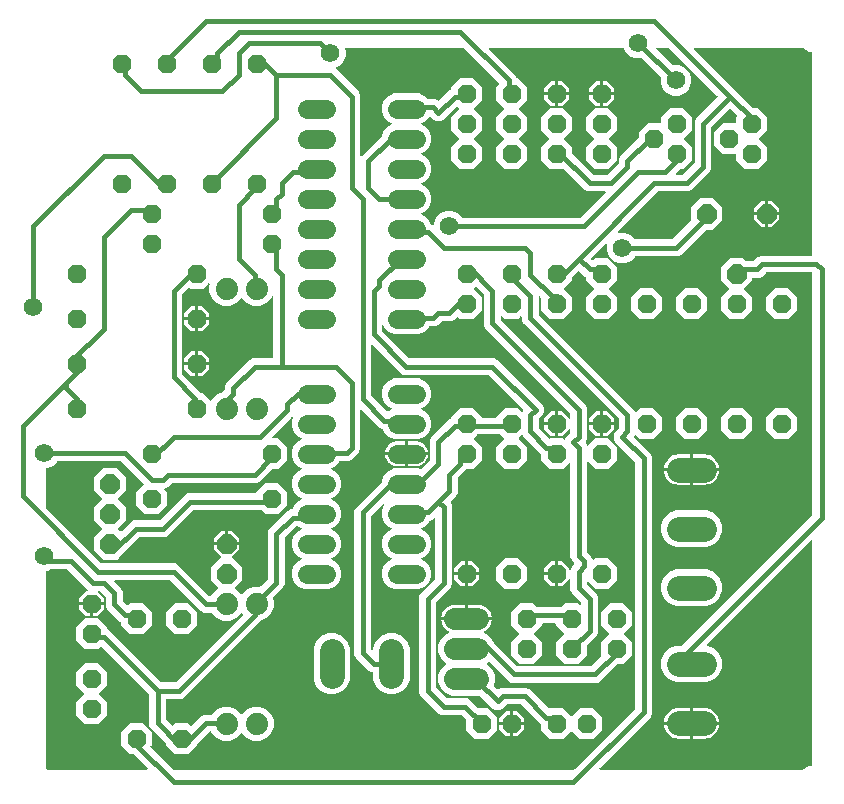
<source format=gbr>
G04 EAGLE Gerber RS-274X export*
G75*
%MOMM*%
%FSLAX34Y34*%
%LPD*%
%INTop Copper*%
%IPPOS*%
%AMOC8*
5,1,8,0,0,1.08239X$1,22.5*%
G01*
%ADD10C,2.082800*%
%ADD11P,1.732040X8X292.500000*%
%ADD12P,1.732040X8X112.500000*%
%ADD13P,1.732040X8X202.500000*%
%ADD14P,1.732040X8X22.500000*%
%ADD15C,1.879600*%
%ADD16C,1.574800*%
%ADD17C,1.879600*%
%ADD18P,1.814519X8X292.500000*%
%ADD19P,1.704548X8X112.500000*%
%ADD20P,1.704548X8X22.500000*%
%ADD21P,1.704548X8X292.500000*%
%ADD22P,1.704548X8X202.500000*%
%ADD23P,1.814519X8X22.500000*%
%ADD24C,0.406400*%
%ADD25C,1.562000*%

G36*
X288147Y24650D02*
X288147Y24650D01*
X288219Y24652D01*
X288268Y24670D01*
X288319Y24679D01*
X288383Y24712D01*
X288450Y24737D01*
X288491Y24769D01*
X288537Y24794D01*
X288586Y24846D01*
X288642Y24890D01*
X288670Y24934D01*
X288706Y24972D01*
X288736Y25037D01*
X288775Y25097D01*
X288788Y25148D01*
X288810Y25195D01*
X288818Y25266D01*
X288835Y25336D01*
X288831Y25388D01*
X288837Y25439D01*
X288821Y25510D01*
X288816Y25581D01*
X288796Y25629D01*
X288784Y25680D01*
X288748Y25741D01*
X288720Y25807D01*
X288675Y25863D01*
X288658Y25891D01*
X288641Y25906D01*
X288615Y25938D01*
X276931Y37622D01*
X276857Y37675D01*
X276787Y37735D01*
X276757Y37747D01*
X276731Y37766D01*
X276644Y37793D01*
X276559Y37827D01*
X276518Y37831D01*
X276496Y37838D01*
X276464Y37837D01*
X276392Y37845D01*
X274034Y37845D01*
X266445Y45434D01*
X266445Y56166D01*
X274034Y63755D01*
X284766Y63755D01*
X292355Y56166D01*
X292355Y45434D01*
X291334Y44413D01*
X291322Y44397D01*
X291307Y44385D01*
X291251Y44298D01*
X291191Y44214D01*
X291185Y44195D01*
X291174Y44178D01*
X291149Y44077D01*
X291118Y43979D01*
X291119Y43959D01*
X291114Y43939D01*
X291122Y43836D01*
X291125Y43733D01*
X291131Y43714D01*
X291133Y43694D01*
X291173Y43599D01*
X291209Y43502D01*
X291222Y43486D01*
X291229Y43468D01*
X291334Y43337D01*
X309809Y24862D01*
X309883Y24809D01*
X309953Y24749D01*
X309983Y24737D01*
X310009Y24718D01*
X310096Y24691D01*
X310181Y24657D01*
X310222Y24653D01*
X310244Y24646D01*
X310276Y24647D01*
X310347Y24639D01*
X649773Y24639D01*
X649863Y24654D01*
X649954Y24661D01*
X649983Y24673D01*
X650015Y24679D01*
X650096Y24721D01*
X650180Y24757D01*
X650212Y24783D01*
X650233Y24794D01*
X650255Y24817D01*
X650311Y24862D01*
X701324Y75875D01*
X701368Y75936D01*
X701406Y75976D01*
X701412Y75990D01*
X701437Y76019D01*
X701449Y76049D01*
X701468Y76075D01*
X701495Y76162D01*
X701529Y76247D01*
X701533Y76288D01*
X701540Y76310D01*
X701539Y76342D01*
X701547Y76414D01*
X701547Y284774D01*
X701533Y284865D01*
X701525Y284955D01*
X701513Y284985D01*
X701508Y285017D01*
X701465Y285098D01*
X701429Y285182D01*
X701403Y285214D01*
X701392Y285235D01*
X701369Y285257D01*
X701324Y285313D01*
X684342Y302295D01*
X683259Y304909D01*
X683259Y307739D01*
X684342Y310353D01*
X687608Y313619D01*
X687661Y313693D01*
X687721Y313763D01*
X687733Y313793D01*
X687752Y313819D01*
X687779Y313906D01*
X687813Y313991D01*
X687817Y314032D01*
X687824Y314054D01*
X687823Y314086D01*
X687831Y314158D01*
X687831Y321350D01*
X687817Y321441D01*
X687809Y321531D01*
X687797Y321561D01*
X687792Y321593D01*
X687749Y321674D01*
X687713Y321758D01*
X687687Y321790D01*
X687676Y321811D01*
X687653Y321833D01*
X687608Y321889D01*
X606618Y402879D01*
X605535Y405493D01*
X605535Y407577D01*
X605534Y407585D01*
X605534Y407587D01*
X605532Y407599D01*
X605524Y407647D01*
X605522Y407719D01*
X605504Y407768D01*
X605496Y407819D01*
X605462Y407883D01*
X605437Y407950D01*
X605405Y407991D01*
X605380Y408037D01*
X605328Y408086D01*
X605284Y408142D01*
X605240Y408170D01*
X605202Y408206D01*
X605137Y408236D01*
X605077Y408275D01*
X605026Y408288D01*
X604979Y408310D01*
X604908Y408318D01*
X604838Y408335D01*
X604786Y408331D01*
X604735Y408337D01*
X604664Y408322D01*
X604593Y408316D01*
X604545Y408296D01*
X604494Y408285D01*
X604433Y408248D01*
X604367Y408220D01*
X604311Y408175D01*
X604283Y408159D01*
X604268Y408141D01*
X604236Y408115D01*
X602266Y406145D01*
X591534Y406145D01*
X589056Y408623D01*
X588998Y408665D01*
X588946Y408714D01*
X588899Y408736D01*
X588857Y408767D01*
X588788Y408788D01*
X588723Y408818D01*
X588671Y408824D01*
X588621Y408839D01*
X588550Y408837D01*
X588479Y408845D01*
X588428Y408834D01*
X588376Y408833D01*
X588308Y408808D01*
X588238Y408793D01*
X588193Y408766D01*
X588145Y408748D01*
X588089Y408703D01*
X588027Y408667D01*
X587993Y408627D01*
X587953Y408594D01*
X587914Y408534D01*
X587867Y408480D01*
X587848Y408431D01*
X587820Y408387D01*
X587802Y408318D01*
X587775Y408251D01*
X587767Y408180D01*
X587759Y408149D01*
X587761Y408126D01*
X587757Y408085D01*
X587757Y405598D01*
X587771Y405507D01*
X587779Y405417D01*
X587791Y405387D01*
X587796Y405355D01*
X587839Y405274D01*
X587875Y405190D01*
X587901Y405158D01*
X587912Y405137D01*
X587935Y405115D01*
X587980Y405059D01*
X659826Y333213D01*
X660909Y330599D01*
X660909Y304909D01*
X659826Y302295D01*
X659821Y302290D01*
X659810Y302274D01*
X659794Y302262D01*
X659738Y302174D01*
X659678Y302091D01*
X659672Y302071D01*
X659661Y302055D01*
X659636Y301954D01*
X659605Y301855D01*
X659606Y301835D01*
X659601Y301816D01*
X659609Y301713D01*
X659612Y301610D01*
X659619Y301591D01*
X659620Y301571D01*
X659661Y301476D01*
X659696Y301379D01*
X659709Y301363D01*
X659716Y301345D01*
X659790Y301252D01*
X659796Y301243D01*
X659802Y301238D01*
X659821Y301214D01*
X659826Y301209D01*
X660580Y299389D01*
X660604Y299350D01*
X660620Y299307D01*
X660668Y299246D01*
X660709Y299180D01*
X660745Y299151D01*
X660773Y299115D01*
X660839Y299073D01*
X660899Y299023D01*
X660942Y299007D01*
X660980Y298982D01*
X661056Y298963D01*
X661128Y298935D01*
X661174Y298933D01*
X661219Y298922D01*
X661296Y298928D01*
X661374Y298925D01*
X661418Y298937D01*
X661464Y298941D01*
X661536Y298971D01*
X661610Y298993D01*
X661648Y299019D01*
X661690Y299037D01*
X661797Y299123D01*
X661812Y299133D01*
X661815Y299137D01*
X661821Y299142D01*
X667734Y305055D01*
X678466Y305055D01*
X686055Y297466D01*
X686055Y286734D01*
X678466Y279145D01*
X667734Y279145D01*
X662208Y284671D01*
X662150Y284713D01*
X662098Y284762D01*
X662051Y284784D01*
X662009Y284815D01*
X661940Y284836D01*
X661875Y284866D01*
X661823Y284872D01*
X661773Y284887D01*
X661702Y284885D01*
X661631Y284893D01*
X661580Y284882D01*
X661528Y284881D01*
X661460Y284856D01*
X661390Y284841D01*
X661345Y284814D01*
X661297Y284796D01*
X661241Y284751D01*
X661179Y284715D01*
X661145Y284675D01*
X661105Y284642D01*
X661066Y284582D01*
X661019Y284528D01*
X661000Y284479D01*
X660972Y284435D01*
X660954Y284366D01*
X660927Y284299D01*
X660919Y284228D01*
X660911Y284197D01*
X660913Y284174D01*
X660909Y284133D01*
X660909Y209002D01*
X660923Y208911D01*
X660931Y208821D01*
X660943Y208791D01*
X660948Y208759D01*
X660991Y208678D01*
X661027Y208594D01*
X661053Y208562D01*
X661064Y208541D01*
X661087Y208519D01*
X661132Y208463D01*
X664398Y205197D01*
X665449Y202659D01*
X665473Y202620D01*
X665489Y202576D01*
X665538Y202516D01*
X665579Y202450D01*
X665614Y202420D01*
X665643Y202384D01*
X665708Y202342D01*
X665768Y202293D01*
X665811Y202276D01*
X665850Y202251D01*
X665925Y202232D01*
X665998Y202205D01*
X666044Y202203D01*
X666088Y202191D01*
X666166Y202197D01*
X666244Y202194D01*
X666288Y202207D01*
X666334Y202211D01*
X666405Y202241D01*
X666480Y202263D01*
X666518Y202289D01*
X666560Y202307D01*
X666667Y202392D01*
X666682Y202403D01*
X666685Y202407D01*
X666691Y202412D01*
X667734Y203455D01*
X678466Y203455D01*
X686055Y195866D01*
X686055Y185134D01*
X678466Y177545D01*
X667734Y177545D01*
X662208Y183071D01*
X662150Y183113D01*
X662098Y183162D01*
X662051Y183184D01*
X662009Y183215D01*
X661940Y183236D01*
X661875Y183266D01*
X661823Y183272D01*
X661773Y183287D01*
X661702Y183285D01*
X661631Y183293D01*
X661580Y183282D01*
X661528Y183281D01*
X661460Y183256D01*
X661390Y183241D01*
X661345Y183214D01*
X661297Y183196D01*
X661241Y183151D01*
X661179Y183115D01*
X661145Y183075D01*
X661105Y183042D01*
X661066Y182982D01*
X661019Y182928D01*
X661000Y182879D01*
X660972Y182835D01*
X660954Y182766D01*
X660927Y182699D01*
X660919Y182628D01*
X660911Y182597D01*
X660913Y182574D01*
X660909Y182533D01*
X660909Y181570D01*
X660923Y181479D01*
X660931Y181389D01*
X660943Y181359D01*
X660948Y181327D01*
X660991Y181246D01*
X661027Y181162D01*
X661053Y181130D01*
X661064Y181109D01*
X661087Y181087D01*
X661132Y181031D01*
X668970Y173193D01*
X670053Y170579D01*
X670053Y140317D01*
X668970Y137703D01*
X666862Y135595D01*
X661005Y129738D01*
X660952Y129664D01*
X660892Y129594D01*
X660880Y129564D01*
X660861Y129538D01*
X660834Y129451D01*
X660800Y129366D01*
X660796Y129325D01*
X660789Y129303D01*
X660790Y129271D01*
X660782Y129200D01*
X660782Y121581D01*
X653119Y113918D01*
X642281Y113918D01*
X634618Y121581D01*
X634618Y132419D01*
X641361Y139162D01*
X641373Y139178D01*
X641389Y139190D01*
X641445Y139278D01*
X641505Y139361D01*
X641511Y139380D01*
X641522Y139397D01*
X641547Y139498D01*
X641577Y139597D01*
X641577Y139616D01*
X641582Y139636D01*
X641574Y139739D01*
X641571Y139842D01*
X641564Y139861D01*
X641562Y139881D01*
X641522Y139976D01*
X641486Y140073D01*
X641474Y140089D01*
X641466Y140107D01*
X641361Y140238D01*
X634618Y146981D01*
X634618Y147574D01*
X634615Y147594D01*
X634617Y147613D01*
X634595Y147715D01*
X634579Y147817D01*
X634569Y147834D01*
X634565Y147854D01*
X634512Y147943D01*
X634463Y148034D01*
X634449Y148048D01*
X634439Y148065D01*
X634360Y148132D01*
X634285Y148204D01*
X634267Y148212D01*
X634252Y148225D01*
X634156Y148264D01*
X634062Y148307D01*
X634042Y148309D01*
X634024Y148317D01*
X633857Y148335D01*
X623443Y148335D01*
X623423Y148332D01*
X623404Y148334D01*
X623302Y148312D01*
X623200Y148296D01*
X623183Y148286D01*
X623163Y148282D01*
X623074Y148229D01*
X622983Y148180D01*
X622969Y148166D01*
X622952Y148156D01*
X622885Y148077D01*
X622813Y148002D01*
X622805Y147984D01*
X622792Y147969D01*
X622753Y147873D01*
X622710Y147779D01*
X622708Y147759D01*
X622700Y147741D01*
X622682Y147574D01*
X622682Y146981D01*
X615939Y140238D01*
X615927Y140222D01*
X615911Y140210D01*
X615855Y140122D01*
X615795Y140039D01*
X615789Y140020D01*
X615778Y140003D01*
X615753Y139902D01*
X615723Y139803D01*
X615723Y139784D01*
X615718Y139764D01*
X615726Y139661D01*
X615729Y139558D01*
X615736Y139539D01*
X615738Y139519D01*
X615778Y139424D01*
X615814Y139327D01*
X615826Y139311D01*
X615834Y139293D01*
X615939Y139162D01*
X622682Y132419D01*
X622682Y121581D01*
X615019Y113918D01*
X604181Y113918D01*
X596518Y121581D01*
X596518Y132419D01*
X603261Y139162D01*
X603273Y139178D01*
X603289Y139190D01*
X603345Y139278D01*
X603405Y139361D01*
X603411Y139380D01*
X603422Y139397D01*
X603447Y139498D01*
X603477Y139597D01*
X603477Y139616D01*
X603482Y139636D01*
X603474Y139739D01*
X603471Y139842D01*
X603464Y139861D01*
X603462Y139881D01*
X603422Y139976D01*
X603386Y140073D01*
X603374Y140089D01*
X603366Y140107D01*
X603261Y140238D01*
X596518Y146981D01*
X596518Y157819D01*
X604181Y165482D01*
X615019Y165482D01*
X617717Y162784D01*
X617791Y162731D01*
X617860Y162671D01*
X617890Y162659D01*
X617916Y162640D01*
X618003Y162613D01*
X618088Y162579D01*
X618129Y162575D01*
X618151Y162568D01*
X618184Y162569D01*
X618255Y162561D01*
X639045Y162561D01*
X639135Y162575D01*
X639226Y162583D01*
X639256Y162595D01*
X639288Y162600D01*
X639368Y162643D01*
X639452Y162679D01*
X639485Y162705D01*
X639505Y162716D01*
X639527Y162739D01*
X639583Y162784D01*
X642281Y165482D01*
X653119Y165482D01*
X654528Y164073D01*
X654586Y164031D01*
X654638Y163981D01*
X654685Y163959D01*
X654727Y163929D01*
X654796Y163908D01*
X654861Y163878D01*
X654913Y163872D01*
X654963Y163857D01*
X655034Y163859D01*
X655105Y163851D01*
X655156Y163862D01*
X655208Y163863D01*
X655276Y163888D01*
X655346Y163903D01*
X655391Y163930D01*
X655439Y163948D01*
X655495Y163992D01*
X655557Y164029D01*
X655591Y164069D01*
X655631Y164101D01*
X655670Y164162D01*
X655717Y164216D01*
X655736Y164264D01*
X655764Y164308D01*
X655782Y164378D01*
X655809Y164444D01*
X655817Y164516D01*
X655825Y164547D01*
X655823Y164570D01*
X655827Y164611D01*
X655827Y165902D01*
X655813Y165993D01*
X655805Y166083D01*
X655793Y166113D01*
X655788Y166145D01*
X655745Y166226D01*
X655709Y166310D01*
X655683Y166342D01*
X655672Y166363D01*
X655649Y166385D01*
X655604Y166441D01*
X647766Y174279D01*
X646683Y176893D01*
X646683Y185617D01*
X646672Y185688D01*
X646670Y185759D01*
X646652Y185808D01*
X646644Y185860D01*
X646610Y185923D01*
X646585Y185990D01*
X646553Y186031D01*
X646528Y186077D01*
X646476Y186126D01*
X646432Y186182D01*
X646388Y186210D01*
X646350Y186246D01*
X646285Y186277D01*
X646225Y186315D01*
X646174Y186328D01*
X646127Y186350D01*
X646056Y186358D01*
X645986Y186375D01*
X645934Y186371D01*
X645883Y186377D01*
X645812Y186362D01*
X645741Y186356D01*
X645693Y186336D01*
X645642Y186325D01*
X645581Y186288D01*
X645515Y186260D01*
X645459Y186215D01*
X645431Y186199D01*
X645416Y186181D01*
X645384Y186155D01*
X639314Y180085D01*
X636523Y180085D01*
X636523Y189738D01*
X636520Y189758D01*
X636522Y189777D01*
X636500Y189879D01*
X636483Y189981D01*
X636474Y189998D01*
X636470Y190018D01*
X636417Y190107D01*
X636368Y190198D01*
X636354Y190212D01*
X636344Y190229D01*
X636265Y190296D01*
X636190Y190367D01*
X636172Y190376D01*
X636157Y190389D01*
X636061Y190427D01*
X635967Y190471D01*
X635947Y190473D01*
X635929Y190481D01*
X635762Y190499D01*
X634999Y190499D01*
X634999Y190501D01*
X635762Y190501D01*
X635782Y190504D01*
X635801Y190502D01*
X635903Y190524D01*
X636005Y190541D01*
X636022Y190550D01*
X636042Y190554D01*
X636131Y190607D01*
X636222Y190656D01*
X636236Y190670D01*
X636253Y190680D01*
X636320Y190759D01*
X636391Y190834D01*
X636400Y190852D01*
X636413Y190867D01*
X636452Y190963D01*
X636495Y191057D01*
X636497Y191077D01*
X636505Y191095D01*
X636523Y191262D01*
X636523Y200915D01*
X639314Y200915D01*
X645415Y194814D01*
X645415Y194203D01*
X645430Y194107D01*
X645440Y194010D01*
X645450Y193986D01*
X645454Y193961D01*
X645500Y193875D01*
X645540Y193786D01*
X645557Y193766D01*
X645570Y193743D01*
X645640Y193676D01*
X645706Y193604D01*
X645729Y193592D01*
X645748Y193574D01*
X645836Y193533D01*
X645922Y193486D01*
X645947Y193481D01*
X645971Y193470D01*
X646068Y193459D01*
X646164Y193442D01*
X646190Y193446D01*
X646215Y193443D01*
X646311Y193464D01*
X646407Y193478D01*
X646430Y193490D01*
X646456Y193495D01*
X646539Y193545D01*
X646626Y193589D01*
X646645Y193608D01*
X646667Y193622D01*
X646730Y193695D01*
X646798Y193765D01*
X646814Y193794D01*
X646827Y193808D01*
X646839Y193839D01*
X646879Y193912D01*
X647766Y196053D01*
X650057Y198344D01*
X650068Y198360D01*
X650084Y198372D01*
X650140Y198460D01*
X650200Y198543D01*
X650206Y198562D01*
X650217Y198579D01*
X650242Y198680D01*
X650273Y198779D01*
X650272Y198798D01*
X650277Y198818D01*
X650269Y198921D01*
X650266Y199024D01*
X650259Y199043D01*
X650258Y199063D01*
X650218Y199158D01*
X650182Y199255D01*
X650169Y199271D01*
X650162Y199289D01*
X650057Y199420D01*
X647766Y201711D01*
X646683Y204325D01*
X646683Y283625D01*
X646672Y283695D01*
X646670Y283767D01*
X646652Y283816D01*
X646644Y283867D01*
X646610Y283931D01*
X646585Y283998D01*
X646553Y284039D01*
X646528Y284085D01*
X646476Y284134D01*
X646432Y284190D01*
X646388Y284218D01*
X646350Y284254D01*
X646285Y284284D01*
X646225Y284323D01*
X646174Y284336D01*
X646127Y284358D01*
X646056Y284366D01*
X645986Y284383D01*
X645934Y284379D01*
X645883Y284385D01*
X645812Y284370D01*
X645741Y284364D01*
X645693Y284344D01*
X645642Y284333D01*
X645581Y284296D01*
X645515Y284268D01*
X645459Y284223D01*
X645431Y284207D01*
X645416Y284189D01*
X645384Y284163D01*
X640366Y279145D01*
X629634Y279145D01*
X622045Y286734D01*
X622045Y291124D01*
X622031Y291215D01*
X622023Y291305D01*
X622011Y291335D01*
X622006Y291367D01*
X621963Y291448D01*
X621927Y291532D01*
X621901Y291564D01*
X621890Y291585D01*
X621867Y291607D01*
X621822Y291663D01*
X606618Y306867D01*
X606459Y307250D01*
X606435Y307289D01*
X606419Y307332D01*
X606371Y307393D01*
X606330Y307459D01*
X606294Y307488D01*
X606266Y307524D01*
X606200Y307566D01*
X606140Y307616D01*
X606097Y307632D01*
X606059Y307657D01*
X605983Y307676D01*
X605911Y307704D01*
X605865Y307706D01*
X605820Y307717D01*
X605743Y307711D01*
X605665Y307715D01*
X605621Y307702D01*
X605575Y307698D01*
X605504Y307668D01*
X605429Y307646D01*
X605391Y307620D01*
X605349Y307602D01*
X605242Y307517D01*
X605227Y307506D01*
X605224Y307502D01*
X605218Y307497D01*
X603059Y305338D01*
X603047Y305322D01*
X603032Y305310D01*
X602976Y305223D01*
X602915Y305139D01*
X602910Y305119D01*
X602899Y305103D01*
X602874Y305002D01*
X602843Y304903D01*
X602844Y304884D01*
X602839Y304864D01*
X602847Y304761D01*
X602849Y304658D01*
X602856Y304639D01*
X602858Y304619D01*
X602898Y304524D01*
X602934Y304427D01*
X602946Y304411D01*
X602954Y304393D01*
X603033Y304294D01*
X603037Y304288D01*
X603041Y304284D01*
X603059Y304262D01*
X609855Y297466D01*
X609855Y286734D01*
X602266Y279145D01*
X591534Y279145D01*
X583945Y286734D01*
X583945Y297466D01*
X590741Y304262D01*
X590753Y304278D01*
X590768Y304290D01*
X590799Y304338D01*
X590811Y304351D01*
X590821Y304373D01*
X590824Y304378D01*
X590885Y304461D01*
X590890Y304480D01*
X590901Y304497D01*
X590926Y304598D01*
X590957Y304697D01*
X590956Y304716D01*
X590961Y304736D01*
X590953Y304839D01*
X590951Y304942D01*
X590944Y304961D01*
X590942Y304981D01*
X590902Y305076D01*
X590866Y305173D01*
X590854Y305189D01*
X590846Y305207D01*
X590741Y305338D01*
X587947Y308132D01*
X587873Y308185D01*
X587804Y308245D01*
X587773Y308257D01*
X587747Y308276D01*
X587660Y308303D01*
X587575Y308337D01*
X587534Y308341D01*
X587512Y308348D01*
X587480Y308347D01*
X587409Y308355D01*
X568291Y308355D01*
X568201Y308341D01*
X568110Y308333D01*
X568081Y308321D01*
X568049Y308316D01*
X567968Y308273D01*
X567884Y308237D01*
X567852Y308211D01*
X567831Y308200D01*
X567809Y308177D01*
X567753Y308132D01*
X564959Y305338D01*
X564947Y305322D01*
X564932Y305310D01*
X564876Y305223D01*
X564815Y305139D01*
X564810Y305119D01*
X564799Y305103D01*
X564774Y305002D01*
X564743Y304903D01*
X564744Y304884D01*
X564739Y304864D01*
X564747Y304761D01*
X564749Y304658D01*
X564756Y304639D01*
X564758Y304619D01*
X564798Y304524D01*
X564834Y304427D01*
X564846Y304411D01*
X564854Y304393D01*
X564933Y304294D01*
X564937Y304288D01*
X564941Y304284D01*
X564959Y304262D01*
X571755Y297466D01*
X571755Y286734D01*
X564166Y279145D01*
X559268Y279145D01*
X559177Y279131D01*
X559087Y279123D01*
X559057Y279111D01*
X559025Y279106D01*
X558944Y279063D01*
X558860Y279027D01*
X558828Y279001D01*
X558807Y278990D01*
X558785Y278967D01*
X558729Y278922D01*
X551404Y271597D01*
X551351Y271523D01*
X551291Y271453D01*
X551279Y271423D01*
X551260Y271397D01*
X551233Y271310D01*
X551199Y271225D01*
X551195Y271184D01*
X551188Y271162D01*
X551189Y271130D01*
X551181Y271058D01*
X551181Y259189D01*
X550098Y256575D01*
X545521Y251998D01*
X545510Y251982D01*
X545494Y251970D01*
X545463Y251921D01*
X545461Y251919D01*
X545460Y251917D01*
X545438Y251882D01*
X545378Y251799D01*
X545372Y251779D01*
X545361Y251763D01*
X545336Y251662D01*
X545305Y251563D01*
X545306Y251543D01*
X545301Y251524D01*
X545309Y251421D01*
X545312Y251318D01*
X545319Y251299D01*
X545320Y251279D01*
X545361Y251184D01*
X545396Y251087D01*
X545409Y251071D01*
X545416Y251053D01*
X545521Y250922D01*
X545526Y250917D01*
X546609Y248303D01*
X546609Y181465D01*
X545526Y178851D01*
X533116Y166441D01*
X533063Y166367D01*
X533003Y166297D01*
X532991Y166267D01*
X532972Y166241D01*
X532945Y166154D01*
X532911Y166069D01*
X532907Y166028D01*
X532900Y166006D01*
X532901Y165974D01*
X532893Y165902D01*
X532893Y94701D01*
X532907Y94611D01*
X532915Y94520D01*
X532927Y94491D01*
X532932Y94459D01*
X532975Y94378D01*
X533011Y94294D01*
X533037Y94262D01*
X533048Y94241D01*
X533071Y94219D01*
X533100Y94183D01*
X533116Y94163D01*
X542219Y85060D01*
X542293Y85007D01*
X542363Y84947D01*
X542393Y84935D01*
X542419Y84916D01*
X542506Y84889D01*
X542591Y84855D01*
X542632Y84851D01*
X542654Y84844D01*
X542686Y84845D01*
X542758Y84837D01*
X559199Y84837D01*
X561813Y83754D01*
X568762Y76805D01*
X568836Y76752D01*
X568906Y76692D01*
X568936Y76680D01*
X568962Y76661D01*
X569049Y76634D01*
X569134Y76600D01*
X569175Y76596D01*
X569197Y76589D01*
X569229Y76590D01*
X569301Y76582D01*
X576919Y76582D01*
X584582Y68919D01*
X584582Y58081D01*
X576919Y50418D01*
X566081Y50418D01*
X558418Y58081D01*
X558418Y66715D01*
X558404Y66806D01*
X558396Y66896D01*
X558384Y66926D01*
X558379Y66958D01*
X558336Y67039D01*
X558300Y67123D01*
X558274Y67155D01*
X558263Y67176D01*
X558240Y67198D01*
X558195Y67254D01*
X555061Y70388D01*
X554987Y70441D01*
X554917Y70501D01*
X554887Y70513D01*
X554861Y70532D01*
X554774Y70559D01*
X554689Y70593D01*
X554648Y70597D01*
X554626Y70604D01*
X554594Y70603D01*
X554522Y70611D01*
X538081Y70611D01*
X535467Y71694D01*
X521858Y85303D01*
X519750Y87411D01*
X518667Y90025D01*
X518667Y170579D01*
X519750Y173193D01*
X532160Y185603D01*
X532213Y185677D01*
X532273Y185747D01*
X532285Y185777D01*
X532304Y185803D01*
X532331Y185890D01*
X532365Y185975D01*
X532369Y186016D01*
X532376Y186038D01*
X532375Y186070D01*
X532383Y186142D01*
X532383Y237023D01*
X532372Y237093D01*
X532370Y237165D01*
X532352Y237214D01*
X532344Y237265D01*
X532310Y237329D01*
X532285Y237396D01*
X532253Y237437D01*
X532228Y237483D01*
X532176Y237532D01*
X532132Y237588D01*
X532088Y237616D01*
X532050Y237652D01*
X531985Y237682D01*
X531925Y237721D01*
X531874Y237734D01*
X531827Y237756D01*
X531756Y237764D01*
X531686Y237781D01*
X531634Y237777D01*
X531583Y237783D01*
X531512Y237768D01*
X531441Y237762D01*
X531393Y237742D01*
X531342Y237731D01*
X531281Y237694D01*
X531215Y237666D01*
X531159Y237621D01*
X531131Y237604D01*
X531116Y237587D01*
X531084Y237561D01*
X529809Y236286D01*
X527699Y235412D01*
X527621Y235364D01*
X527540Y235322D01*
X527517Y235299D01*
X527489Y235282D01*
X527431Y235212D01*
X527367Y235147D01*
X527348Y235111D01*
X527333Y235093D01*
X527321Y235063D01*
X527287Y235000D01*
X526856Y233962D01*
X523212Y230318D01*
X520764Y229303D01*
X520703Y229265D01*
X520637Y229236D01*
X520599Y229201D01*
X520555Y229174D01*
X520509Y229118D01*
X520456Y229070D01*
X520431Y229024D01*
X520398Y228984D01*
X520372Y228917D01*
X520338Y228854D01*
X520328Y228803D01*
X520310Y228755D01*
X520307Y228683D01*
X520294Y228612D01*
X520301Y228561D01*
X520299Y228509D01*
X520319Y228440D01*
X520330Y228369D01*
X520353Y228323D01*
X520368Y228273D01*
X520409Y228214D01*
X520441Y228150D01*
X520478Y228113D01*
X520508Y228071D01*
X520566Y228028D01*
X520617Y227978D01*
X520680Y227943D01*
X520705Y227924D01*
X520728Y227917D01*
X520764Y227897D01*
X523212Y226882D01*
X526856Y223238D01*
X528829Y218477D01*
X528829Y213323D01*
X526856Y208562D01*
X523212Y204918D01*
X520764Y203903D01*
X520703Y203865D01*
X520637Y203836D01*
X520599Y203801D01*
X520555Y203774D01*
X520509Y203718D01*
X520456Y203670D01*
X520431Y203624D01*
X520398Y203584D01*
X520372Y203517D01*
X520338Y203454D01*
X520328Y203403D01*
X520310Y203355D01*
X520307Y203283D01*
X520294Y203212D01*
X520301Y203161D01*
X520299Y203109D01*
X520319Y203040D01*
X520330Y202969D01*
X520353Y202923D01*
X520368Y202873D01*
X520409Y202814D01*
X520441Y202750D01*
X520478Y202713D01*
X520508Y202671D01*
X520566Y202628D01*
X520617Y202578D01*
X520680Y202543D01*
X520705Y202524D01*
X520728Y202517D01*
X520764Y202497D01*
X523212Y201482D01*
X526856Y197838D01*
X528829Y193077D01*
X528829Y187923D01*
X526856Y183162D01*
X523212Y179518D01*
X518451Y177545D01*
X497549Y177545D01*
X492788Y179518D01*
X489144Y183162D01*
X487171Y187923D01*
X487171Y193077D01*
X489144Y197838D01*
X492788Y201482D01*
X495236Y202497D01*
X495297Y202535D01*
X495363Y202564D01*
X495401Y202599D01*
X495445Y202626D01*
X495491Y202682D01*
X495544Y202730D01*
X495569Y202776D01*
X495602Y202816D01*
X495628Y202883D01*
X495662Y202946D01*
X495672Y202997D01*
X495690Y203045D01*
X495693Y203117D01*
X495706Y203188D01*
X495699Y203239D01*
X495701Y203291D01*
X495681Y203360D01*
X495670Y203431D01*
X495647Y203477D01*
X495632Y203527D01*
X495591Y203586D01*
X495559Y203650D01*
X495522Y203687D01*
X495492Y203729D01*
X495434Y203772D01*
X495383Y203822D01*
X495320Y203857D01*
X495295Y203876D01*
X495272Y203883D01*
X495236Y203903D01*
X492788Y204918D01*
X489144Y208562D01*
X487171Y213323D01*
X487171Y218477D01*
X489144Y223238D01*
X492788Y226882D01*
X495236Y227897D01*
X495297Y227935D01*
X495363Y227964D01*
X495401Y227999D01*
X495445Y228026D01*
X495491Y228082D01*
X495544Y228130D01*
X495569Y228176D01*
X495602Y228216D01*
X495628Y228283D01*
X495662Y228346D01*
X495672Y228397D01*
X495690Y228445D01*
X495693Y228517D01*
X495706Y228588D01*
X495699Y228639D01*
X495701Y228691D01*
X495681Y228760D01*
X495670Y228831D01*
X495647Y228877D01*
X495632Y228927D01*
X495591Y228986D01*
X495559Y229050D01*
X495522Y229087D01*
X495492Y229129D01*
X495434Y229172D01*
X495383Y229222D01*
X495320Y229257D01*
X495295Y229276D01*
X495272Y229283D01*
X495236Y229303D01*
X492788Y230318D01*
X489144Y233962D01*
X487171Y238723D01*
X487171Y243877D01*
X488985Y248254D01*
X489007Y248349D01*
X489035Y248442D01*
X489035Y248468D01*
X489041Y248494D01*
X489032Y248591D01*
X489029Y248688D01*
X489020Y248713D01*
X489018Y248739D01*
X488978Y248828D01*
X488945Y248919D01*
X488928Y248940D01*
X488918Y248963D01*
X488852Y249035D01*
X488791Y249111D01*
X488769Y249125D01*
X488751Y249145D01*
X488666Y249192D01*
X488584Y249244D01*
X488559Y249251D01*
X488536Y249263D01*
X488440Y249281D01*
X488345Y249304D01*
X488319Y249302D01*
X488294Y249307D01*
X488197Y249293D01*
X488100Y249285D01*
X488076Y249275D01*
X488050Y249271D01*
X487963Y249227D01*
X487874Y249189D01*
X487849Y249168D01*
X487831Y249160D01*
X487808Y249136D01*
X487743Y249084D01*
X478252Y239593D01*
X478199Y239519D01*
X478139Y239449D01*
X478127Y239419D01*
X478108Y239393D01*
X478081Y239306D01*
X478047Y239221D01*
X478043Y239180D01*
X478036Y239158D01*
X478037Y239126D01*
X478029Y239054D01*
X478029Y126706D01*
X478044Y126614D01*
X478051Y126522D01*
X478065Y126485D01*
X478068Y126463D01*
X478080Y126441D01*
X478084Y126434D01*
X478109Y126365D01*
X478151Y126308D01*
X478184Y126245D01*
X478222Y126209D01*
X478253Y126166D01*
X478311Y126125D01*
X478362Y126076D01*
X478410Y126054D01*
X478453Y126023D01*
X478521Y126002D01*
X478585Y125972D01*
X478638Y125966D01*
X478689Y125951D01*
X478759Y125953D01*
X478829Y125945D01*
X478881Y125957D01*
X478935Y125958D01*
X479001Y125982D01*
X479070Y125997D01*
X479115Y126025D01*
X479165Y126043D01*
X479220Y126087D01*
X479281Y126124D01*
X479315Y126164D01*
X479357Y126197D01*
X479395Y126257D01*
X479441Y126311D01*
X479461Y126360D01*
X479489Y126405D01*
X479506Y126473D01*
X479533Y126539D01*
X479541Y126612D01*
X479549Y126643D01*
X479547Y126666D01*
X479551Y126705D01*
X479551Y127796D01*
X481910Y133491D01*
X486269Y137850D01*
X491964Y140209D01*
X498128Y140209D01*
X503823Y137850D01*
X508182Y133491D01*
X510541Y127796D01*
X510541Y100804D01*
X508182Y95109D01*
X503823Y90750D01*
X498128Y88391D01*
X491964Y88391D01*
X486269Y90750D01*
X481910Y95109D01*
X479551Y100804D01*
X479551Y106426D01*
X479548Y106446D01*
X479550Y106465D01*
X479528Y106567D01*
X479512Y106669D01*
X479502Y106686D01*
X479498Y106706D01*
X479445Y106795D01*
X479396Y106886D01*
X479382Y106900D01*
X479372Y106917D01*
X479293Y106984D01*
X479218Y107056D01*
X479200Y107064D01*
X479185Y107077D01*
X479089Y107116D01*
X478995Y107159D01*
X478975Y107161D01*
X478957Y107169D01*
X478790Y107187D01*
X478645Y107187D01*
X476031Y108270D01*
X464886Y119415D01*
X463803Y122029D01*
X463803Y243731D01*
X464886Y246345D01*
X486948Y268407D01*
X487001Y268481D01*
X487061Y268551D01*
X487073Y268581D01*
X487092Y268607D01*
X487119Y268694D01*
X487153Y268779D01*
X487157Y268820D01*
X487164Y268842D01*
X487163Y268874D01*
X487171Y268946D01*
X487171Y269277D01*
X489144Y274038D01*
X492788Y277682D01*
X497549Y279655D01*
X518451Y279655D01*
X519823Y279086D01*
X519936Y279060D01*
X520050Y279031D01*
X520056Y279032D01*
X520062Y279030D01*
X520179Y279041D01*
X520295Y279050D01*
X520301Y279053D01*
X520307Y279053D01*
X520415Y279101D01*
X520522Y279147D01*
X520527Y279151D01*
X520532Y279153D01*
X520546Y279166D01*
X520653Y279251D01*
X527588Y286187D01*
X527641Y286261D01*
X527701Y286331D01*
X527713Y286361D01*
X527732Y286387D01*
X527759Y286474D01*
X527793Y286559D01*
X527797Y286600D01*
X527804Y286622D01*
X527803Y286654D01*
X527811Y286726D01*
X527811Y303167D01*
X528894Y305781D01*
X544611Y321498D01*
X545375Y321814D01*
X545475Y321876D01*
X545575Y321936D01*
X545579Y321941D01*
X545584Y321944D01*
X545659Y322034D01*
X545735Y322123D01*
X545737Y322129D01*
X545741Y322134D01*
X545783Y322242D01*
X545827Y322351D01*
X545828Y322359D01*
X545829Y322363D01*
X545830Y322381D01*
X545845Y322518D01*
X545845Y322866D01*
X553434Y330455D01*
X564166Y330455D01*
X571817Y322804D01*
X571891Y322751D01*
X571960Y322691D01*
X571991Y322679D01*
X572017Y322660D01*
X572104Y322633D01*
X572189Y322599D01*
X572230Y322595D01*
X572252Y322588D01*
X572284Y322589D01*
X572355Y322581D01*
X583345Y322581D01*
X583435Y322595D01*
X583526Y322603D01*
X583555Y322615D01*
X583587Y322620D01*
X583668Y322663D01*
X583752Y322699D01*
X583784Y322725D01*
X583805Y322736D01*
X583827Y322759D01*
X583883Y322804D01*
X591534Y330455D01*
X602266Y330455D01*
X605069Y327652D01*
X605106Y327625D01*
X605137Y327591D01*
X605206Y327554D01*
X605269Y327508D01*
X605313Y327495D01*
X605353Y327472D01*
X605429Y327459D01*
X605504Y327436D01*
X605550Y327437D01*
X605595Y327429D01*
X605672Y327440D01*
X605750Y327442D01*
X605793Y327458D01*
X605838Y327465D01*
X605908Y327500D01*
X605981Y327527D01*
X606017Y327555D01*
X606058Y327576D01*
X606112Y327632D01*
X606173Y327680D01*
X606198Y327719D01*
X606230Y327752D01*
X606296Y327871D01*
X606306Y327887D01*
X606307Y327892D01*
X606311Y327899D01*
X606618Y328641D01*
X606623Y328646D01*
X606634Y328662D01*
X606650Y328674D01*
X606706Y328762D01*
X606766Y328845D01*
X606772Y328864D01*
X606783Y328881D01*
X606808Y328982D01*
X606839Y329081D01*
X606838Y329100D01*
X606843Y329120D01*
X606835Y329223D01*
X606832Y329326D01*
X606825Y329345D01*
X606824Y329365D01*
X606784Y329460D01*
X606748Y329557D01*
X606735Y329573D01*
X606728Y329591D01*
X606623Y329722D01*
X577921Y358424D01*
X577847Y358477D01*
X577777Y358537D01*
X577747Y358549D01*
X577721Y358568D01*
X577634Y358595D01*
X577549Y358629D01*
X577508Y358633D01*
X577486Y358640D01*
X577454Y358639D01*
X577382Y358647D01*
X506077Y358647D01*
X503463Y359730D01*
X501355Y361838D01*
X479328Y383865D01*
X479270Y383907D01*
X479218Y383956D01*
X479171Y383978D01*
X479129Y384008D01*
X479060Y384029D01*
X478995Y384060D01*
X478943Y384065D01*
X478893Y384081D01*
X478822Y384079D01*
X478751Y384087D01*
X478700Y384076D01*
X478648Y384074D01*
X478580Y384050D01*
X478510Y384035D01*
X478465Y384008D01*
X478417Y383990D01*
X478361Y383945D01*
X478299Y383908D01*
X478265Y383869D01*
X478225Y383836D01*
X478186Y383776D01*
X478139Y383721D01*
X478120Y383673D01*
X478092Y383629D01*
X478074Y383560D01*
X478047Y383493D01*
X478039Y383422D01*
X478031Y383391D01*
X478033Y383367D01*
X478029Y383327D01*
X478029Y341590D01*
X478043Y341499D01*
X478051Y341409D01*
X478063Y341379D01*
X478068Y341347D01*
X478111Y341266D01*
X478147Y341182D01*
X478173Y341150D01*
X478184Y341129D01*
X478207Y341107D01*
X478252Y341051D01*
X491266Y328037D01*
X491282Y328025D01*
X491294Y328010D01*
X491382Y327954D01*
X491466Y327894D01*
X491485Y327888D01*
X491501Y327877D01*
X491602Y327852D01*
X491701Y327821D01*
X491721Y327822D01*
X491740Y327817D01*
X491843Y327825D01*
X491946Y327828D01*
X491965Y327834D01*
X491985Y327836D01*
X492080Y327876D01*
X492178Y327912D01*
X492193Y327925D01*
X492211Y327932D01*
X492342Y328037D01*
X492788Y328483D01*
X495236Y329497D01*
X495297Y329535D01*
X495363Y329564D01*
X495401Y329599D01*
X495445Y329626D01*
X495491Y329682D01*
X495544Y329730D01*
X495569Y329776D01*
X495602Y329816D01*
X495628Y329883D01*
X495662Y329946D01*
X495672Y329997D01*
X495690Y330045D01*
X495693Y330117D01*
X495706Y330188D01*
X495699Y330239D01*
X495701Y330291D01*
X495681Y330360D01*
X495670Y330431D01*
X495647Y330477D01*
X495632Y330527D01*
X495591Y330586D01*
X495559Y330650D01*
X495522Y330687D01*
X495492Y330729D01*
X495434Y330772D01*
X495383Y330822D01*
X495320Y330857D01*
X495295Y330876D01*
X495272Y330883D01*
X495236Y330903D01*
X492788Y331918D01*
X489144Y335562D01*
X487171Y340323D01*
X487171Y345477D01*
X489144Y350238D01*
X492788Y353882D01*
X497549Y355855D01*
X518451Y355855D01*
X523212Y353882D01*
X526856Y350238D01*
X528829Y345477D01*
X528829Y340323D01*
X526856Y335562D01*
X523212Y331918D01*
X520764Y330903D01*
X520703Y330865D01*
X520637Y330836D01*
X520599Y330801D01*
X520555Y330774D01*
X520509Y330718D01*
X520456Y330670D01*
X520431Y330624D01*
X520398Y330584D01*
X520372Y330517D01*
X520338Y330454D01*
X520328Y330403D01*
X520310Y330355D01*
X520307Y330283D01*
X520294Y330212D01*
X520301Y330161D01*
X520299Y330109D01*
X520319Y330040D01*
X520330Y329969D01*
X520353Y329923D01*
X520368Y329873D01*
X520409Y329814D01*
X520441Y329750D01*
X520478Y329713D01*
X520508Y329671D01*
X520566Y329628D01*
X520617Y329578D01*
X520680Y329543D01*
X520705Y329524D01*
X520728Y329517D01*
X520764Y329497D01*
X523212Y328482D01*
X526856Y324838D01*
X528829Y320077D01*
X528829Y314923D01*
X526856Y310162D01*
X523212Y306518D01*
X518451Y304545D01*
X497549Y304545D01*
X492788Y306518D01*
X489144Y310162D01*
X488162Y312532D01*
X488114Y312609D01*
X488072Y312690D01*
X488049Y312713D01*
X488032Y312741D01*
X487962Y312799D01*
X487897Y312863D01*
X487861Y312882D01*
X487843Y312897D01*
X487813Y312909D01*
X487750Y312944D01*
X485175Y314010D01*
X470184Y329001D01*
X470126Y329043D01*
X470074Y329092D01*
X470027Y329114D01*
X469985Y329144D01*
X469916Y329165D01*
X469851Y329196D01*
X469799Y329201D01*
X469749Y329217D01*
X469678Y329215D01*
X469607Y329223D01*
X469556Y329212D01*
X469504Y329210D01*
X469436Y329186D01*
X469366Y329171D01*
X469321Y329144D01*
X469273Y329126D01*
X469217Y329081D01*
X469155Y329044D01*
X469121Y329005D01*
X469081Y328972D01*
X469042Y328912D01*
X468995Y328857D01*
X468976Y328809D01*
X468948Y328765D01*
X468930Y328696D01*
X468903Y328629D01*
X468895Y328558D01*
X468887Y328527D01*
X468889Y328503D01*
X468885Y328463D01*
X468885Y295765D01*
X467802Y293151D01*
X461229Y286578D01*
X458615Y285495D01*
X451469Y285495D01*
X451354Y285476D01*
X451238Y285459D01*
X451232Y285457D01*
X451226Y285456D01*
X451124Y285401D01*
X451019Y285348D01*
X451014Y285343D01*
X451009Y285340D01*
X450928Y285255D01*
X450847Y285172D01*
X450843Y285166D01*
X450839Y285162D01*
X450832Y285145D01*
X450766Y285025D01*
X450656Y284762D01*
X447012Y281118D01*
X444564Y280103D01*
X444503Y280065D01*
X444437Y280036D01*
X444399Y280001D01*
X444355Y279974D01*
X444309Y279918D01*
X444256Y279870D01*
X444231Y279824D01*
X444198Y279784D01*
X444172Y279717D01*
X444138Y279654D01*
X444128Y279603D01*
X444110Y279555D01*
X444107Y279483D01*
X444094Y279412D01*
X444101Y279361D01*
X444099Y279309D01*
X444119Y279240D01*
X444130Y279169D01*
X444153Y279123D01*
X444168Y279073D01*
X444209Y279014D01*
X444241Y278950D01*
X444278Y278913D01*
X444308Y278871D01*
X444366Y278828D01*
X444417Y278778D01*
X444480Y278743D01*
X444505Y278724D01*
X444528Y278717D01*
X444564Y278697D01*
X447012Y277682D01*
X450656Y274038D01*
X452629Y269277D01*
X452629Y264123D01*
X450656Y259362D01*
X447012Y255718D01*
X444564Y254703D01*
X444503Y254665D01*
X444437Y254636D01*
X444399Y254601D01*
X444355Y254574D01*
X444309Y254518D01*
X444256Y254470D01*
X444231Y254424D01*
X444198Y254384D01*
X444172Y254317D01*
X444138Y254254D01*
X444128Y254203D01*
X444110Y254155D01*
X444107Y254083D01*
X444094Y254012D01*
X444101Y253961D01*
X444099Y253909D01*
X444119Y253840D01*
X444130Y253769D01*
X444153Y253723D01*
X444168Y253673D01*
X444209Y253614D01*
X444241Y253550D01*
X444278Y253513D01*
X444308Y253471D01*
X444366Y253428D01*
X444417Y253378D01*
X444480Y253343D01*
X444505Y253324D01*
X444528Y253317D01*
X444564Y253297D01*
X447012Y252282D01*
X450656Y248638D01*
X452629Y243877D01*
X452629Y238723D01*
X450656Y233962D01*
X447012Y230318D01*
X444564Y229303D01*
X444503Y229265D01*
X444437Y229236D01*
X444399Y229201D01*
X444355Y229174D01*
X444309Y229118D01*
X444256Y229070D01*
X444231Y229024D01*
X444198Y228984D01*
X444172Y228917D01*
X444138Y228854D01*
X444128Y228803D01*
X444110Y228755D01*
X444107Y228683D01*
X444094Y228612D01*
X444101Y228561D01*
X444099Y228509D01*
X444119Y228440D01*
X444130Y228369D01*
X444153Y228323D01*
X444168Y228273D01*
X444209Y228214D01*
X444241Y228150D01*
X444278Y228113D01*
X444308Y228071D01*
X444366Y228028D01*
X444417Y227978D01*
X444480Y227943D01*
X444505Y227924D01*
X444528Y227917D01*
X444564Y227897D01*
X447012Y226882D01*
X450656Y223238D01*
X452629Y218477D01*
X452629Y213323D01*
X450656Y208562D01*
X447012Y204918D01*
X444564Y203903D01*
X444503Y203865D01*
X444437Y203836D01*
X444399Y203801D01*
X444355Y203774D01*
X444309Y203718D01*
X444256Y203670D01*
X444231Y203624D01*
X444198Y203584D01*
X444172Y203517D01*
X444138Y203454D01*
X444128Y203403D01*
X444110Y203355D01*
X444107Y203283D01*
X444094Y203212D01*
X444101Y203161D01*
X444099Y203109D01*
X444119Y203040D01*
X444130Y202969D01*
X444153Y202923D01*
X444168Y202873D01*
X444209Y202814D01*
X444241Y202750D01*
X444278Y202713D01*
X444308Y202671D01*
X444366Y202628D01*
X444417Y202578D01*
X444480Y202543D01*
X444505Y202524D01*
X444528Y202517D01*
X444564Y202497D01*
X447012Y201482D01*
X450656Y197838D01*
X452629Y193077D01*
X452629Y187923D01*
X450656Y183162D01*
X447012Y179518D01*
X442251Y177545D01*
X421349Y177545D01*
X416588Y179518D01*
X412944Y183162D01*
X410971Y187923D01*
X410971Y193077D01*
X412944Y197838D01*
X416588Y201482D01*
X419036Y202497D01*
X419097Y202535D01*
X419163Y202564D01*
X419201Y202599D01*
X419245Y202626D01*
X419291Y202682D01*
X419344Y202730D01*
X419369Y202776D01*
X419402Y202816D01*
X419428Y202883D01*
X419462Y202946D01*
X419472Y202997D01*
X419490Y203045D01*
X419493Y203117D01*
X419506Y203188D01*
X419499Y203239D01*
X419501Y203291D01*
X419481Y203360D01*
X419470Y203431D01*
X419447Y203477D01*
X419432Y203527D01*
X419391Y203586D01*
X419359Y203650D01*
X419322Y203687D01*
X419292Y203729D01*
X419234Y203772D01*
X419183Y203822D01*
X419120Y203857D01*
X419095Y203876D01*
X419072Y203883D01*
X419036Y203903D01*
X416588Y204918D01*
X412944Y208562D01*
X410971Y213323D01*
X410971Y218477D01*
X412944Y223238D01*
X416588Y226882D01*
X419036Y227897D01*
X419097Y227935D01*
X419163Y227964D01*
X419201Y227999D01*
X419245Y228026D01*
X419291Y228082D01*
X419344Y228130D01*
X419369Y228176D01*
X419402Y228216D01*
X419428Y228283D01*
X419462Y228346D01*
X419472Y228397D01*
X419490Y228445D01*
X419493Y228517D01*
X419506Y228588D01*
X419499Y228639D01*
X419501Y228691D01*
X419481Y228760D01*
X419470Y228831D01*
X419447Y228877D01*
X419432Y228927D01*
X419391Y228986D01*
X419359Y229050D01*
X419322Y229087D01*
X419292Y229129D01*
X419234Y229172D01*
X419183Y229222D01*
X419120Y229257D01*
X419095Y229276D01*
X419072Y229283D01*
X419036Y229303D01*
X416588Y230318D01*
X416497Y230408D01*
X416423Y230461D01*
X416354Y230521D01*
X416324Y230533D01*
X416297Y230552D01*
X416210Y230579D01*
X416125Y230613D01*
X416085Y230617D01*
X416062Y230624D01*
X416030Y230623D01*
X415959Y230631D01*
X414742Y230631D01*
X414651Y230617D01*
X414561Y230609D01*
X414531Y230597D01*
X414499Y230592D01*
X414418Y230549D01*
X414334Y230513D01*
X414302Y230487D01*
X414281Y230476D01*
X414259Y230453D01*
X414203Y230408D01*
X405100Y221305D01*
X405047Y221231D01*
X404987Y221161D01*
X404975Y221131D01*
X404956Y221105D01*
X404929Y221018D01*
X404895Y220933D01*
X404891Y220892D01*
X404884Y220870D01*
X404885Y220838D01*
X404877Y220766D01*
X404877Y181465D01*
X403794Y178851D01*
X395090Y170147D01*
X395022Y170053D01*
X394952Y169958D01*
X394950Y169952D01*
X394946Y169947D01*
X394912Y169836D01*
X394876Y169724D01*
X394876Y169718D01*
X394874Y169712D01*
X394877Y169595D01*
X394878Y169478D01*
X394880Y169471D01*
X394880Y169466D01*
X394887Y169449D01*
X394925Y169317D01*
X395479Y167980D01*
X395479Y162220D01*
X393274Y156898D01*
X389202Y152826D01*
X385434Y151265D01*
X385378Y151230D01*
X385318Y151205D01*
X385253Y151153D01*
X385225Y151135D01*
X385212Y151120D01*
X385187Y151100D01*
X321605Y87518D01*
X319497Y85410D01*
X316883Y84327D01*
X305054Y84327D01*
X305034Y84324D01*
X305015Y84326D01*
X304913Y84304D01*
X304811Y84288D01*
X304794Y84278D01*
X304774Y84274D01*
X304685Y84221D01*
X304594Y84172D01*
X304580Y84158D01*
X304563Y84148D01*
X304496Y84069D01*
X304424Y83994D01*
X304416Y83976D01*
X304403Y83961D01*
X304364Y83865D01*
X304321Y83771D01*
X304319Y83751D01*
X304311Y83733D01*
X304293Y83566D01*
X304293Y67270D01*
X304296Y67247D01*
X304295Y67229D01*
X304309Y67164D01*
X304315Y67089D01*
X304327Y67059D01*
X304332Y67027D01*
X304343Y67007D01*
X304347Y66989D01*
X304382Y66930D01*
X304411Y66862D01*
X304437Y66830D01*
X304448Y66809D01*
X304463Y66795D01*
X304473Y66778D01*
X304490Y66763D01*
X304516Y66731D01*
X309275Y61972D01*
X309291Y61960D01*
X309303Y61945D01*
X309391Y61889D01*
X309475Y61829D01*
X309494Y61823D01*
X309510Y61812D01*
X309611Y61787D01*
X309710Y61756D01*
X309730Y61757D01*
X309749Y61752D01*
X309852Y61760D01*
X309955Y61763D01*
X309974Y61769D01*
X309994Y61771D01*
X310089Y61811D01*
X310187Y61847D01*
X310202Y61860D01*
X310220Y61867D01*
X310351Y61972D01*
X312134Y63755D01*
X322866Y63755D01*
X324903Y61718D01*
X324919Y61706D01*
X324931Y61691D01*
X325018Y61635D01*
X325102Y61575D01*
X325121Y61569D01*
X325138Y61558D01*
X325239Y61533D01*
X325337Y61502D01*
X325357Y61503D01*
X325377Y61498D01*
X325480Y61506D01*
X325583Y61509D01*
X325602Y61515D01*
X325622Y61517D01*
X325717Y61557D01*
X325814Y61593D01*
X325830Y61606D01*
X325848Y61613D01*
X325979Y61718D01*
X334299Y70038D01*
X336913Y71121D01*
X342576Y71121D01*
X342691Y71140D01*
X342807Y71157D01*
X342813Y71159D01*
X342819Y71160D01*
X342922Y71215D01*
X343026Y71268D01*
X343031Y71273D01*
X343036Y71276D01*
X343116Y71360D01*
X343199Y71444D01*
X343202Y71450D01*
X343206Y71454D01*
X343214Y71471D01*
X343280Y71591D01*
X343326Y71702D01*
X347398Y75774D01*
X352720Y77979D01*
X358480Y77979D01*
X363802Y75774D01*
X367762Y71814D01*
X367778Y71803D01*
X367790Y71787D01*
X367878Y71731D01*
X367961Y71671D01*
X367980Y71665D01*
X367997Y71654D01*
X368098Y71629D01*
X368197Y71598D01*
X368216Y71599D01*
X368236Y71594D01*
X368339Y71602D01*
X368442Y71605D01*
X368461Y71612D01*
X368481Y71613D01*
X368576Y71653D01*
X368673Y71689D01*
X368689Y71702D01*
X368707Y71709D01*
X368838Y71814D01*
X372798Y75774D01*
X378120Y77979D01*
X383880Y77979D01*
X389202Y75774D01*
X393274Y71702D01*
X395479Y66380D01*
X395479Y60620D01*
X393274Y55298D01*
X389202Y51226D01*
X383880Y49021D01*
X378120Y49021D01*
X372798Y51226D01*
X368838Y55186D01*
X368822Y55197D01*
X368810Y55213D01*
X368722Y55269D01*
X368639Y55329D01*
X368620Y55335D01*
X368603Y55346D01*
X368502Y55371D01*
X368403Y55402D01*
X368384Y55401D01*
X368364Y55406D01*
X368261Y55398D01*
X368158Y55395D01*
X368139Y55388D01*
X368119Y55387D01*
X368024Y55346D01*
X367927Y55311D01*
X367911Y55298D01*
X367893Y55291D01*
X367762Y55186D01*
X363802Y51226D01*
X358480Y49021D01*
X352720Y49021D01*
X347398Y51226D01*
X343326Y55298D01*
X342859Y56425D01*
X342797Y56525D01*
X342737Y56625D01*
X342732Y56629D01*
X342729Y56634D01*
X342640Y56709D01*
X342550Y56785D01*
X342544Y56787D01*
X342540Y56791D01*
X342432Y56833D01*
X342322Y56877D01*
X342315Y56878D01*
X342310Y56879D01*
X342292Y56880D01*
X342155Y56895D01*
X341590Y56895D01*
X341499Y56881D01*
X341409Y56873D01*
X341379Y56861D01*
X341347Y56856D01*
X341266Y56813D01*
X341182Y56777D01*
X341150Y56751D01*
X341129Y56740D01*
X341107Y56717D01*
X341051Y56672D01*
X330678Y46299D01*
X330625Y46225D01*
X330565Y46155D01*
X330553Y46125D01*
X330534Y46099D01*
X330507Y46012D01*
X330473Y45927D01*
X330469Y45886D01*
X330462Y45864D01*
X330463Y45832D01*
X330455Y45760D01*
X330455Y45434D01*
X322866Y37845D01*
X312134Y37845D01*
X304545Y45434D01*
X304545Y46269D01*
X304531Y46359D01*
X304523Y46450D01*
X304511Y46479D01*
X304506Y46511D01*
X304463Y46592D01*
X304427Y46676D01*
X304401Y46708D01*
X304390Y46729D01*
X304367Y46751D01*
X304322Y46807D01*
X291150Y59979D01*
X290067Y62593D01*
X290067Y88179D01*
X290053Y88269D01*
X290045Y88360D01*
X290033Y88389D01*
X290028Y88421D01*
X289985Y88502D01*
X289949Y88586D01*
X289923Y88618D01*
X289912Y88639D01*
X289889Y88661D01*
X289844Y88717D01*
X249869Y128692D01*
X249853Y128704D01*
X249840Y128719D01*
X249753Y128775D01*
X249669Y128836D01*
X249650Y128841D01*
X249633Y128852D01*
X249533Y128878D01*
X249434Y128908D01*
X249414Y128907D01*
X249395Y128912D01*
X249292Y128904D01*
X249188Y128902D01*
X249170Y128895D01*
X249150Y128893D01*
X249055Y128853D01*
X248957Y128817D01*
X248942Y128805D01*
X248923Y128797D01*
X248792Y128692D01*
X246719Y126618D01*
X235881Y126618D01*
X228218Y134281D01*
X228218Y145119D01*
X235881Y152782D01*
X246719Y152782D01*
X254382Y145119D01*
X254382Y144157D01*
X254388Y144117D01*
X254388Y144116D01*
X254390Y144106D01*
X254401Y144042D01*
X254418Y143926D01*
X254420Y143921D01*
X254421Y143914D01*
X254439Y143881D01*
X254440Y143875D01*
X254457Y143846D01*
X254476Y143812D01*
X254529Y143707D01*
X254534Y143703D01*
X254537Y143697D01*
X254560Y143675D01*
X254566Y143664D01*
X254615Y143622D01*
X254621Y143617D01*
X254705Y143535D01*
X254711Y143531D01*
X254715Y143528D01*
X254732Y143520D01*
X254741Y143515D01*
X254753Y143504D01*
X254779Y143494D01*
X254852Y143454D01*
X255489Y143190D01*
X257597Y141082D01*
X299903Y98776D01*
X299977Y98723D01*
X300047Y98663D01*
X300077Y98651D01*
X300103Y98632D01*
X300190Y98605D01*
X300275Y98571D01*
X300316Y98567D01*
X300338Y98560D01*
X300370Y98561D01*
X300441Y98553D01*
X312206Y98553D01*
X312297Y98567D01*
X312387Y98575D01*
X312417Y98587D01*
X312449Y98592D01*
X312530Y98635D01*
X312614Y98671D01*
X312646Y98697D01*
X312667Y98708D01*
X312689Y98731D01*
X312745Y98776D01*
X369258Y155289D01*
X369270Y155305D01*
X369285Y155318D01*
X369342Y155405D01*
X369402Y155489D01*
X369408Y155508D01*
X369418Y155525D01*
X369444Y155625D01*
X369474Y155724D01*
X369474Y155744D01*
X369479Y155763D01*
X369470Y155866D01*
X369468Y155970D01*
X369461Y155989D01*
X369459Y156008D01*
X369419Y156103D01*
X369383Y156201D01*
X369371Y156217D01*
X369363Y156235D01*
X369258Y156366D01*
X368838Y156786D01*
X368822Y156797D01*
X368810Y156813D01*
X368722Y156869D01*
X368639Y156929D01*
X368620Y156935D01*
X368603Y156946D01*
X368502Y156971D01*
X368403Y157002D01*
X368384Y157001D01*
X368364Y157006D01*
X368261Y156998D01*
X368158Y156995D01*
X368139Y156988D01*
X368119Y156987D01*
X368024Y156947D01*
X367927Y156911D01*
X367911Y156898D01*
X367893Y156891D01*
X367762Y156786D01*
X363802Y152826D01*
X358480Y150621D01*
X352720Y150621D01*
X347398Y152826D01*
X343326Y156898D01*
X343280Y157009D01*
X343218Y157109D01*
X343158Y157209D01*
X343153Y157213D01*
X343150Y157218D01*
X343060Y157293D01*
X342971Y157369D01*
X342965Y157371D01*
X342961Y157375D01*
X342852Y157417D01*
X342743Y157461D01*
X342735Y157462D01*
X342731Y157463D01*
X342713Y157464D01*
X342576Y157479D01*
X336913Y157479D01*
X334299Y158562D01*
X308173Y184688D01*
X308099Y184741D01*
X308029Y184801D01*
X307999Y184813D01*
X307973Y184832D01*
X307886Y184859D01*
X307801Y184893D01*
X307760Y184897D01*
X307738Y184904D01*
X307706Y184903D01*
X307634Y184911D01*
X261325Y184911D01*
X261255Y184900D01*
X261183Y184898D01*
X261134Y184880D01*
X261083Y184872D01*
X261019Y184838D01*
X260952Y184813D01*
X260911Y184781D01*
X260865Y184756D01*
X260816Y184704D01*
X260760Y184660D01*
X260732Y184616D01*
X260696Y184578D01*
X260666Y184513D01*
X260627Y184453D01*
X260614Y184402D01*
X260592Y184355D01*
X260584Y184284D01*
X260567Y184214D01*
X260571Y184162D01*
X260565Y184111D01*
X260580Y184040D01*
X260586Y183969D01*
X260606Y183921D01*
X260617Y183870D01*
X260654Y183809D01*
X260682Y183743D01*
X260727Y183687D01*
X260744Y183659D01*
X260761Y183644D01*
X260787Y183612D01*
X266634Y177765D01*
X267717Y175151D01*
X267717Y167854D01*
X267731Y167763D01*
X267739Y167673D01*
X267751Y167643D01*
X267756Y167611D01*
X267799Y167530D01*
X267835Y167446D01*
X267861Y167414D01*
X267872Y167393D01*
X267895Y167371D01*
X267940Y167315D01*
X271429Y163826D01*
X271445Y163814D01*
X271457Y163799D01*
X271545Y163743D01*
X271629Y163683D01*
X271648Y163677D01*
X271664Y163666D01*
X271765Y163641D01*
X271864Y163610D01*
X271884Y163611D01*
X271903Y163606D01*
X272006Y163614D01*
X272110Y163617D01*
X272128Y163623D01*
X272148Y163625D01*
X272243Y163665D01*
X272341Y163701D01*
X272356Y163714D01*
X272374Y163721D01*
X272505Y163826D01*
X274034Y165355D01*
X284766Y165355D01*
X292355Y157766D01*
X292355Y147034D01*
X284766Y139445D01*
X274034Y139445D01*
X266445Y147034D01*
X266445Y148609D01*
X266427Y148723D01*
X266409Y148840D01*
X266407Y148845D01*
X266406Y148851D01*
X266351Y148954D01*
X266298Y149059D01*
X266293Y149063D01*
X266290Y149069D01*
X266206Y149149D01*
X266122Y149231D01*
X266116Y149235D01*
X266112Y149238D01*
X266095Y149246D01*
X265975Y149312D01*
X265719Y149418D01*
X254574Y160563D01*
X253491Y163177D01*
X253491Y170474D01*
X253477Y170565D01*
X253469Y170655D01*
X253457Y170685D01*
X253452Y170717D01*
X253409Y170798D01*
X253373Y170882D01*
X253347Y170914D01*
X253336Y170935D01*
X253313Y170957D01*
X253268Y171013D01*
X248737Y175544D01*
X248663Y175597D01*
X248593Y175657D01*
X248563Y175669D01*
X248537Y175688D01*
X248450Y175715D01*
X248365Y175749D01*
X248324Y175753D01*
X248302Y175760D01*
X248270Y175759D01*
X248198Y175767D01*
X247379Y175767D01*
X247308Y175756D01*
X247236Y175754D01*
X247187Y175736D01*
X247136Y175728D01*
X247073Y175694D01*
X247005Y175669D01*
X246965Y175637D01*
X246919Y175612D01*
X246869Y175560D01*
X246813Y175516D01*
X246785Y175472D01*
X246749Y175434D01*
X246719Y175369D01*
X246680Y175309D01*
X246668Y175258D01*
X246646Y175211D01*
X246638Y175140D01*
X246620Y175070D01*
X246624Y175018D01*
X246619Y174967D01*
X246634Y174896D01*
X246639Y174825D01*
X246660Y174777D01*
X246671Y174726D01*
X246708Y174665D01*
X246736Y174599D01*
X246780Y174543D01*
X246797Y174515D01*
X246815Y174500D01*
X246840Y174468D01*
X251842Y169467D01*
X251842Y166623D01*
X242062Y166623D01*
X242042Y166620D01*
X242023Y166622D01*
X241921Y166600D01*
X241819Y166583D01*
X241802Y166574D01*
X241782Y166570D01*
X241693Y166517D01*
X241602Y166468D01*
X241588Y166454D01*
X241571Y166444D01*
X241504Y166365D01*
X241433Y166290D01*
X241424Y166272D01*
X241411Y166257D01*
X241373Y166161D01*
X241329Y166067D01*
X241327Y166047D01*
X241319Y166029D01*
X241301Y165862D01*
X241301Y165099D01*
X241299Y165099D01*
X241299Y165862D01*
X241296Y165882D01*
X241298Y165901D01*
X241276Y166003D01*
X241259Y166105D01*
X241250Y166122D01*
X241246Y166142D01*
X241193Y166231D01*
X241144Y166322D01*
X241130Y166336D01*
X241120Y166353D01*
X241041Y166420D01*
X240966Y166491D01*
X240948Y166500D01*
X240933Y166513D01*
X240837Y166552D01*
X240743Y166595D01*
X240723Y166597D01*
X240705Y166605D01*
X240538Y166623D01*
X230758Y166623D01*
X230758Y169467D01*
X236933Y175642D01*
X237658Y175642D01*
X237728Y175653D01*
X237800Y175655D01*
X237849Y175673D01*
X237900Y175681D01*
X237964Y175715D01*
X238031Y175740D01*
X238072Y175772D01*
X238118Y175797D01*
X238167Y175848D01*
X238223Y175893D01*
X238251Y175937D01*
X238287Y175975D01*
X238317Y176040D01*
X238356Y176100D01*
X238369Y176151D01*
X238391Y176198D01*
X238399Y176269D01*
X238416Y176339D01*
X238412Y176391D01*
X238418Y176442D01*
X238403Y176513D01*
X238397Y176584D01*
X238377Y176632D01*
X238366Y176683D01*
X238329Y176744D01*
X238301Y176810D01*
X238256Y176866D01*
X238239Y176894D01*
X238222Y176909D01*
X238196Y176941D01*
X221305Y193832D01*
X221231Y193885D01*
X221161Y193945D01*
X221131Y193957D01*
X221105Y193976D01*
X221018Y194003D01*
X220933Y194037D01*
X220892Y194041D01*
X220870Y194048D01*
X220838Y194047D01*
X220767Y194055D01*
X206795Y194055D01*
X206730Y194045D01*
X206665Y194044D01*
X206585Y194021D01*
X206552Y194016D01*
X206535Y194006D01*
X206504Y193997D01*
X203732Y192849D01*
X203200Y192849D01*
X203180Y192846D01*
X203161Y192848D01*
X203059Y192826D01*
X202957Y192810D01*
X202940Y192800D01*
X202920Y192796D01*
X202831Y192743D01*
X202740Y192694D01*
X202726Y192680D01*
X202709Y192670D01*
X202642Y192591D01*
X202571Y192516D01*
X202562Y192498D01*
X202549Y192483D01*
X202510Y192387D01*
X202467Y192293D01*
X202465Y192273D01*
X202457Y192255D01*
X202439Y192088D01*
X202439Y26237D01*
X202454Y26147D01*
X202461Y26056D01*
X202473Y26026D01*
X202479Y25994D01*
X202521Y25913D01*
X202557Y25830D01*
X202583Y25797D01*
X202594Y25777D01*
X202617Y25755D01*
X202662Y25699D01*
X203499Y24862D01*
X203572Y24809D01*
X203642Y24749D01*
X203672Y24737D01*
X203698Y24718D01*
X203785Y24691D01*
X203870Y24657D01*
X203911Y24653D01*
X203933Y24646D01*
X203966Y24647D01*
X204037Y24639D01*
X288077Y24639D01*
X288147Y24650D01*
G37*
G36*
X843803Y24654D02*
X843803Y24654D01*
X843894Y24661D01*
X843924Y24673D01*
X843956Y24679D01*
X844037Y24721D01*
X844120Y24757D01*
X844153Y24783D01*
X844173Y24794D01*
X844195Y24817D01*
X844251Y24862D01*
X845909Y26519D01*
X849147Y27861D01*
X850900Y27861D01*
X850920Y27864D01*
X850939Y27862D01*
X851041Y27884D01*
X851143Y27900D01*
X851160Y27910D01*
X851180Y27914D01*
X851269Y27967D01*
X851360Y28016D01*
X851374Y28030D01*
X851391Y28040D01*
X851458Y28119D01*
X851530Y28194D01*
X851538Y28212D01*
X851551Y28227D01*
X851590Y28323D01*
X851633Y28417D01*
X851635Y28437D01*
X851643Y28455D01*
X851661Y28622D01*
X851661Y217973D01*
X851650Y218043D01*
X851648Y218115D01*
X851630Y218164D01*
X851622Y218215D01*
X851588Y218278D01*
X851563Y218346D01*
X851531Y218387D01*
X851506Y218433D01*
X851455Y218482D01*
X851410Y218538D01*
X851366Y218566D01*
X851328Y218602D01*
X851263Y218632D01*
X851203Y218671D01*
X851152Y218684D01*
X851105Y218706D01*
X851034Y218714D01*
X850964Y218731D01*
X850912Y218727D01*
X850861Y218733D01*
X850790Y218717D01*
X850719Y218712D01*
X850671Y218692D01*
X850620Y218680D01*
X850559Y218644D01*
X850493Y218616D01*
X850437Y218571D01*
X850409Y218554D01*
X850394Y218537D01*
X850362Y218511D01*
X762609Y130758D01*
X762582Y130720D01*
X762548Y130689D01*
X762510Y130621D01*
X762465Y130558D01*
X762452Y130514D01*
X762429Y130474D01*
X762416Y130397D01*
X762393Y130323D01*
X762394Y130277D01*
X762386Y130232D01*
X762397Y130155D01*
X762399Y130077D01*
X762415Y130034D01*
X762421Y129988D01*
X762457Y129919D01*
X762483Y129846D01*
X762512Y129810D01*
X762533Y129769D01*
X762589Y129715D01*
X762637Y129654D01*
X762676Y129629D01*
X762709Y129597D01*
X762828Y129531D01*
X762844Y129521D01*
X762849Y129520D01*
X762856Y129516D01*
X768491Y127182D01*
X772850Y122823D01*
X775209Y117128D01*
X775209Y110964D01*
X772850Y105269D01*
X768491Y100910D01*
X762796Y98551D01*
X735804Y98551D01*
X730109Y100910D01*
X725750Y105269D01*
X723391Y110964D01*
X723391Y117128D01*
X725750Y122823D01*
X730109Y127182D01*
X735804Y129541D01*
X740959Y129541D01*
X741049Y129555D01*
X741140Y129563D01*
X741169Y129575D01*
X741201Y129580D01*
X741282Y129623D01*
X741366Y129659D01*
X741398Y129685D01*
X741419Y129696D01*
X741441Y129719D01*
X741497Y129764D01*
X851438Y239705D01*
X851491Y239779D01*
X851551Y239849D01*
X851563Y239879D01*
X851582Y239905D01*
X851609Y239992D01*
X851643Y240077D01*
X851647Y240118D01*
X851654Y240140D01*
X851653Y240172D01*
X851661Y240243D01*
X851661Y444754D01*
X851658Y444774D01*
X851660Y444793D01*
X851638Y444895D01*
X851622Y444997D01*
X851612Y445014D01*
X851608Y445034D01*
X851555Y445123D01*
X851506Y445214D01*
X851492Y445228D01*
X851482Y445245D01*
X851403Y445312D01*
X851328Y445384D01*
X851310Y445392D01*
X851295Y445405D01*
X851199Y445444D01*
X851105Y445487D01*
X851085Y445489D01*
X851067Y445497D01*
X850900Y445515D01*
X812506Y445515D01*
X812415Y445501D01*
X812325Y445493D01*
X812295Y445481D01*
X812263Y445476D01*
X812182Y445433D01*
X812098Y445397D01*
X812066Y445371D01*
X812045Y445360D01*
X812023Y445337D01*
X811967Y445292D01*
X808701Y442026D01*
X806087Y440943D01*
X801624Y440943D01*
X801604Y440940D01*
X801585Y440942D01*
X801483Y440920D01*
X801381Y440904D01*
X801364Y440894D01*
X801344Y440890D01*
X801255Y440837D01*
X801164Y440788D01*
X801150Y440774D01*
X801133Y440764D01*
X801066Y440685D01*
X800994Y440610D01*
X800986Y440592D01*
X800973Y440577D01*
X800934Y440481D01*
X800891Y440387D01*
X800889Y440367D01*
X800881Y440349D01*
X800863Y440182D01*
X800863Y438924D01*
X793918Y431979D01*
X793907Y431963D01*
X793891Y431950D01*
X793835Y431863D01*
X793775Y431779D01*
X793769Y431760D01*
X793758Y431744D01*
X793733Y431643D01*
X793702Y431544D01*
X793703Y431524D01*
X793698Y431505D01*
X793706Y431402D01*
X793709Y431298D01*
X793716Y431280D01*
X793717Y431260D01*
X793757Y431165D01*
X793793Y431067D01*
X793806Y431052D01*
X793813Y431033D01*
X793918Y430903D01*
X800355Y424466D01*
X800355Y413734D01*
X792766Y406145D01*
X782034Y406145D01*
X774445Y413734D01*
X774445Y424466D01*
X780882Y430903D01*
X780893Y430919D01*
X780909Y430931D01*
X780965Y431019D01*
X781025Y431102D01*
X781031Y431121D01*
X781042Y431138D01*
X781067Y431239D01*
X781098Y431337D01*
X781097Y431357D01*
X781102Y431377D01*
X781094Y431479D01*
X781091Y431583D01*
X781084Y431602D01*
X781083Y431622D01*
X781043Y431717D01*
X781007Y431814D01*
X780994Y431830D01*
X780987Y431848D01*
X780882Y431979D01*
X773937Y438924D01*
X773937Y450076D01*
X781824Y457963D01*
X792976Y457963D01*
X795547Y455392D01*
X795621Y455339D01*
X795691Y455279D01*
X795721Y455267D01*
X795747Y455248D01*
X795834Y455221D01*
X795919Y455187D01*
X795960Y455183D01*
X795982Y455176D01*
X796014Y455177D01*
X796086Y455169D01*
X801410Y455169D01*
X801500Y455183D01*
X801591Y455191D01*
X801621Y455203D01*
X801653Y455208D01*
X801734Y455251D01*
X801818Y455287D01*
X801850Y455313D01*
X801871Y455324D01*
X801893Y455347D01*
X801949Y455392D01*
X803107Y456550D01*
X805215Y458658D01*
X807829Y459741D01*
X850900Y459741D01*
X850920Y459744D01*
X850939Y459742D01*
X851041Y459764D01*
X851143Y459780D01*
X851160Y459790D01*
X851180Y459794D01*
X851269Y459847D01*
X851360Y459896D01*
X851374Y459910D01*
X851391Y459920D01*
X851458Y459999D01*
X851530Y460074D01*
X851538Y460092D01*
X851551Y460107D01*
X851590Y460203D01*
X851633Y460297D01*
X851635Y460317D01*
X851643Y460335D01*
X851661Y460502D01*
X851661Y631778D01*
X851658Y631798D01*
X851660Y631817D01*
X851638Y631919D01*
X851622Y632021D01*
X851612Y632038D01*
X851608Y632058D01*
X851555Y632147D01*
X851506Y632238D01*
X851492Y632252D01*
X851482Y632269D01*
X851403Y632336D01*
X851328Y632408D01*
X851310Y632416D01*
X851295Y632429D01*
X851199Y632468D01*
X851105Y632511D01*
X851085Y632513D01*
X851067Y632521D01*
X850900Y632539D01*
X849147Y632539D01*
X845909Y633881D01*
X844251Y635538D01*
X844177Y635591D01*
X844108Y635651D01*
X844078Y635663D01*
X844052Y635682D01*
X843965Y635709D01*
X843880Y635743D01*
X843839Y635747D01*
X843817Y635754D01*
X843784Y635753D01*
X843713Y635761D01*
X752307Y635761D01*
X752237Y635750D01*
X752165Y635748D01*
X752116Y635730D01*
X752065Y635722D01*
X752002Y635688D01*
X751934Y635663D01*
X751893Y635631D01*
X751847Y635606D01*
X751798Y635555D01*
X751742Y635510D01*
X751714Y635466D01*
X751678Y635428D01*
X751648Y635363D01*
X751609Y635303D01*
X751596Y635252D01*
X751574Y635205D01*
X751566Y635134D01*
X751549Y635064D01*
X751553Y635012D01*
X751547Y634961D01*
X751563Y634890D01*
X751568Y634819D01*
X751588Y634771D01*
X751600Y634720D01*
X751636Y634659D01*
X751664Y634593D01*
X751709Y634537D01*
X751726Y634509D01*
X751743Y634494D01*
X751769Y634462D01*
X801553Y584678D01*
X801627Y584625D01*
X801697Y584565D01*
X801727Y584553D01*
X801753Y584534D01*
X801840Y584507D01*
X801925Y584473D01*
X801966Y584469D01*
X801988Y584462D01*
X802020Y584463D01*
X802092Y584455D01*
X805466Y584455D01*
X813055Y576866D01*
X813055Y566134D01*
X806259Y559338D01*
X806247Y559322D01*
X806232Y559310D01*
X806176Y559222D01*
X806115Y559139D01*
X806110Y559120D01*
X806099Y559103D01*
X806074Y559002D01*
X806043Y558903D01*
X806044Y558884D01*
X806039Y558864D01*
X806047Y558761D01*
X806049Y558658D01*
X806056Y558639D01*
X806058Y558619D01*
X806098Y558524D01*
X806134Y558427D01*
X806146Y558411D01*
X806154Y558393D01*
X806259Y558262D01*
X813055Y551466D01*
X813055Y540734D01*
X805466Y533145D01*
X794734Y533145D01*
X787145Y540734D01*
X787145Y545084D01*
X787142Y545104D01*
X787144Y545123D01*
X787122Y545225D01*
X787106Y545327D01*
X787096Y545344D01*
X787092Y545364D01*
X787039Y545453D01*
X786990Y545544D01*
X786976Y545558D01*
X786966Y545575D01*
X786887Y545642D01*
X786812Y545714D01*
X786794Y545722D01*
X786779Y545735D01*
X786683Y545774D01*
X786589Y545817D01*
X786569Y545819D01*
X786551Y545827D01*
X786384Y545845D01*
X775684Y545845D01*
X768095Y553434D01*
X768095Y564166D01*
X775684Y571755D01*
X786384Y571755D01*
X786404Y571758D01*
X786423Y571756D01*
X786525Y571778D01*
X786627Y571794D01*
X786644Y571804D01*
X786664Y571808D01*
X786753Y571861D01*
X786844Y571910D01*
X786858Y571924D01*
X786875Y571934D01*
X786942Y572013D01*
X787014Y572088D01*
X787022Y572106D01*
X787035Y572121D01*
X787074Y572217D01*
X787117Y572311D01*
X787119Y572331D01*
X787127Y572349D01*
X787145Y572516D01*
X787145Y576866D01*
X787658Y577379D01*
X787670Y577395D01*
X787685Y577407D01*
X787741Y577494D01*
X787801Y577578D01*
X787807Y577597D01*
X787818Y577614D01*
X787843Y577715D01*
X787874Y577813D01*
X787873Y577833D01*
X787878Y577853D01*
X787870Y577956D01*
X787867Y578059D01*
X787861Y578078D01*
X787859Y578098D01*
X787819Y578193D01*
X787783Y578290D01*
X787770Y578306D01*
X787763Y578324D01*
X787658Y578455D01*
X782350Y583763D01*
X782334Y583774D01*
X782322Y583790D01*
X782234Y583846D01*
X782151Y583906D01*
X782132Y583912D01*
X782115Y583923D01*
X782014Y583948D01*
X781915Y583979D01*
X781896Y583978D01*
X781876Y583983D01*
X781773Y583975D01*
X781670Y583972D01*
X781651Y583965D01*
X781631Y583964D01*
X781536Y583924D01*
X781439Y583888D01*
X781423Y583875D01*
X781405Y583868D01*
X781274Y583763D01*
X766288Y568777D01*
X766235Y568703D01*
X766175Y568633D01*
X766163Y568603D01*
X766144Y568577D01*
X766117Y568490D01*
X766083Y568405D01*
X766079Y568364D01*
X766072Y568342D01*
X766073Y568310D01*
X766065Y568239D01*
X766065Y533509D01*
X764982Y530895D01*
X749265Y515178D01*
X746651Y514095D01*
X721066Y514095D01*
X720975Y514081D01*
X720885Y514073D01*
X720855Y514061D01*
X720823Y514056D01*
X720742Y514013D01*
X720658Y513977D01*
X720626Y513951D01*
X720605Y513940D01*
X720583Y513917D01*
X720527Y513872D01*
X687189Y480534D01*
X687147Y480476D01*
X687098Y480424D01*
X687076Y480377D01*
X687046Y480335D01*
X687025Y480266D01*
X686994Y480201D01*
X686989Y480149D01*
X686973Y480099D01*
X686975Y480028D01*
X686967Y479957D01*
X686978Y479906D01*
X686980Y479854D01*
X687004Y479786D01*
X687019Y479716D01*
X687046Y479671D01*
X687064Y479623D01*
X687109Y479567D01*
X687146Y479505D01*
X687185Y479471D01*
X687218Y479431D01*
X687278Y479392D01*
X687333Y479345D01*
X687381Y479326D01*
X687425Y479298D01*
X687494Y479280D01*
X687561Y479253D01*
X687632Y479245D01*
X687663Y479237D01*
X687687Y479239D01*
X687727Y479235D01*
X692936Y479235D01*
X697674Y477272D01*
X701267Y473680D01*
X701341Y473627D01*
X701410Y473567D01*
X701440Y473555D01*
X701466Y473536D01*
X701553Y473509D01*
X701638Y473475D01*
X701679Y473471D01*
X701701Y473464D01*
X701734Y473465D01*
X701805Y473457D01*
X732830Y473457D01*
X732921Y473471D01*
X733011Y473479D01*
X733041Y473491D01*
X733073Y473496D01*
X733154Y473539D01*
X733238Y473575D01*
X733270Y473601D01*
X733291Y473612D01*
X733313Y473635D01*
X733369Y473680D01*
X748437Y488748D01*
X748448Y488764D01*
X748464Y488776D01*
X748520Y488864D01*
X748580Y488947D01*
X748586Y488966D01*
X748597Y488983D01*
X748622Y489084D01*
X748653Y489182D01*
X748652Y489202D01*
X748657Y489222D01*
X748649Y489325D01*
X748646Y489428D01*
X748639Y489447D01*
X748638Y489467D01*
X748597Y489562D01*
X748562Y489659D01*
X748549Y489675D01*
X748541Y489693D01*
X748537Y489698D01*
X748537Y500876D01*
X756424Y508763D01*
X767576Y508763D01*
X775463Y500876D01*
X775463Y489724D01*
X767576Y481837D01*
X761959Y481837D01*
X761869Y481823D01*
X761778Y481815D01*
X761749Y481803D01*
X761717Y481798D01*
X761636Y481755D01*
X761552Y481719D01*
X761520Y481693D01*
X761499Y481682D01*
X761477Y481659D01*
X761421Y481614D01*
X740121Y460314D01*
X737507Y459231D01*
X701805Y459231D01*
X701715Y459217D01*
X701624Y459209D01*
X701594Y459197D01*
X701562Y459192D01*
X701481Y459149D01*
X701398Y459113D01*
X701365Y459087D01*
X701345Y459076D01*
X701323Y459053D01*
X701267Y459008D01*
X697674Y455416D01*
X692936Y453453D01*
X687808Y453453D01*
X683070Y455416D01*
X679444Y459042D01*
X677481Y463780D01*
X677481Y468989D01*
X677470Y469059D01*
X677468Y469131D01*
X677450Y469180D01*
X677442Y469231D01*
X677408Y469295D01*
X677383Y469362D01*
X677351Y469403D01*
X677326Y469449D01*
X677274Y469498D01*
X677230Y469554D01*
X677186Y469582D01*
X677148Y469618D01*
X677083Y469648D01*
X677023Y469687D01*
X676972Y469700D01*
X676925Y469722D01*
X676854Y469730D01*
X676784Y469747D01*
X676732Y469743D01*
X676681Y469749D01*
X676610Y469734D01*
X676539Y469728D01*
X676491Y469708D01*
X676440Y469697D01*
X676379Y469660D01*
X676313Y469632D01*
X676257Y469587D01*
X676229Y469570D01*
X676214Y469553D01*
X676182Y469527D01*
X664393Y457738D01*
X664382Y457722D01*
X664366Y457710D01*
X664310Y457622D01*
X664250Y457539D01*
X664244Y457520D01*
X664233Y457503D01*
X664208Y457402D01*
X664177Y457303D01*
X664178Y457284D01*
X664173Y457264D01*
X664181Y457161D01*
X664184Y457058D01*
X664191Y457039D01*
X664192Y457019D01*
X664233Y456924D01*
X664268Y456827D01*
X664281Y456811D01*
X664288Y456793D01*
X664393Y456662D01*
X665129Y455926D01*
X665145Y455914D01*
X665157Y455899D01*
X665245Y455843D01*
X665329Y455783D01*
X665348Y455777D01*
X665364Y455766D01*
X665465Y455741D01*
X665564Y455710D01*
X665584Y455711D01*
X665603Y455706D01*
X665706Y455714D01*
X665810Y455717D01*
X665828Y455723D01*
X665848Y455725D01*
X665943Y455765D01*
X666041Y455801D01*
X666056Y455813D01*
X666074Y455821D01*
X666205Y455926D01*
X667734Y457455D01*
X678466Y457455D01*
X686055Y449866D01*
X686055Y439134D01*
X679259Y432338D01*
X679247Y432322D01*
X679232Y432310D01*
X679176Y432222D01*
X679115Y432139D01*
X679110Y432120D01*
X679099Y432103D01*
X679074Y432002D01*
X679043Y431903D01*
X679044Y431884D01*
X679039Y431864D01*
X679047Y431761D01*
X679049Y431658D01*
X679056Y431639D01*
X679058Y431619D01*
X679098Y431524D01*
X679134Y431427D01*
X679146Y431411D01*
X679154Y431393D01*
X679259Y431262D01*
X686055Y424466D01*
X686055Y413734D01*
X678466Y406145D01*
X667734Y406145D01*
X660145Y413734D01*
X660145Y424466D01*
X666941Y431262D01*
X666953Y431278D01*
X666968Y431290D01*
X667024Y431378D01*
X667085Y431461D01*
X667090Y431480D01*
X667101Y431497D01*
X667126Y431598D01*
X667157Y431697D01*
X667156Y431716D01*
X667161Y431736D01*
X667153Y431839D01*
X667151Y431942D01*
X667144Y431961D01*
X667142Y431981D01*
X667102Y432076D01*
X667066Y432173D01*
X667054Y432189D01*
X667046Y432207D01*
X666941Y432338D01*
X660145Y439134D01*
X660145Y441006D01*
X660126Y441121D01*
X660109Y441237D01*
X660107Y441243D01*
X660106Y441249D01*
X660051Y441352D01*
X659998Y441456D01*
X659993Y441461D01*
X659990Y441466D01*
X659906Y441546D01*
X659822Y441629D01*
X659816Y441632D01*
X659812Y441636D01*
X659795Y441644D01*
X659675Y441710D01*
X658911Y442026D01*
X654334Y446603D01*
X654318Y446614D01*
X654306Y446630D01*
X654218Y446686D01*
X654135Y446746D01*
X654116Y446752D01*
X654099Y446763D01*
X653998Y446788D01*
X653899Y446819D01*
X653880Y446818D01*
X653860Y446823D01*
X653757Y446815D01*
X653654Y446812D01*
X653635Y446805D01*
X653615Y446804D01*
X653520Y446764D01*
X653423Y446728D01*
X653407Y446715D01*
X653389Y446708D01*
X653258Y446603D01*
X648178Y441523D01*
X648125Y441449D01*
X648065Y441379D01*
X648053Y441349D01*
X648034Y441323D01*
X648007Y441236D01*
X647973Y441151D01*
X647969Y441110D01*
X647962Y441088D01*
X647963Y441056D01*
X647955Y440984D01*
X647955Y439134D01*
X641159Y432338D01*
X641147Y432322D01*
X641132Y432310D01*
X641076Y432222D01*
X641015Y432139D01*
X641010Y432120D01*
X640999Y432103D01*
X640974Y432002D01*
X640943Y431903D01*
X640944Y431884D01*
X640939Y431864D01*
X640947Y431761D01*
X640949Y431658D01*
X640956Y431639D01*
X640958Y431619D01*
X640998Y431524D01*
X641034Y431427D01*
X641046Y431411D01*
X641054Y431393D01*
X641159Y431262D01*
X647955Y424466D01*
X647955Y413734D01*
X640366Y406145D01*
X629634Y406145D01*
X622045Y413734D01*
X622045Y423712D01*
X622031Y423802D01*
X622023Y423893D01*
X622011Y423923D01*
X622006Y423955D01*
X621963Y424036D01*
X621927Y424120D01*
X621901Y424152D01*
X621890Y424173D01*
X621867Y424195D01*
X621822Y424251D01*
X621060Y425013D01*
X621002Y425055D01*
X620950Y425104D01*
X620903Y425126D01*
X620861Y425156D01*
X620792Y425177D01*
X620727Y425208D01*
X620675Y425213D01*
X620625Y425229D01*
X620554Y425227D01*
X620483Y425235D01*
X620432Y425224D01*
X620380Y425222D01*
X620312Y425198D01*
X620242Y425183D01*
X620197Y425156D01*
X620149Y425138D01*
X620093Y425093D01*
X620031Y425056D01*
X619997Y425017D01*
X619957Y424984D01*
X619918Y424924D01*
X619871Y424869D01*
X619852Y424821D01*
X619824Y424777D01*
X619806Y424708D01*
X619779Y424641D01*
X619771Y424570D01*
X619763Y424539D01*
X619765Y424515D01*
X619761Y424475D01*
X619761Y410170D01*
X619775Y410079D01*
X619783Y409989D01*
X619795Y409959D01*
X619800Y409927D01*
X619843Y409846D01*
X619879Y409762D01*
X619905Y409730D01*
X619916Y409709D01*
X619939Y409687D01*
X619984Y409631D01*
X700974Y328641D01*
X701430Y327539D01*
X701454Y327500D01*
X701470Y327457D01*
X701519Y327397D01*
X701560Y327330D01*
X701595Y327301D01*
X701624Y327265D01*
X701689Y327223D01*
X701749Y327174D01*
X701792Y327157D01*
X701831Y327132D01*
X701906Y327113D01*
X701979Y327085D01*
X702025Y327083D01*
X702069Y327072D01*
X702147Y327078D01*
X702225Y327075D01*
X702269Y327088D01*
X702314Y327091D01*
X702386Y327122D01*
X702461Y327144D01*
X702499Y327170D01*
X702541Y327188D01*
X702648Y327273D01*
X702663Y327284D01*
X702666Y327288D01*
X702672Y327292D01*
X705834Y330455D01*
X716566Y330455D01*
X724155Y322866D01*
X724155Y312134D01*
X716566Y304545D01*
X705834Y304545D01*
X702523Y307856D01*
X702486Y307883D01*
X702455Y307917D01*
X702386Y307954D01*
X702323Y308000D01*
X702279Y308013D01*
X702239Y308035D01*
X702162Y308049D01*
X702088Y308072D01*
X702042Y308071D01*
X701997Y308079D01*
X701920Y308068D01*
X701842Y308066D01*
X701799Y308050D01*
X701754Y308043D01*
X701684Y308008D01*
X701611Y307981D01*
X701575Y307953D01*
X701534Y307932D01*
X701480Y307876D01*
X701419Y307828D01*
X701394Y307789D01*
X701362Y307756D01*
X701296Y307636D01*
X701286Y307621D01*
X701285Y307616D01*
X701281Y307609D01*
X700974Y306867D01*
X700969Y306862D01*
X700958Y306846D01*
X700942Y306834D01*
X700886Y306747D01*
X700826Y306663D01*
X700820Y306644D01*
X700809Y306627D01*
X700784Y306526D01*
X700753Y306428D01*
X700754Y306408D01*
X700749Y306388D01*
X700757Y306285D01*
X700760Y306182D01*
X700767Y306163D01*
X700768Y306143D01*
X700808Y306048D01*
X700844Y305951D01*
X700857Y305935D01*
X700864Y305917D01*
X700945Y305816D01*
X700948Y305810D01*
X700952Y305807D01*
X700969Y305786D01*
X714690Y292065D01*
X715773Y289451D01*
X715773Y71737D01*
X714690Y69123D01*
X671505Y25938D01*
X671463Y25880D01*
X671414Y25828D01*
X671392Y25781D01*
X671362Y25739D01*
X671341Y25670D01*
X671310Y25605D01*
X671305Y25553D01*
X671289Y25503D01*
X671291Y25432D01*
X671283Y25361D01*
X671294Y25310D01*
X671296Y25258D01*
X671320Y25190D01*
X671336Y25120D01*
X671362Y25076D01*
X671380Y25027D01*
X671425Y24971D01*
X671462Y24909D01*
X671501Y24875D01*
X671534Y24835D01*
X671594Y24796D01*
X671649Y24749D01*
X671697Y24730D01*
X671741Y24702D01*
X671810Y24684D01*
X671877Y24657D01*
X671948Y24649D01*
X671979Y24641D01*
X672003Y24643D01*
X672043Y24639D01*
X843713Y24639D01*
X843803Y24654D01*
G37*
G36*
X530506Y485810D02*
X530506Y485810D01*
X530558Y485812D01*
X530626Y485836D01*
X530696Y485851D01*
X530741Y485878D01*
X530789Y485896D01*
X530845Y485941D01*
X530907Y485978D01*
X530941Y486017D01*
X530981Y486050D01*
X531020Y486110D01*
X531067Y486165D01*
X531086Y486213D01*
X531114Y486257D01*
X531132Y486326D01*
X531159Y486393D01*
X531167Y486464D01*
X531175Y486495D01*
X531173Y486519D01*
X531177Y486559D01*
X531177Y487196D01*
X533140Y491934D01*
X536766Y495560D01*
X541504Y497523D01*
X546632Y497523D01*
X551370Y495560D01*
X554963Y491968D01*
X555037Y491915D01*
X555106Y491855D01*
X555136Y491843D01*
X555162Y491824D01*
X555249Y491797D01*
X555334Y491763D01*
X555375Y491759D01*
X555397Y491752D01*
X555430Y491753D01*
X555501Y491745D01*
X655106Y491745D01*
X655197Y491759D01*
X655287Y491767D01*
X655317Y491779D01*
X655349Y491784D01*
X655430Y491827D01*
X655514Y491863D01*
X655546Y491889D01*
X655567Y491900D01*
X655589Y491923D01*
X655645Y491968D01*
X676473Y512796D01*
X676515Y512854D01*
X676564Y512906D01*
X676586Y512953D01*
X676616Y512995D01*
X676637Y513064D01*
X676668Y513129D01*
X676673Y513181D01*
X676689Y513231D01*
X676687Y513302D01*
X676695Y513373D01*
X676684Y513424D01*
X676682Y513476D01*
X676658Y513544D01*
X676643Y513614D01*
X676616Y513659D01*
X676598Y513707D01*
X676553Y513763D01*
X676516Y513825D01*
X676477Y513859D01*
X676444Y513899D01*
X676384Y513938D01*
X676329Y513985D01*
X676281Y514004D01*
X676237Y514032D01*
X676168Y514050D01*
X676101Y514077D01*
X676030Y514085D01*
X675999Y514093D01*
X675975Y514091D01*
X675935Y514095D01*
X661525Y514095D01*
X658911Y515178D01*
X641167Y532922D01*
X641093Y532975D01*
X641023Y533035D01*
X640993Y533047D01*
X640967Y533066D01*
X640880Y533093D01*
X640795Y533127D01*
X640754Y533131D01*
X640732Y533138D01*
X640700Y533137D01*
X640628Y533145D01*
X629634Y533145D01*
X622045Y540734D01*
X622045Y551466D01*
X628751Y558172D01*
X628763Y558188D01*
X628778Y558201D01*
X628834Y558288D01*
X628895Y558372D01*
X628901Y558391D01*
X628911Y558407D01*
X628937Y558508D01*
X628967Y558607D01*
X628967Y558627D01*
X628971Y558646D01*
X628963Y558749D01*
X628961Y558853D01*
X628954Y558871D01*
X628952Y558891D01*
X628912Y558986D01*
X628876Y559084D01*
X628864Y559099D01*
X628856Y559117D01*
X628751Y559248D01*
X621918Y566081D01*
X621918Y576919D01*
X629581Y584582D01*
X640419Y584582D01*
X648082Y576919D01*
X648082Y566081D01*
X641249Y559248D01*
X641237Y559232D01*
X641222Y559220D01*
X641165Y559132D01*
X641105Y559049D01*
X641099Y559030D01*
X641089Y559013D01*
X641063Y558912D01*
X641033Y558814D01*
X641033Y558794D01*
X641029Y558774D01*
X641037Y558671D01*
X641039Y558568D01*
X641046Y558549D01*
X641048Y558529D01*
X641088Y558434D01*
X641124Y558337D01*
X641136Y558321D01*
X641144Y558303D01*
X641249Y558172D01*
X647955Y551466D01*
X647955Y546568D01*
X647969Y546477D01*
X647977Y546387D01*
X647989Y546357D01*
X647994Y546325D01*
X648037Y546244D01*
X648073Y546160D01*
X648099Y546128D01*
X648110Y546107D01*
X648133Y546085D01*
X648178Y546029D01*
X665663Y528544D01*
X665737Y528491D01*
X665807Y528431D01*
X665837Y528419D01*
X665863Y528400D01*
X665950Y528373D01*
X666035Y528339D01*
X666076Y528335D01*
X666098Y528328D01*
X666130Y528329D01*
X666202Y528321D01*
X677966Y528321D01*
X678057Y528335D01*
X678147Y528343D01*
X678177Y528355D01*
X678209Y528360D01*
X678290Y528403D01*
X678374Y528439D01*
X678406Y528465D01*
X678427Y528476D01*
X678449Y528499D01*
X678505Y528544D01*
X687608Y537647D01*
X687661Y537721D01*
X687721Y537791D01*
X687733Y537821D01*
X687752Y537847D01*
X687779Y537934D01*
X687813Y538019D01*
X687817Y538060D01*
X687824Y538082D01*
X687823Y538114D01*
X687831Y538186D01*
X687831Y540911D01*
X688914Y543525D01*
X704372Y558983D01*
X704425Y559057D01*
X704485Y559127D01*
X704497Y559157D01*
X704516Y559183D01*
X704543Y559270D01*
X704577Y559355D01*
X704581Y559396D01*
X704588Y559418D01*
X704587Y559450D01*
X704595Y559522D01*
X704595Y564166D01*
X712184Y571755D01*
X722884Y571755D01*
X722904Y571758D01*
X722923Y571756D01*
X723025Y571778D01*
X723127Y571794D01*
X723144Y571804D01*
X723164Y571808D01*
X723253Y571861D01*
X723344Y571910D01*
X723358Y571924D01*
X723375Y571934D01*
X723442Y572013D01*
X723514Y572088D01*
X723522Y572106D01*
X723535Y572121D01*
X723574Y572217D01*
X723617Y572311D01*
X723619Y572331D01*
X723627Y572349D01*
X723645Y572516D01*
X723645Y576866D01*
X731234Y584455D01*
X741966Y584455D01*
X749555Y576866D01*
X749555Y566134D01*
X742759Y559338D01*
X742747Y559322D01*
X742732Y559310D01*
X742676Y559222D01*
X742615Y559139D01*
X742610Y559120D01*
X742599Y559103D01*
X742574Y559002D01*
X742543Y558903D01*
X742544Y558884D01*
X742539Y558864D01*
X742547Y558761D01*
X742549Y558658D01*
X742556Y558639D01*
X742558Y558619D01*
X742598Y558524D01*
X742634Y558427D01*
X742646Y558411D01*
X742654Y558393D01*
X742759Y558262D01*
X749555Y551466D01*
X749555Y540734D01*
X741966Y533145D01*
X740116Y533145D01*
X740025Y533131D01*
X739935Y533123D01*
X739905Y533111D01*
X739873Y533106D01*
X739792Y533063D01*
X739708Y533027D01*
X739676Y533001D01*
X739655Y532990D01*
X739633Y532967D01*
X739577Y532922D01*
X736275Y529620D01*
X736233Y529562D01*
X736184Y529510D01*
X736162Y529463D01*
X736132Y529421D01*
X736111Y529352D01*
X736080Y529287D01*
X736075Y529235D01*
X736059Y529185D01*
X736061Y529114D01*
X736053Y529043D01*
X736064Y528992D01*
X736066Y528940D01*
X736090Y528872D01*
X736105Y528802D01*
X736132Y528757D01*
X736150Y528709D01*
X736195Y528653D01*
X736232Y528591D01*
X736271Y528557D01*
X736304Y528517D01*
X736364Y528478D01*
X736419Y528431D01*
X736467Y528412D01*
X736511Y528384D01*
X736580Y528366D01*
X736647Y528339D01*
X736718Y528331D01*
X736749Y528323D01*
X736773Y528325D01*
X736813Y528321D01*
X741974Y528321D01*
X742065Y528335D01*
X742155Y528343D01*
X742185Y528355D01*
X742217Y528360D01*
X742298Y528403D01*
X742382Y528439D01*
X742414Y528465D01*
X742435Y528476D01*
X742457Y528499D01*
X742513Y528544D01*
X751616Y537647D01*
X751669Y537721D01*
X751729Y537791D01*
X751741Y537821D01*
X751760Y537847D01*
X751787Y537934D01*
X751821Y538019D01*
X751825Y538060D01*
X751832Y538082D01*
X751831Y538114D01*
X751839Y538186D01*
X751839Y572915D01*
X752922Y575529D01*
X755030Y577637D01*
X771215Y593822D01*
X771226Y593838D01*
X771242Y593850D01*
X771298Y593938D01*
X771358Y594021D01*
X771364Y594040D01*
X771375Y594057D01*
X771400Y594158D01*
X771431Y594257D01*
X771430Y594276D01*
X771435Y594296D01*
X771427Y594399D01*
X771424Y594502D01*
X771417Y594521D01*
X771416Y594541D01*
X771376Y594636D01*
X771340Y594733D01*
X771327Y594749D01*
X771320Y594767D01*
X771215Y594898D01*
X730575Y635538D01*
X730501Y635591D01*
X730431Y635651D01*
X730401Y635663D01*
X730375Y635682D01*
X730288Y635709D01*
X730203Y635743D01*
X730162Y635747D01*
X730140Y635754D01*
X730108Y635753D01*
X730037Y635761D01*
X720303Y635761D01*
X720233Y635750D01*
X720161Y635748D01*
X720112Y635730D01*
X720061Y635722D01*
X719998Y635688D01*
X719930Y635663D01*
X719889Y635631D01*
X719843Y635606D01*
X719794Y635555D01*
X719738Y635510D01*
X719710Y635466D01*
X719674Y635428D01*
X719644Y635363D01*
X719605Y635303D01*
X719592Y635252D01*
X719570Y635205D01*
X719562Y635134D01*
X719545Y635064D01*
X719549Y635012D01*
X719543Y634961D01*
X719559Y634890D01*
X719564Y634819D01*
X719584Y634771D01*
X719596Y634720D01*
X719632Y634659D01*
X719660Y634593D01*
X719705Y634537D01*
X719722Y634509D01*
X719739Y634494D01*
X719765Y634462D01*
X733037Y621190D01*
X733111Y621137D01*
X733181Y621077D01*
X733211Y621065D01*
X733237Y621046D01*
X733324Y621019D01*
X733409Y620985D01*
X733450Y620981D01*
X733472Y620974D01*
X733504Y620975D01*
X733576Y620967D01*
X738656Y620967D01*
X743394Y619004D01*
X747020Y615378D01*
X748983Y610640D01*
X748983Y605512D01*
X747020Y600774D01*
X743394Y597148D01*
X738656Y595185D01*
X733528Y595185D01*
X728790Y597148D01*
X725164Y600774D01*
X723201Y605512D01*
X723201Y610592D01*
X723187Y610683D01*
X723179Y610773D01*
X723167Y610803D01*
X723162Y610835D01*
X723119Y610916D01*
X723083Y611000D01*
X723057Y611032D01*
X723046Y611053D01*
X723023Y611075D01*
X722978Y611131D01*
X707143Y626966D01*
X707069Y627019D01*
X706999Y627079D01*
X706969Y627091D01*
X706943Y627110D01*
X706856Y627137D01*
X706771Y627171D01*
X706730Y627175D01*
X706708Y627182D01*
X706676Y627181D01*
X706604Y627189D01*
X701524Y627189D01*
X696786Y629152D01*
X693160Y632778D01*
X692119Y635291D01*
X692057Y635391D01*
X691997Y635491D01*
X691992Y635495D01*
X691989Y635500D01*
X691899Y635575D01*
X691810Y635651D01*
X691804Y635653D01*
X691800Y635657D01*
X691691Y635699D01*
X691582Y635743D01*
X691575Y635744D01*
X691570Y635745D01*
X691552Y635746D01*
X691415Y635761D01*
X578571Y635761D01*
X578501Y635750D01*
X578429Y635748D01*
X578380Y635730D01*
X578329Y635722D01*
X578266Y635688D01*
X578198Y635663D01*
X578157Y635631D01*
X578111Y635606D01*
X578062Y635555D01*
X578006Y635510D01*
X577978Y635466D01*
X577942Y635428D01*
X577912Y635363D01*
X577873Y635303D01*
X577860Y635252D01*
X577838Y635205D01*
X577830Y635134D01*
X577813Y635064D01*
X577817Y635012D01*
X577811Y634961D01*
X577827Y634890D01*
X577832Y634819D01*
X577852Y634771D01*
X577864Y634720D01*
X577900Y634659D01*
X577928Y634593D01*
X577973Y634537D01*
X577990Y634509D01*
X578007Y634494D01*
X578033Y634462D01*
X600390Y612105D01*
X601075Y610452D01*
X601137Y610352D01*
X601196Y610252D01*
X601201Y610248D01*
X601204Y610243D01*
X601295Y610168D01*
X601383Y610092D01*
X601389Y610090D01*
X601394Y610086D01*
X601502Y610044D01*
X601611Y610000D01*
X601619Y609999D01*
X601623Y609998D01*
X601642Y609997D01*
X601778Y609982D01*
X602319Y609982D01*
X609982Y602319D01*
X609982Y591481D01*
X603239Y584738D01*
X603227Y584722D01*
X603211Y584710D01*
X603155Y584622D01*
X603095Y584539D01*
X603089Y584520D01*
X603078Y584503D01*
X603053Y584402D01*
X603023Y584303D01*
X603023Y584284D01*
X603018Y584264D01*
X603026Y584161D01*
X603029Y584058D01*
X603036Y584039D01*
X603038Y584019D01*
X603078Y583924D01*
X603114Y583827D01*
X603126Y583811D01*
X603134Y583793D01*
X603239Y583662D01*
X609982Y576919D01*
X609982Y566081D01*
X603149Y559248D01*
X603137Y559232D01*
X603122Y559220D01*
X603065Y559132D01*
X603005Y559049D01*
X602999Y559030D01*
X602989Y559013D01*
X602963Y558912D01*
X602933Y558814D01*
X602933Y558794D01*
X602929Y558774D01*
X602937Y558671D01*
X602939Y558568D01*
X602946Y558549D01*
X602948Y558529D01*
X602988Y558434D01*
X603024Y558337D01*
X603036Y558321D01*
X603044Y558303D01*
X603149Y558172D01*
X609855Y551466D01*
X609855Y540734D01*
X602266Y533145D01*
X591534Y533145D01*
X583945Y540734D01*
X583945Y551466D01*
X590651Y558172D01*
X590663Y558188D01*
X590678Y558201D01*
X590734Y558288D01*
X590795Y558372D01*
X590801Y558391D01*
X590811Y558407D01*
X590837Y558508D01*
X590867Y558607D01*
X590867Y558627D01*
X590871Y558646D01*
X590863Y558749D01*
X590861Y558853D01*
X590854Y558871D01*
X590852Y558891D01*
X590812Y558986D01*
X590776Y559084D01*
X590764Y559099D01*
X590756Y559117D01*
X590651Y559248D01*
X583818Y566081D01*
X583818Y576919D01*
X590561Y583662D01*
X590573Y583678D01*
X590589Y583690D01*
X590645Y583778D01*
X590705Y583861D01*
X590711Y583880D01*
X590722Y583897D01*
X590747Y583998D01*
X590777Y584097D01*
X590777Y584116D01*
X590782Y584136D01*
X590774Y584239D01*
X590771Y584342D01*
X590764Y584361D01*
X590762Y584381D01*
X590722Y584476D01*
X590686Y584573D01*
X590674Y584589D01*
X590666Y584607D01*
X590561Y584738D01*
X583818Y591481D01*
X583818Y602319D01*
X586400Y604900D01*
X586412Y604917D01*
X586427Y604929D01*
X586483Y605016D01*
X586544Y605100D01*
X586549Y605119D01*
X586560Y605136D01*
X586586Y605236D01*
X586616Y605335D01*
X586615Y605355D01*
X586620Y605374D01*
X586612Y605477D01*
X586610Y605581D01*
X586603Y605600D01*
X586601Y605620D01*
X586561Y605715D01*
X586525Y605812D01*
X586513Y605828D01*
X586505Y605846D01*
X586400Y605977D01*
X556839Y635538D01*
X556765Y635591D01*
X556695Y635651D01*
X556665Y635663D01*
X556639Y635682D01*
X556552Y635709D01*
X556467Y635743D01*
X556426Y635747D01*
X556404Y635754D01*
X556372Y635753D01*
X556301Y635761D01*
X456577Y635761D01*
X456532Y635754D01*
X456486Y635756D01*
X456411Y635734D01*
X456335Y635722D01*
X456294Y635700D01*
X456250Y635687D01*
X456186Y635643D01*
X456117Y635606D01*
X456086Y635573D01*
X456048Y635547D01*
X456001Y635484D01*
X455948Y635428D01*
X455929Y635386D01*
X455901Y635350D01*
X455877Y635276D01*
X455844Y635205D01*
X455839Y635159D01*
X455825Y635116D01*
X455826Y635038D01*
X455817Y634961D01*
X455827Y634916D01*
X455827Y634870D01*
X455865Y634738D01*
X455869Y634720D01*
X455872Y634716D01*
X455874Y634709D01*
X456375Y633500D01*
X456375Y628372D01*
X454412Y623634D01*
X450786Y620008D01*
X448584Y619096D01*
X448545Y619071D01*
X448502Y619056D01*
X448441Y619007D01*
X448375Y618966D01*
X448345Y618931D01*
X448310Y618902D01*
X448268Y618837D01*
X448218Y618777D01*
X448202Y618734D01*
X448177Y618695D01*
X448158Y618619D01*
X448130Y618547D01*
X448128Y618501D01*
X448117Y618457D01*
X448123Y618379D01*
X448119Y618301D01*
X448132Y618257D01*
X448136Y618211D01*
X448166Y618140D01*
X448188Y618065D01*
X448214Y618027D01*
X448232Y617985D01*
X448317Y617878D01*
X448328Y617863D01*
X448332Y617860D01*
X448337Y617854D01*
X449621Y616570D01*
X467802Y598389D01*
X468885Y595775D01*
X468885Y544789D01*
X468896Y544719D01*
X468898Y544647D01*
X468916Y544598D01*
X468924Y544547D01*
X468958Y544483D01*
X468983Y544416D01*
X469015Y544375D01*
X469040Y544329D01*
X469092Y544280D01*
X469136Y544224D01*
X469180Y544196D01*
X469218Y544160D01*
X469283Y544130D01*
X469343Y544091D01*
X469394Y544078D01*
X469441Y544056D01*
X469512Y544048D01*
X469582Y544031D01*
X469634Y544035D01*
X469685Y544029D01*
X469756Y544044D01*
X469827Y544050D01*
X469875Y544070D01*
X469926Y544081D01*
X469987Y544118D01*
X470053Y544146D01*
X470109Y544191D01*
X470137Y544208D01*
X470152Y544225D01*
X470184Y544251D01*
X486966Y561033D01*
X487004Y561086D01*
X487050Y561133D01*
X487091Y561206D01*
X487110Y561233D01*
X487115Y561251D01*
X487131Y561280D01*
X489144Y566138D01*
X492788Y569782D01*
X495236Y570797D01*
X495297Y570835D01*
X495363Y570864D01*
X495401Y570899D01*
X495445Y570926D01*
X495491Y570982D01*
X495544Y571030D01*
X495569Y571076D01*
X495602Y571116D01*
X495628Y571183D01*
X495662Y571246D01*
X495672Y571297D01*
X495690Y571345D01*
X495693Y571417D01*
X495706Y571488D01*
X495699Y571539D01*
X495701Y571591D01*
X495681Y571660D01*
X495670Y571731D01*
X495647Y571777D01*
X495632Y571827D01*
X495591Y571886D01*
X495559Y571950D01*
X495522Y571987D01*
X495492Y572029D01*
X495434Y572072D01*
X495383Y572122D01*
X495320Y572157D01*
X495295Y572176D01*
X495272Y572183D01*
X495236Y572203D01*
X492788Y573218D01*
X489144Y576862D01*
X487171Y581623D01*
X487171Y586777D01*
X489144Y591538D01*
X492788Y595182D01*
X497549Y597155D01*
X518451Y597155D01*
X523212Y595182D01*
X525843Y592552D01*
X525917Y592499D01*
X525986Y592439D01*
X526017Y592427D01*
X526043Y592408D01*
X526130Y592381D01*
X526215Y592347D01*
X526256Y592343D01*
X526278Y592336D01*
X526310Y592337D01*
X526381Y592329D01*
X531767Y592329D01*
X534381Y591246D01*
X534386Y591241D01*
X534402Y591230D01*
X534414Y591214D01*
X534501Y591158D01*
X534585Y591098D01*
X534604Y591092D01*
X534621Y591081D01*
X534722Y591056D01*
X534820Y591025D01*
X534840Y591026D01*
X534860Y591021D01*
X534963Y591029D01*
X535066Y591032D01*
X535085Y591039D01*
X535105Y591040D01*
X535200Y591080D01*
X535297Y591116D01*
X535313Y591129D01*
X535331Y591136D01*
X535462Y591241D01*
X544611Y600390D01*
X545248Y600654D01*
X545348Y600715D01*
X545448Y600775D01*
X545452Y600780D01*
X545457Y600784D01*
X545532Y600873D01*
X545608Y600962D01*
X545610Y600968D01*
X545614Y600973D01*
X545656Y601081D01*
X545700Y601190D01*
X545701Y601198D01*
X545702Y601203D01*
X545703Y601221D01*
X545718Y601357D01*
X545718Y602319D01*
X553381Y609982D01*
X564219Y609982D01*
X571882Y602319D01*
X571882Y591481D01*
X565139Y584738D01*
X565127Y584722D01*
X565111Y584710D01*
X565055Y584622D01*
X564995Y584539D01*
X564989Y584520D01*
X564978Y584503D01*
X564953Y584402D01*
X564923Y584303D01*
X564923Y584284D01*
X564918Y584264D01*
X564926Y584161D01*
X564929Y584058D01*
X564936Y584039D01*
X564938Y584019D01*
X564978Y583924D01*
X565014Y583827D01*
X565026Y583811D01*
X565034Y583793D01*
X565139Y583662D01*
X571882Y576919D01*
X571882Y566081D01*
X565049Y559248D01*
X565037Y559232D01*
X565022Y559220D01*
X564965Y559132D01*
X564905Y559049D01*
X564899Y559030D01*
X564889Y559013D01*
X564863Y558912D01*
X564833Y558814D01*
X564833Y558794D01*
X564829Y558774D01*
X564837Y558671D01*
X564839Y558568D01*
X564846Y558549D01*
X564848Y558529D01*
X564888Y558434D01*
X564924Y558337D01*
X564936Y558321D01*
X564944Y558303D01*
X565049Y558172D01*
X571755Y551466D01*
X571755Y540734D01*
X564166Y533145D01*
X553434Y533145D01*
X545845Y540734D01*
X545845Y551466D01*
X552551Y558172D01*
X552563Y558188D01*
X552578Y558201D01*
X552634Y558288D01*
X552695Y558372D01*
X552701Y558391D01*
X552711Y558407D01*
X552737Y558508D01*
X552767Y558607D01*
X552767Y558627D01*
X552771Y558646D01*
X552763Y558749D01*
X552761Y558853D01*
X552754Y558871D01*
X552752Y558891D01*
X552712Y558986D01*
X552676Y559084D01*
X552664Y559099D01*
X552656Y559117D01*
X552551Y559248D01*
X545718Y566081D01*
X545718Y576919D01*
X552461Y583662D01*
X552473Y583678D01*
X552489Y583690D01*
X552545Y583778D01*
X552605Y583861D01*
X552611Y583880D01*
X552622Y583897D01*
X552647Y583998D01*
X552677Y584097D01*
X552677Y584116D01*
X552682Y584136D01*
X552674Y584239D01*
X552671Y584342D01*
X552664Y584361D01*
X552662Y584381D01*
X552622Y584476D01*
X552586Y584573D01*
X552574Y584589D01*
X552566Y584607D01*
X552461Y584738D01*
X551308Y585892D01*
X551291Y585904D01*
X551279Y585919D01*
X551192Y585975D01*
X551108Y586036D01*
X551089Y586041D01*
X551072Y586052D01*
X550971Y586078D01*
X550873Y586108D01*
X550853Y586107D01*
X550833Y586112D01*
X550731Y586104D01*
X550627Y586102D01*
X550608Y586095D01*
X550588Y586093D01*
X550494Y586053D01*
X550396Y586017D01*
X550380Y586005D01*
X550362Y585997D01*
X550231Y585892D01*
X538953Y574614D01*
X536339Y573531D01*
X533509Y573531D01*
X530895Y574614D01*
X528187Y577322D01*
X528149Y577349D01*
X528118Y577383D01*
X528050Y577421D01*
X527987Y577466D01*
X527943Y577479D01*
X527903Y577502D01*
X527826Y577515D01*
X527752Y577538D01*
X527706Y577537D01*
X527661Y577545D01*
X527584Y577534D01*
X527506Y577532D01*
X527463Y577516D01*
X527417Y577510D01*
X527348Y577474D01*
X527275Y577448D01*
X527239Y577419D01*
X527198Y577398D01*
X527144Y577342D01*
X527083Y577294D01*
X527058Y577255D01*
X527026Y577222D01*
X526960Y577103D01*
X526950Y577087D01*
X526949Y577082D01*
X526945Y577075D01*
X526856Y576862D01*
X523212Y573218D01*
X520764Y572203D01*
X520703Y572165D01*
X520637Y572136D01*
X520599Y572101D01*
X520555Y572074D01*
X520509Y572018D01*
X520456Y571970D01*
X520431Y571924D01*
X520398Y571884D01*
X520372Y571817D01*
X520338Y571754D01*
X520328Y571703D01*
X520310Y571655D01*
X520307Y571583D01*
X520294Y571512D01*
X520301Y571461D01*
X520299Y571409D01*
X520319Y571340D01*
X520330Y571269D01*
X520353Y571223D01*
X520368Y571173D01*
X520409Y571114D01*
X520441Y571050D01*
X520478Y571013D01*
X520508Y570971D01*
X520566Y570928D01*
X520617Y570878D01*
X520680Y570843D01*
X520705Y570824D01*
X520728Y570817D01*
X520764Y570797D01*
X523212Y569782D01*
X526856Y566138D01*
X528829Y561377D01*
X528829Y556223D01*
X526856Y551462D01*
X523212Y547818D01*
X520764Y546803D01*
X520703Y546765D01*
X520637Y546736D01*
X520599Y546701D01*
X520555Y546674D01*
X520509Y546618D01*
X520456Y546570D01*
X520431Y546524D01*
X520398Y546484D01*
X520372Y546417D01*
X520338Y546354D01*
X520328Y546303D01*
X520310Y546255D01*
X520307Y546183D01*
X520294Y546112D01*
X520301Y546061D01*
X520299Y546009D01*
X520319Y545940D01*
X520330Y545869D01*
X520353Y545823D01*
X520368Y545773D01*
X520409Y545714D01*
X520441Y545650D01*
X520478Y545613D01*
X520508Y545571D01*
X520566Y545528D01*
X520617Y545478D01*
X520663Y545452D01*
X520672Y545444D01*
X520685Y545439D01*
X520705Y545424D01*
X520728Y545417D01*
X520764Y545397D01*
X523212Y544382D01*
X526856Y540738D01*
X528829Y535977D01*
X528829Y530823D01*
X526856Y526062D01*
X523212Y522418D01*
X520764Y521403D01*
X520703Y521365D01*
X520637Y521336D01*
X520599Y521301D01*
X520555Y521274D01*
X520509Y521218D01*
X520456Y521170D01*
X520431Y521124D01*
X520398Y521084D01*
X520372Y521017D01*
X520338Y520954D01*
X520328Y520903D01*
X520310Y520855D01*
X520307Y520783D01*
X520294Y520712D01*
X520301Y520661D01*
X520299Y520609D01*
X520319Y520540D01*
X520330Y520469D01*
X520353Y520423D01*
X520368Y520373D01*
X520409Y520314D01*
X520441Y520250D01*
X520478Y520213D01*
X520508Y520171D01*
X520566Y520128D01*
X520617Y520078D01*
X520680Y520043D01*
X520705Y520024D01*
X520728Y520017D01*
X520764Y519997D01*
X523212Y518982D01*
X526856Y515338D01*
X528829Y510577D01*
X528829Y505423D01*
X526856Y500662D01*
X523212Y497018D01*
X520764Y496003D01*
X520703Y495965D01*
X520637Y495936D01*
X520599Y495901D01*
X520555Y495874D01*
X520509Y495818D01*
X520456Y495770D01*
X520431Y495724D01*
X520398Y495684D01*
X520372Y495617D01*
X520338Y495554D01*
X520328Y495503D01*
X520310Y495455D01*
X520307Y495383D01*
X520294Y495312D01*
X520301Y495261D01*
X520299Y495209D01*
X520319Y495140D01*
X520330Y495069D01*
X520353Y495023D01*
X520368Y494973D01*
X520409Y494914D01*
X520441Y494850D01*
X520478Y494813D01*
X520508Y494771D01*
X520566Y494728D01*
X520617Y494678D01*
X520680Y494643D01*
X520705Y494624D01*
X520728Y494617D01*
X520764Y494597D01*
X523212Y493582D01*
X526856Y489938D01*
X528049Y487060D01*
X528097Y486983D01*
X528138Y486902D01*
X528161Y486879D01*
X528178Y486851D01*
X528248Y486793D01*
X528314Y486729D01*
X528350Y486709D01*
X528368Y486695D01*
X528398Y486683D01*
X528461Y486648D01*
X529809Y486090D01*
X529878Y486021D01*
X529936Y485979D01*
X529988Y485930D01*
X530035Y485908D01*
X530077Y485878D01*
X530146Y485857D01*
X530211Y485826D01*
X530263Y485821D01*
X530312Y485805D01*
X530384Y485807D01*
X530455Y485799D01*
X530506Y485810D01*
G37*
G36*
X342270Y171724D02*
X342270Y171724D01*
X342386Y171741D01*
X342392Y171743D01*
X342398Y171744D01*
X342501Y171799D01*
X342606Y171852D01*
X342610Y171857D01*
X342616Y171860D01*
X342695Y171944D01*
X342778Y172028D01*
X342782Y172034D01*
X342785Y172038D01*
X342793Y172055D01*
X342859Y172175D01*
X343326Y173302D01*
X347398Y177374D01*
X347964Y177609D01*
X348003Y177633D01*
X348046Y177649D01*
X348107Y177697D01*
X348173Y177738D01*
X348202Y177774D01*
X348238Y177802D01*
X348280Y177868D01*
X348330Y177928D01*
X348346Y177971D01*
X348371Y178009D01*
X348390Y178085D01*
X348418Y178157D01*
X348420Y178203D01*
X348431Y178248D01*
X348425Y178325D01*
X348428Y178403D01*
X348415Y178447D01*
X348412Y178493D01*
X348381Y178564D01*
X348360Y178639D01*
X348333Y178677D01*
X348315Y178719D01*
X348230Y178826D01*
X348219Y178841D01*
X348215Y178844D01*
X348211Y178850D01*
X342137Y184924D01*
X342137Y196076D01*
X350024Y203963D01*
X350252Y203963D01*
X350323Y203974D01*
X350395Y203976D01*
X350444Y203994D01*
X350495Y204002D01*
X350558Y204036D01*
X350626Y204061D01*
X350666Y204093D01*
X350713Y204118D01*
X350762Y204170D01*
X350818Y204214D01*
X350846Y204258D01*
X350882Y204296D01*
X350912Y204361D01*
X350951Y204421D01*
X350964Y204472D01*
X350986Y204519D01*
X350993Y204590D01*
X351011Y204660D01*
X351007Y204712D01*
X351013Y204763D01*
X350997Y204834D01*
X350992Y204905D01*
X350971Y204953D01*
X350960Y205004D01*
X350924Y205065D01*
X350895Y205131D01*
X350851Y205187D01*
X350834Y205215D01*
X350816Y205230D01*
X350791Y205262D01*
X344677Y211376D01*
X344677Y214377D01*
X354838Y214377D01*
X354858Y214380D01*
X354877Y214378D01*
X354979Y214400D01*
X355081Y214417D01*
X355098Y214426D01*
X355118Y214430D01*
X355207Y214483D01*
X355298Y214532D01*
X355312Y214546D01*
X355329Y214556D01*
X355396Y214635D01*
X355467Y214710D01*
X355476Y214728D01*
X355489Y214743D01*
X355527Y214839D01*
X355571Y214933D01*
X355573Y214953D01*
X355581Y214971D01*
X355599Y215138D01*
X355599Y215901D01*
X355601Y215901D01*
X355601Y215138D01*
X355604Y215118D01*
X355602Y215099D01*
X355624Y214997D01*
X355641Y214895D01*
X355650Y214878D01*
X355654Y214858D01*
X355707Y214769D01*
X355756Y214678D01*
X355770Y214664D01*
X355780Y214647D01*
X355859Y214580D01*
X355934Y214509D01*
X355952Y214500D01*
X355967Y214487D01*
X356063Y214448D01*
X356157Y214405D01*
X356177Y214403D01*
X356195Y214395D01*
X356362Y214377D01*
X366523Y214377D01*
X366523Y211376D01*
X360409Y205262D01*
X360367Y205204D01*
X360318Y205152D01*
X360296Y205105D01*
X360266Y205063D01*
X360245Y204994D01*
X360214Y204929D01*
X360209Y204877D01*
X360193Y204827D01*
X360195Y204756D01*
X360187Y204685D01*
X360198Y204634D01*
X360200Y204582D01*
X360224Y204514D01*
X360240Y204444D01*
X360266Y204399D01*
X360284Y204351D01*
X360329Y204295D01*
X360366Y204233D01*
X360405Y204199D01*
X360438Y204159D01*
X360498Y204120D01*
X360553Y204073D01*
X360601Y204054D01*
X360645Y204026D01*
X360714Y204008D01*
X360781Y203981D01*
X360852Y203973D01*
X360883Y203965D01*
X360907Y203967D01*
X360948Y203963D01*
X361176Y203963D01*
X369063Y196076D01*
X369063Y184924D01*
X362989Y178850D01*
X362963Y178813D01*
X362929Y178782D01*
X362891Y178714D01*
X362846Y178650D01*
X362832Y178607D01*
X362810Y178566D01*
X362796Y178490D01*
X362773Y178415D01*
X362775Y178369D01*
X362766Y178324D01*
X362778Y178247D01*
X362780Y178169D01*
X362796Y178126D01*
X362802Y178081D01*
X362837Y178012D01*
X362864Y177938D01*
X362893Y177903D01*
X362914Y177862D01*
X362969Y177807D01*
X363018Y177746D01*
X363057Y177722D01*
X363089Y177689D01*
X363209Y177624D01*
X363225Y177613D01*
X363230Y177612D01*
X363236Y177609D01*
X363802Y177374D01*
X367762Y173414D01*
X367778Y173403D01*
X367790Y173387D01*
X367878Y173331D01*
X367961Y173271D01*
X367980Y173265D01*
X367997Y173254D01*
X368098Y173229D01*
X368197Y173198D01*
X368216Y173199D01*
X368236Y173194D01*
X368339Y173202D01*
X368442Y173205D01*
X368461Y173212D01*
X368481Y173213D01*
X368576Y173253D01*
X368673Y173289D01*
X368689Y173302D01*
X368707Y173309D01*
X368838Y173414D01*
X372798Y177374D01*
X378120Y179579D01*
X383952Y179579D01*
X384008Y179565D01*
X384014Y179565D01*
X384020Y179564D01*
X384137Y179575D01*
X384253Y179584D01*
X384258Y179586D01*
X384265Y179587D01*
X384372Y179635D01*
X384479Y179680D01*
X384485Y179685D01*
X384489Y179687D01*
X384503Y179699D01*
X384610Y179785D01*
X390428Y185603D01*
X390481Y185677D01*
X390541Y185747D01*
X390553Y185777D01*
X390572Y185803D01*
X390599Y185890D01*
X390633Y185975D01*
X390637Y186016D01*
X390644Y186038D01*
X390643Y186070D01*
X390651Y186142D01*
X390651Y225443D01*
X391734Y228057D01*
X407451Y243774D01*
X410065Y244857D01*
X410868Y244857D01*
X410983Y244876D01*
X411099Y244893D01*
X411105Y244895D01*
X411111Y244896D01*
X411214Y244951D01*
X411319Y245004D01*
X411323Y245009D01*
X411329Y245012D01*
X411408Y245096D01*
X411491Y245180D01*
X411495Y245186D01*
X411498Y245190D01*
X411506Y245207D01*
X411572Y245327D01*
X412944Y248638D01*
X416588Y252282D01*
X419036Y253297D01*
X419097Y253335D01*
X419163Y253364D01*
X419201Y253399D01*
X419245Y253426D01*
X419291Y253482D01*
X419344Y253530D01*
X419369Y253576D01*
X419402Y253616D01*
X419428Y253683D01*
X419462Y253746D01*
X419472Y253797D01*
X419490Y253845D01*
X419493Y253917D01*
X419506Y253988D01*
X419499Y254039D01*
X419501Y254091D01*
X419481Y254160D01*
X419470Y254231D01*
X419447Y254277D01*
X419432Y254327D01*
X419391Y254386D01*
X419359Y254450D01*
X419322Y254487D01*
X419292Y254529D01*
X419234Y254572D01*
X419183Y254622D01*
X419120Y254657D01*
X419095Y254676D01*
X419072Y254683D01*
X419036Y254703D01*
X416588Y255718D01*
X412944Y259362D01*
X410971Y264123D01*
X410971Y269277D01*
X412944Y274038D01*
X416588Y277682D01*
X419036Y278697D01*
X419097Y278735D01*
X419163Y278764D01*
X419201Y278799D01*
X419245Y278826D01*
X419291Y278882D01*
X419344Y278930D01*
X419369Y278976D01*
X419402Y279016D01*
X419428Y279083D01*
X419462Y279146D01*
X419472Y279197D01*
X419490Y279245D01*
X419493Y279317D01*
X419506Y279388D01*
X419499Y279439D01*
X419501Y279491D01*
X419481Y279560D01*
X419470Y279631D01*
X419447Y279677D01*
X419432Y279727D01*
X419391Y279786D01*
X419359Y279850D01*
X419322Y279887D01*
X419292Y279929D01*
X419234Y279972D01*
X419183Y280022D01*
X419120Y280057D01*
X419095Y280076D01*
X419072Y280083D01*
X419036Y280103D01*
X416588Y281118D01*
X412944Y284762D01*
X410971Y289523D01*
X410971Y294677D01*
X412944Y299438D01*
X416588Y303082D01*
X419036Y304097D01*
X419097Y304135D01*
X419163Y304164D01*
X419201Y304199D01*
X419245Y304226D01*
X419291Y304282D01*
X419344Y304330D01*
X419369Y304376D01*
X419402Y304416D01*
X419428Y304483D01*
X419462Y304546D01*
X419472Y304597D01*
X419490Y304645D01*
X419493Y304717D01*
X419506Y304788D01*
X419499Y304839D01*
X419501Y304891D01*
X419481Y304960D01*
X419470Y305031D01*
X419447Y305077D01*
X419432Y305127D01*
X419391Y305186D01*
X419359Y305250D01*
X419322Y305287D01*
X419292Y305329D01*
X419234Y305372D01*
X419183Y305422D01*
X419120Y305457D01*
X419095Y305476D01*
X419072Y305483D01*
X419036Y305503D01*
X416588Y306518D01*
X412944Y310162D01*
X410971Y314923D01*
X410971Y320077D01*
X411707Y321853D01*
X411729Y321948D01*
X411758Y322041D01*
X411757Y322067D01*
X411763Y322092D01*
X411754Y322189D01*
X411751Y322287D01*
X411742Y322311D01*
X411740Y322337D01*
X411700Y322426D01*
X411667Y322518D01*
X411651Y322538D01*
X411640Y322562D01*
X411574Y322634D01*
X411513Y322710D01*
X411491Y322724D01*
X411474Y322743D01*
X411388Y322790D01*
X411306Y322843D01*
X411281Y322849D01*
X411258Y322862D01*
X411162Y322879D01*
X411068Y322903D01*
X411042Y322901D01*
X411016Y322905D01*
X410919Y322891D01*
X410823Y322884D01*
X410799Y322873D01*
X410773Y322869D01*
X410686Y322825D01*
X410596Y322787D01*
X410571Y322767D01*
X410553Y322758D01*
X410530Y322734D01*
X410465Y322682D01*
X394137Y306354D01*
X394095Y306296D01*
X394046Y306244D01*
X394024Y306197D01*
X393994Y306155D01*
X393973Y306086D01*
X393942Y306021D01*
X393937Y305969D01*
X393921Y305919D01*
X393923Y305848D01*
X393915Y305777D01*
X393926Y305726D01*
X393928Y305674D01*
X393952Y305606D01*
X393967Y305536D01*
X393994Y305492D01*
X394012Y305443D01*
X394057Y305387D01*
X394094Y305325D01*
X394133Y305291D01*
X394166Y305251D01*
X394226Y305212D01*
X394281Y305165D01*
X394329Y305146D01*
X394373Y305118D01*
X394442Y305100D01*
X394509Y305073D01*
X394580Y305065D01*
X394611Y305057D01*
X394635Y305059D01*
X394675Y305055D01*
X399066Y305055D01*
X406655Y297466D01*
X406655Y286734D01*
X399066Y279145D01*
X394676Y279145D01*
X394585Y279131D01*
X394495Y279123D01*
X394465Y279111D01*
X394433Y279106D01*
X394352Y279063D01*
X394268Y279027D01*
X394236Y279001D01*
X394215Y278990D01*
X394193Y278967D01*
X394137Y278922D01*
X383505Y268290D01*
X380891Y267207D01*
X309586Y267207D01*
X309495Y267193D01*
X309405Y267185D01*
X309375Y267173D01*
X309343Y267168D01*
X309262Y267125D01*
X309178Y267089D01*
X309146Y267063D01*
X309125Y267052D01*
X309103Y267029D01*
X309047Y266984D01*
X305781Y263718D01*
X303243Y262667D01*
X303204Y262642D01*
X303160Y262627D01*
X303100Y262578D01*
X303034Y262537D01*
X303004Y262502D01*
X302968Y262473D01*
X302926Y262407D01*
X302877Y262348D01*
X302860Y262305D01*
X302835Y262266D01*
X302816Y262191D01*
X302789Y262118D01*
X302787Y262072D01*
X302775Y262028D01*
X302781Y261950D01*
X302778Y261872D01*
X302791Y261828D01*
X302795Y261782D01*
X302825Y261711D01*
X302847Y261636D01*
X302873Y261598D01*
X302891Y261556D01*
X302976Y261449D01*
X302987Y261434D01*
X302991Y261431D01*
X302996Y261425D01*
X305055Y259366D01*
X305055Y248634D01*
X297466Y241045D01*
X286734Y241045D01*
X279145Y248634D01*
X279145Y259366D01*
X285500Y265721D01*
X285512Y265737D01*
X285527Y265749D01*
X285583Y265836D01*
X285643Y265920D01*
X285649Y265939D01*
X285660Y265956D01*
X285685Y266057D01*
X285716Y266155D01*
X285715Y266175D01*
X285720Y266195D01*
X285712Y266298D01*
X285709Y266401D01*
X285703Y266420D01*
X285701Y266440D01*
X285661Y266535D01*
X285625Y266632D01*
X285612Y266648D01*
X285605Y266666D01*
X285500Y266797D01*
X267025Y285272D01*
X266951Y285325D01*
X266881Y285385D01*
X266851Y285397D01*
X266825Y285416D01*
X266738Y285443D01*
X266653Y285477D01*
X266612Y285481D01*
X266590Y285488D01*
X266558Y285487D01*
X266486Y285495D01*
X212601Y285495D01*
X212511Y285481D01*
X212420Y285473D01*
X212390Y285461D01*
X212358Y285456D01*
X212277Y285413D01*
X212194Y285377D01*
X212161Y285351D01*
X212141Y285340D01*
X212119Y285317D01*
X212063Y285272D01*
X208470Y281680D01*
X203732Y279717D01*
X203200Y279717D01*
X203180Y279714D01*
X203161Y279716D01*
X203059Y279694D01*
X202957Y279678D01*
X202940Y279668D01*
X202920Y279664D01*
X202831Y279611D01*
X202740Y279562D01*
X202726Y279548D01*
X202709Y279538D01*
X202642Y279459D01*
X202571Y279384D01*
X202562Y279366D01*
X202549Y279351D01*
X202510Y279255D01*
X202467Y279161D01*
X202465Y279141D01*
X202457Y279123D01*
X202439Y278956D01*
X202439Y246847D01*
X202454Y246757D01*
X202461Y246666D01*
X202473Y246637D01*
X202479Y246605D01*
X202521Y246524D01*
X202557Y246440D01*
X202583Y246408D01*
X202594Y246387D01*
X202617Y246365D01*
X202662Y246309D01*
X249611Y199360D01*
X249685Y199307D01*
X249755Y199247D01*
X249785Y199235D01*
X249811Y199216D01*
X249898Y199189D01*
X249983Y199155D01*
X250024Y199151D01*
X250046Y199144D01*
X250078Y199145D01*
X250150Y199137D01*
X312311Y199137D01*
X314925Y198054D01*
X341051Y171928D01*
X341125Y171875D01*
X341195Y171815D01*
X341225Y171803D01*
X341251Y171784D01*
X341338Y171757D01*
X341423Y171723D01*
X341464Y171719D01*
X341486Y171712D01*
X341518Y171713D01*
X341590Y171705D01*
X342155Y171705D01*
X342270Y171724D01*
G37*
%LPC*%
G36*
X629581Y50418D02*
X629581Y50418D01*
X621918Y58081D01*
X621918Y62651D01*
X621904Y62742D01*
X621896Y62832D01*
X621884Y62862D01*
X621879Y62894D01*
X621836Y62975D01*
X621800Y63059D01*
X621774Y63091D01*
X621763Y63112D01*
X621740Y63134D01*
X621695Y63190D01*
X605353Y79532D01*
X605279Y79585D01*
X605209Y79645D01*
X605179Y79657D01*
X605153Y79676D01*
X605066Y79703D01*
X604981Y79737D01*
X604940Y79741D01*
X604918Y79748D01*
X604886Y79747D01*
X604814Y79755D01*
X593050Y79755D01*
X592959Y79741D01*
X592869Y79733D01*
X592839Y79721D01*
X592807Y79716D01*
X592726Y79673D01*
X592642Y79637D01*
X592610Y79611D01*
X592589Y79600D01*
X592567Y79577D01*
X592511Y79532D01*
X589245Y76266D01*
X586631Y75183D01*
X583801Y75183D01*
X581187Y76266D01*
X570555Y86898D01*
X570481Y86951D01*
X570411Y87011D01*
X570381Y87023D01*
X570355Y87042D01*
X570268Y87069D01*
X570183Y87103D01*
X570142Y87107D01*
X570120Y87114D01*
X570088Y87113D01*
X570016Y87121D01*
X546522Y87121D01*
X541200Y89326D01*
X537128Y93398D01*
X534923Y98720D01*
X534923Y104480D01*
X537128Y109802D01*
X541088Y113762D01*
X541099Y113778D01*
X541115Y113790D01*
X541171Y113878D01*
X541231Y113961D01*
X541237Y113980D01*
X541248Y113997D01*
X541273Y114098D01*
X541304Y114197D01*
X541303Y114216D01*
X541308Y114236D01*
X541300Y114339D01*
X541297Y114442D01*
X541290Y114461D01*
X541289Y114481D01*
X541248Y114576D01*
X541213Y114673D01*
X541200Y114689D01*
X541193Y114707D01*
X541088Y114838D01*
X537128Y118798D01*
X534923Y124120D01*
X534923Y129880D01*
X537128Y135202D01*
X541200Y139274D01*
X543903Y140394D01*
X543938Y140416D01*
X543978Y140430D01*
X544042Y140480D01*
X544112Y140523D01*
X544138Y140556D01*
X544171Y140582D01*
X544216Y140650D01*
X544268Y140713D01*
X544283Y140752D01*
X544307Y140787D01*
X544327Y140866D01*
X544357Y140942D01*
X544358Y140984D01*
X544369Y141025D01*
X544364Y141107D01*
X544367Y141188D01*
X544355Y141229D01*
X544352Y141270D01*
X544321Y141346D01*
X544298Y141424D01*
X544275Y141459D01*
X544259Y141498D01*
X544205Y141559D01*
X544158Y141626D01*
X544125Y141652D01*
X544097Y141683D01*
X543987Y141756D01*
X543981Y141761D01*
X543976Y141763D01*
X543968Y141768D01*
X543961Y141773D01*
X543959Y141774D01*
X543957Y141775D01*
X543145Y142189D01*
X541624Y143294D01*
X540296Y144622D01*
X539191Y146143D01*
X538338Y147817D01*
X537757Y149604D01*
X537556Y150877D01*
X558038Y150877D01*
X558058Y150880D01*
X558077Y150878D01*
X558179Y150900D01*
X558281Y150917D01*
X558298Y150926D01*
X558318Y150930D01*
X558407Y150983D01*
X558498Y151032D01*
X558512Y151046D01*
X558529Y151056D01*
X558596Y151135D01*
X558667Y151210D01*
X558676Y151228D01*
X558689Y151243D01*
X558727Y151339D01*
X558771Y151433D01*
X558773Y151453D01*
X558781Y151471D01*
X558799Y151638D01*
X558799Y152401D01*
X558801Y152401D01*
X558801Y151638D01*
X558804Y151618D01*
X558802Y151599D01*
X558824Y151497D01*
X558841Y151395D01*
X558850Y151378D01*
X558854Y151358D01*
X558907Y151269D01*
X558956Y151178D01*
X558970Y151164D01*
X558980Y151147D01*
X559059Y151080D01*
X559134Y151009D01*
X559152Y151000D01*
X559167Y150987D01*
X559263Y150948D01*
X559357Y150905D01*
X559377Y150903D01*
X559395Y150895D01*
X559562Y150877D01*
X580044Y150877D01*
X579843Y149604D01*
X579262Y147817D01*
X578409Y146143D01*
X577304Y144622D01*
X575976Y143294D01*
X574455Y142189D01*
X573643Y141775D01*
X573609Y141750D01*
X573571Y141733D01*
X573511Y141678D01*
X573445Y141630D01*
X573421Y141595D01*
X573390Y141567D01*
X573350Y141495D01*
X573303Y141428D01*
X573292Y141388D01*
X573271Y141351D01*
X573257Y141271D01*
X573234Y141193D01*
X573235Y141151D01*
X573228Y141109D01*
X573240Y141028D01*
X573242Y140947D01*
X573257Y140908D01*
X573263Y140866D01*
X573300Y140793D01*
X573329Y140717D01*
X573356Y140684D01*
X573375Y140647D01*
X573433Y140590D01*
X573485Y140526D01*
X573521Y140504D01*
X573550Y140475D01*
X573686Y140400D01*
X573693Y140395D01*
X573695Y140395D01*
X573697Y140394D01*
X576400Y139274D01*
X580472Y135202D01*
X581494Y132735D01*
X581529Y132679D01*
X581555Y132618D01*
X581607Y132553D01*
X581624Y132525D01*
X581639Y132513D01*
X581659Y132488D01*
X582209Y131938D01*
X601655Y112492D01*
X601729Y112439D01*
X601799Y112379D01*
X601829Y112367D01*
X601855Y112348D01*
X601942Y112321D01*
X602027Y112287D01*
X602068Y112283D01*
X602090Y112276D01*
X602122Y112277D01*
X602194Y112269D01*
X664250Y112269D01*
X664341Y112283D01*
X664431Y112291D01*
X664461Y112303D01*
X664493Y112308D01*
X664574Y112351D01*
X664658Y112387D01*
X664690Y112413D01*
X664711Y112424D01*
X664733Y112447D01*
X664789Y112492D01*
X672760Y120463D01*
X672772Y120479D01*
X672787Y120492D01*
X672843Y120579D01*
X672904Y120663D01*
X672909Y120682D01*
X672920Y120699D01*
X672946Y120799D01*
X672976Y120898D01*
X672975Y120918D01*
X672980Y120937D01*
X672972Y121040D01*
X672970Y121144D01*
X672963Y121162D01*
X672961Y121182D01*
X672921Y121277D01*
X672885Y121375D01*
X672873Y121390D01*
X672865Y121409D01*
X672760Y121540D01*
X672718Y121581D01*
X672718Y132419D01*
X679461Y139162D01*
X679473Y139178D01*
X679489Y139190D01*
X679545Y139278D01*
X679605Y139361D01*
X679611Y139380D01*
X679622Y139397D01*
X679647Y139498D01*
X679677Y139597D01*
X679677Y139616D01*
X679682Y139636D01*
X679674Y139739D01*
X679671Y139842D01*
X679664Y139861D01*
X679662Y139881D01*
X679622Y139976D01*
X679586Y140073D01*
X679574Y140089D01*
X679566Y140107D01*
X679461Y140238D01*
X672718Y146981D01*
X672718Y157819D01*
X680381Y165482D01*
X691219Y165482D01*
X698882Y157819D01*
X698882Y146981D01*
X692139Y140238D01*
X692127Y140222D01*
X692111Y140210D01*
X692055Y140122D01*
X691995Y140039D01*
X691989Y140020D01*
X691978Y140003D01*
X691953Y139902D01*
X691923Y139803D01*
X691923Y139784D01*
X691918Y139764D01*
X691926Y139661D01*
X691929Y139558D01*
X691936Y139539D01*
X691938Y139519D01*
X691978Y139424D01*
X692014Y139327D01*
X692026Y139311D01*
X692034Y139293D01*
X692139Y139162D01*
X698882Y132419D01*
X698882Y121581D01*
X691219Y113918D01*
X686648Y113918D01*
X686558Y113904D01*
X686467Y113896D01*
X686438Y113884D01*
X686406Y113879D01*
X686325Y113836D01*
X686241Y113800D01*
X686209Y113774D01*
X686188Y113763D01*
X686166Y113740D01*
X686110Y113695D01*
X673649Y101234D01*
X671541Y99126D01*
X668927Y98043D01*
X597517Y98043D01*
X594903Y99126D01*
X578390Y115639D01*
X578374Y115651D01*
X578361Y115666D01*
X578274Y115723D01*
X578190Y115783D01*
X578171Y115789D01*
X578154Y115799D01*
X578054Y115825D01*
X577955Y115855D01*
X577935Y115855D01*
X577916Y115860D01*
X577813Y115851D01*
X577709Y115849D01*
X577690Y115842D01*
X577671Y115840D01*
X577576Y115800D01*
X577478Y115764D01*
X577462Y115752D01*
X577444Y115744D01*
X577313Y115639D01*
X576512Y114838D01*
X576501Y114822D01*
X576485Y114810D01*
X576429Y114723D01*
X576369Y114639D01*
X576363Y114619D01*
X576352Y114603D01*
X576327Y114502D01*
X576296Y114403D01*
X576297Y114384D01*
X576292Y114364D01*
X576300Y114261D01*
X576303Y114158D01*
X576310Y114139D01*
X576311Y114119D01*
X576352Y114024D01*
X576387Y113927D01*
X576400Y113911D01*
X576407Y113893D01*
X576512Y113762D01*
X580472Y109802D01*
X582677Y104480D01*
X582677Y98720D01*
X581751Y96485D01*
X581740Y96441D01*
X581722Y96401D01*
X581715Y96333D01*
X581696Y96258D01*
X581696Y96251D01*
X581695Y96245D01*
X581699Y96195D01*
X581695Y96157D01*
X581708Y96097D01*
X581715Y96012D01*
X581717Y96007D01*
X581718Y96000D01*
X581740Y95950D01*
X581747Y95916D01*
X581776Y95869D01*
X581811Y95786D01*
X581816Y95780D01*
X581818Y95776D01*
X581830Y95762D01*
X581867Y95716D01*
X581874Y95705D01*
X581880Y95700D01*
X581916Y95655D01*
X584678Y92893D01*
X584694Y92882D01*
X584706Y92866D01*
X584794Y92810D01*
X584877Y92750D01*
X584896Y92744D01*
X584913Y92733D01*
X585014Y92708D01*
X585113Y92677D01*
X585132Y92678D01*
X585152Y92673D01*
X585255Y92681D01*
X585358Y92684D01*
X585377Y92691D01*
X585397Y92692D01*
X585492Y92732D01*
X585589Y92768D01*
X585605Y92781D01*
X585623Y92788D01*
X585754Y92893D01*
X585759Y92898D01*
X588373Y93981D01*
X609491Y93981D01*
X612105Y92898D01*
X628463Y76540D01*
X628479Y76528D01*
X628492Y76513D01*
X628579Y76457D01*
X628663Y76396D01*
X628682Y76391D01*
X628699Y76380D01*
X628799Y76354D01*
X628898Y76324D01*
X628918Y76325D01*
X628937Y76320D01*
X629040Y76328D01*
X629144Y76330D01*
X629162Y76337D01*
X629182Y76339D01*
X629277Y76379D01*
X629375Y76415D01*
X629390Y76427D01*
X629409Y76435D01*
X629540Y76540D01*
X629581Y76582D01*
X640419Y76582D01*
X647162Y69839D01*
X647178Y69827D01*
X647190Y69811D01*
X647278Y69755D01*
X647361Y69695D01*
X647380Y69689D01*
X647397Y69678D01*
X647498Y69653D01*
X647597Y69623D01*
X647616Y69623D01*
X647636Y69618D01*
X647739Y69626D01*
X647842Y69629D01*
X647861Y69636D01*
X647881Y69638D01*
X647976Y69678D01*
X648073Y69714D01*
X648089Y69726D01*
X648107Y69734D01*
X648238Y69839D01*
X654981Y76582D01*
X665819Y76582D01*
X673482Y68919D01*
X673482Y58081D01*
X665819Y50418D01*
X654981Y50418D01*
X648238Y57161D01*
X648222Y57173D01*
X648210Y57189D01*
X648141Y57233D01*
X648107Y57262D01*
X648087Y57270D01*
X648039Y57305D01*
X648020Y57311D01*
X648003Y57322D01*
X647902Y57347D01*
X647803Y57377D01*
X647784Y57377D01*
X647764Y57382D01*
X647661Y57374D01*
X647558Y57371D01*
X647539Y57364D01*
X647519Y57362D01*
X647452Y57334D01*
X647445Y57333D01*
X647430Y57325D01*
X647424Y57322D01*
X647327Y57286D01*
X647311Y57274D01*
X647293Y57266D01*
X647240Y57224D01*
X647228Y57218D01*
X647215Y57204D01*
X647162Y57161D01*
X640419Y50418D01*
X629581Y50418D01*
G37*
%LPD*%
G36*
X342242Y336870D02*
X342242Y336870D01*
X342320Y336872D01*
X342363Y336888D01*
X342409Y336894D01*
X342478Y336929D01*
X342551Y336956D01*
X342587Y336985D01*
X342628Y337006D01*
X342682Y337061D01*
X342743Y337110D01*
X342768Y337149D01*
X342800Y337181D01*
X342866Y337301D01*
X342876Y337317D01*
X342877Y337322D01*
X342881Y337328D01*
X343326Y338402D01*
X347398Y342474D01*
X352773Y344701D01*
X352800Y344712D01*
X352803Y344713D01*
X352835Y344718D01*
X352916Y344761D01*
X353000Y344797D01*
X353032Y344823D01*
X353053Y344834D01*
X353075Y344857D01*
X353131Y344902D01*
X353852Y345623D01*
X353905Y345697D01*
X353965Y345767D01*
X353977Y345797D01*
X353996Y345823D01*
X354023Y345910D01*
X354057Y345995D01*
X354061Y346036D01*
X354068Y346058D01*
X354067Y346090D01*
X354075Y346162D01*
X354075Y348887D01*
X355158Y351501D01*
X375447Y371790D01*
X378061Y372873D01*
X394462Y372873D01*
X394482Y372876D01*
X394501Y372874D01*
X394603Y372896D01*
X394705Y372912D01*
X394722Y372922D01*
X394742Y372926D01*
X394831Y372979D01*
X394922Y373028D01*
X394936Y373042D01*
X394953Y373052D01*
X395020Y373131D01*
X395092Y373206D01*
X395100Y373224D01*
X395113Y373239D01*
X395152Y373335D01*
X395195Y373429D01*
X395197Y373449D01*
X395205Y373467D01*
X395223Y373634D01*
X395223Y424476D01*
X395208Y424572D01*
X395198Y424669D01*
X395188Y424693D01*
X395184Y424719D01*
X395138Y424805D01*
X395098Y424894D01*
X395081Y424913D01*
X395068Y424936D01*
X394998Y425003D01*
X394932Y425075D01*
X394909Y425088D01*
X394890Y425106D01*
X394802Y425147D01*
X394716Y425194D01*
X394691Y425198D01*
X394667Y425209D01*
X394570Y425220D01*
X394474Y425237D01*
X394448Y425234D01*
X394423Y425236D01*
X394327Y425216D01*
X394231Y425202D01*
X394208Y425190D01*
X394182Y425184D01*
X394099Y425134D01*
X394012Y425090D01*
X393993Y425071D01*
X393971Y425058D01*
X393908Y424984D01*
X393840Y424915D01*
X393824Y424886D01*
X393811Y424871D01*
X393799Y424840D01*
X393759Y424768D01*
X393274Y423598D01*
X389202Y419526D01*
X383880Y417321D01*
X378120Y417321D01*
X372798Y419526D01*
X368838Y423486D01*
X368822Y423497D01*
X368810Y423513D01*
X368722Y423569D01*
X368639Y423629D01*
X368620Y423635D01*
X368603Y423646D01*
X368502Y423671D01*
X368403Y423702D01*
X368384Y423701D01*
X368364Y423706D01*
X368261Y423698D01*
X368158Y423695D01*
X368139Y423688D01*
X368119Y423687D01*
X368024Y423646D01*
X367927Y423611D01*
X367911Y423598D01*
X367893Y423591D01*
X367762Y423486D01*
X363802Y419526D01*
X358480Y417321D01*
X352720Y417321D01*
X347398Y419526D01*
X343326Y423598D01*
X341121Y428920D01*
X341121Y434680D01*
X341368Y435276D01*
X341391Y435371D01*
X341419Y435464D01*
X341419Y435490D01*
X341424Y435516D01*
X341415Y435613D01*
X341413Y435710D01*
X341404Y435735D01*
X341401Y435761D01*
X341362Y435850D01*
X341328Y435941D01*
X341312Y435962D01*
X341301Y435985D01*
X341235Y436057D01*
X341175Y436133D01*
X341153Y436147D01*
X341135Y436167D01*
X341050Y436214D01*
X340968Y436266D01*
X340942Y436273D01*
X340919Y436285D01*
X340824Y436303D01*
X340729Y436326D01*
X340703Y436324D01*
X340677Y436329D01*
X340581Y436315D01*
X340484Y436307D01*
X340460Y436297D01*
X340434Y436293D01*
X340347Y436249D01*
X340258Y436211D01*
X340232Y436190D01*
X340215Y436182D01*
X340192Y436158D01*
X340127Y436106D01*
X335566Y431545D01*
X324834Y431545D01*
X324321Y432058D01*
X324305Y432070D01*
X324293Y432085D01*
X324205Y432141D01*
X324122Y432201D01*
X324103Y432207D01*
X324086Y432218D01*
X323985Y432243D01*
X323887Y432274D01*
X323867Y432273D01*
X323847Y432278D01*
X323744Y432270D01*
X323641Y432267D01*
X323622Y432261D01*
X323602Y432259D01*
X323507Y432219D01*
X323410Y432183D01*
X323394Y432170D01*
X323376Y432163D01*
X323245Y432058D01*
X318232Y427045D01*
X318179Y426971D01*
X318119Y426901D01*
X318107Y426871D01*
X318088Y426845D01*
X318061Y426758D01*
X318027Y426673D01*
X318023Y426632D01*
X318016Y426610D01*
X318017Y426578D01*
X318009Y426506D01*
X318009Y359878D01*
X318023Y359787D01*
X318031Y359697D01*
X318043Y359667D01*
X318048Y359635D01*
X318091Y359554D01*
X318127Y359470D01*
X318153Y359438D01*
X318164Y359417D01*
X318187Y359395D01*
X318232Y359339D01*
X333106Y344465D01*
X334193Y343378D01*
X334267Y343325D01*
X334337Y343265D01*
X334367Y343253D01*
X334393Y343234D01*
X334480Y343207D01*
X334565Y343173D01*
X334606Y343169D01*
X334628Y343162D01*
X334660Y343163D01*
X334731Y343155D01*
X335566Y343155D01*
X341639Y337081D01*
X341677Y337055D01*
X341708Y337021D01*
X341776Y336983D01*
X341839Y336938D01*
X341883Y336924D01*
X341923Y336902D01*
X342000Y336888D01*
X342074Y336865D01*
X342120Y336867D01*
X342165Y336858D01*
X342242Y336870D01*
G37*
%LPC*%
G36*
X251599Y202437D02*
X251599Y202437D01*
X243712Y210324D01*
X243712Y221476D01*
X250298Y228062D01*
X250309Y228078D01*
X250325Y228090D01*
X250381Y228178D01*
X250441Y228261D01*
X250447Y228280D01*
X250458Y228297D01*
X250483Y228398D01*
X250513Y228497D01*
X250513Y228516D01*
X250518Y228536D01*
X250510Y228639D01*
X250507Y228742D01*
X250500Y228761D01*
X250499Y228781D01*
X250458Y228876D01*
X250423Y228973D01*
X250410Y228989D01*
X250402Y229007D01*
X250298Y229138D01*
X243712Y235724D01*
X243712Y246876D01*
X250298Y253462D01*
X250309Y253478D01*
X250325Y253490D01*
X250381Y253578D01*
X250441Y253661D01*
X250447Y253680D01*
X250458Y253697D01*
X250483Y253798D01*
X250513Y253897D01*
X250513Y253916D01*
X250518Y253936D01*
X250510Y254039D01*
X250507Y254142D01*
X250500Y254161D01*
X250499Y254181D01*
X250458Y254276D01*
X250423Y254373D01*
X250410Y254389D01*
X250402Y254407D01*
X250298Y254538D01*
X243712Y261124D01*
X243712Y272276D01*
X251599Y280163D01*
X262751Y280163D01*
X270638Y272276D01*
X270638Y261124D01*
X264052Y254538D01*
X264041Y254522D01*
X264025Y254510D01*
X263969Y254422D01*
X263909Y254339D01*
X263903Y254320D01*
X263892Y254303D01*
X263867Y254202D01*
X263837Y254103D01*
X263837Y254084D01*
X263832Y254064D01*
X263840Y253961D01*
X263843Y253858D01*
X263850Y253839D01*
X263851Y253819D01*
X263892Y253724D01*
X263927Y253627D01*
X263940Y253611D01*
X263948Y253593D01*
X264052Y253462D01*
X270638Y246876D01*
X270638Y235724D01*
X264052Y229138D01*
X264041Y229122D01*
X264025Y229110D01*
X263969Y229022D01*
X263909Y228939D01*
X263903Y228920D01*
X263892Y228903D01*
X263867Y228802D01*
X263837Y228703D01*
X263837Y228684D01*
X263832Y228664D01*
X263840Y228561D01*
X263843Y228458D01*
X263850Y228439D01*
X263851Y228419D01*
X263892Y228324D01*
X263927Y228227D01*
X263940Y228211D01*
X263948Y228193D01*
X264052Y228062D01*
X265635Y226479D01*
X265652Y226467D01*
X265664Y226452D01*
X265751Y226396D01*
X265835Y226335D01*
X265854Y226329D01*
X265871Y226319D01*
X265971Y226293D01*
X266070Y226263D01*
X266090Y226263D01*
X266109Y226259D01*
X266212Y226267D01*
X266316Y226269D01*
X266335Y226276D01*
X266355Y226278D01*
X266450Y226318D01*
X266547Y226354D01*
X266563Y226366D01*
X266581Y226374D01*
X266712Y226479D01*
X274863Y234630D01*
X277477Y235713D01*
X298490Y235713D01*
X298581Y235727D01*
X298671Y235735D01*
X298701Y235747D01*
X298733Y235752D01*
X298814Y235795D01*
X298898Y235831D01*
X298930Y235857D01*
X298951Y235868D01*
X298973Y235891D01*
X299029Y235936D01*
X320583Y257490D01*
X323197Y258573D01*
X379984Y258573D01*
X380004Y258576D01*
X380023Y258574D01*
X380125Y258596D01*
X380227Y258612D01*
X380244Y258622D01*
X380264Y258626D01*
X380353Y258679D01*
X380444Y258728D01*
X380458Y258742D01*
X380475Y258752D01*
X380542Y258831D01*
X380614Y258906D01*
X380622Y258924D01*
X380635Y258939D01*
X380674Y259035D01*
X380717Y259129D01*
X380719Y259149D01*
X380727Y259167D01*
X380745Y259334D01*
X380745Y259366D01*
X388334Y266955D01*
X399066Y266955D01*
X406655Y259366D01*
X406655Y248634D01*
X399066Y241045D01*
X388334Y241045D01*
X385255Y244124D01*
X385181Y244177D01*
X385112Y244237D01*
X385081Y244249D01*
X385055Y244268D01*
X384968Y244295D01*
X384883Y244329D01*
X384842Y244333D01*
X384820Y244340D01*
X384788Y244339D01*
X384717Y244347D01*
X327874Y244347D01*
X327783Y244333D01*
X327693Y244325D01*
X327663Y244313D01*
X327631Y244308D01*
X327550Y244265D01*
X327466Y244229D01*
X327434Y244203D01*
X327413Y244192D01*
X327391Y244169D01*
X327335Y244124D01*
X305781Y222570D01*
X303167Y221487D01*
X282154Y221487D01*
X282063Y221473D01*
X281973Y221465D01*
X281943Y221453D01*
X281911Y221448D01*
X281830Y221405D01*
X281746Y221369D01*
X281714Y221343D01*
X281693Y221332D01*
X281671Y221309D01*
X281615Y221264D01*
X264613Y204262D01*
X264594Y204254D01*
X264529Y204202D01*
X264501Y204185D01*
X264489Y204170D01*
X264463Y204149D01*
X262751Y202437D01*
X251599Y202437D01*
G37*
%LPD*%
G36*
X641950Y303862D02*
X641950Y303862D01*
X642028Y303864D01*
X642071Y303879D01*
X642117Y303886D01*
X642186Y303921D01*
X642259Y303948D01*
X642295Y303977D01*
X642336Y303998D01*
X642390Y304053D01*
X642451Y304102D01*
X642476Y304140D01*
X642508Y304173D01*
X642574Y304293D01*
X642584Y304309D01*
X642585Y304314D01*
X642589Y304320D01*
X643194Y305781D01*
X646460Y309047D01*
X646513Y309121D01*
X646573Y309191D01*
X646585Y309221D01*
X646604Y309247D01*
X646631Y309334D01*
X646665Y309419D01*
X646669Y309460D01*
X646676Y309482D01*
X646675Y309514D01*
X646683Y309586D01*
X646683Y312617D01*
X646672Y312688D01*
X646670Y312759D01*
X646652Y312808D01*
X646644Y312860D01*
X646610Y312923D01*
X646585Y312990D01*
X646553Y313031D01*
X646528Y313077D01*
X646476Y313126D01*
X646432Y313182D01*
X646388Y313210D01*
X646350Y313246D01*
X646285Y313277D01*
X646225Y313315D01*
X646174Y313328D01*
X646127Y313350D01*
X646056Y313358D01*
X645986Y313375D01*
X645934Y313371D01*
X645883Y313377D01*
X645812Y313362D01*
X645741Y313356D01*
X645693Y313336D01*
X645642Y313325D01*
X645581Y313288D01*
X645515Y313260D01*
X645459Y313215D01*
X645431Y313199D01*
X645416Y313181D01*
X645384Y313155D01*
X639314Y307085D01*
X636523Y307085D01*
X636523Y316738D01*
X636520Y316758D01*
X636522Y316777D01*
X636500Y316879D01*
X636483Y316981D01*
X636474Y316998D01*
X636470Y317018D01*
X636417Y317107D01*
X636368Y317198D01*
X636354Y317212D01*
X636344Y317229D01*
X636265Y317296D01*
X636190Y317367D01*
X636172Y317376D01*
X636157Y317389D01*
X636061Y317427D01*
X635967Y317471D01*
X635947Y317473D01*
X635929Y317481D01*
X635762Y317499D01*
X634999Y317499D01*
X634999Y317501D01*
X635762Y317501D01*
X635782Y317504D01*
X635801Y317502D01*
X635903Y317524D01*
X636005Y317541D01*
X636022Y317550D01*
X636042Y317554D01*
X636131Y317607D01*
X636222Y317656D01*
X636236Y317670D01*
X636253Y317680D01*
X636320Y317759D01*
X636391Y317834D01*
X636400Y317852D01*
X636413Y317867D01*
X636452Y317963D01*
X636495Y318057D01*
X636497Y318077D01*
X636505Y318095D01*
X636523Y318262D01*
X636523Y327915D01*
X639314Y327915D01*
X645384Y321845D01*
X645442Y321803D01*
X645494Y321754D01*
X645541Y321732D01*
X645583Y321701D01*
X645652Y321680D01*
X645717Y321650D01*
X645769Y321644D01*
X645819Y321629D01*
X645890Y321631D01*
X645961Y321623D01*
X646012Y321634D01*
X646064Y321635D01*
X646132Y321660D01*
X646202Y321675D01*
X646247Y321702D01*
X646295Y321720D01*
X646351Y321765D01*
X646413Y321801D01*
X646447Y321841D01*
X646487Y321874D01*
X646526Y321934D01*
X646573Y321988D01*
X646592Y322037D01*
X646620Y322080D01*
X646638Y322150D01*
X646665Y322216D01*
X646673Y322288D01*
X646681Y322319D01*
X646679Y322342D01*
X646683Y322383D01*
X646683Y325922D01*
X646669Y326013D01*
X646661Y326103D01*
X646649Y326133D01*
X646644Y326165D01*
X646601Y326246D01*
X646565Y326330D01*
X646539Y326362D01*
X646528Y326383D01*
X646505Y326405D01*
X646460Y326461D01*
X574614Y398307D01*
X573531Y400921D01*
X573531Y426506D01*
X573517Y426597D01*
X573509Y426687D01*
X573497Y426717D01*
X573492Y426749D01*
X573449Y426830D01*
X573413Y426914D01*
X573387Y426946D01*
X573376Y426967D01*
X573353Y426989D01*
X573308Y427045D01*
X567025Y433328D01*
X567009Y433340D01*
X566997Y433355D01*
X566909Y433411D01*
X566825Y433471D01*
X566806Y433477D01*
X566790Y433488D01*
X566689Y433513D01*
X566590Y433544D01*
X566570Y433543D01*
X566551Y433548D01*
X566448Y433540D01*
X566344Y433537D01*
X566326Y433531D01*
X566306Y433529D01*
X566211Y433489D01*
X566113Y433453D01*
X566098Y433440D01*
X566080Y433433D01*
X565949Y433328D01*
X564959Y432338D01*
X564947Y432322D01*
X564932Y432310D01*
X564876Y432223D01*
X564815Y432139D01*
X564810Y432119D01*
X564799Y432103D01*
X564774Y432002D01*
X564743Y431903D01*
X564744Y431884D01*
X564739Y431864D01*
X564747Y431761D01*
X564749Y431658D01*
X564756Y431639D01*
X564758Y431619D01*
X564798Y431524D01*
X564834Y431427D01*
X564846Y431411D01*
X564854Y431393D01*
X564959Y431262D01*
X571755Y424466D01*
X571755Y413734D01*
X564166Y406145D01*
X553434Y406145D01*
X551651Y407928D01*
X551635Y407940D01*
X551623Y407955D01*
X551536Y408011D01*
X551452Y408071D01*
X551433Y408077D01*
X551416Y408088D01*
X551315Y408113D01*
X551217Y408144D01*
X551197Y408143D01*
X551177Y408148D01*
X551074Y408140D01*
X550971Y408137D01*
X550952Y408131D01*
X550932Y408129D01*
X550837Y408089D01*
X550740Y408053D01*
X550724Y408040D01*
X550706Y408033D01*
X550575Y407928D01*
X548097Y405450D01*
X545483Y404367D01*
X538186Y404367D01*
X538095Y404353D01*
X538005Y404345D01*
X537975Y404333D01*
X537943Y404328D01*
X537862Y404285D01*
X537778Y404249D01*
X537746Y404223D01*
X537725Y404212D01*
X537703Y404189D01*
X537647Y404144D01*
X534381Y400878D01*
X531767Y399795D01*
X527669Y399795D01*
X527554Y399776D01*
X527438Y399759D01*
X527432Y399757D01*
X527426Y399756D01*
X527324Y399701D01*
X527219Y399648D01*
X527214Y399643D01*
X527209Y399640D01*
X527129Y399556D01*
X527047Y399472D01*
X527043Y399466D01*
X527039Y399462D01*
X527032Y399445D01*
X526966Y399325D01*
X526856Y399062D01*
X523212Y395418D01*
X518451Y393445D01*
X497549Y393445D01*
X492788Y395418D01*
X489144Y399062D01*
X488637Y400284D01*
X488586Y400367D01*
X488540Y400453D01*
X488522Y400471D01*
X488508Y400493D01*
X488432Y400555D01*
X488362Y400622D01*
X488338Y400633D01*
X488318Y400650D01*
X488227Y400685D01*
X488139Y400726D01*
X488113Y400729D01*
X488089Y400738D01*
X487991Y400742D01*
X487895Y400753D01*
X487869Y400747D01*
X487843Y400748D01*
X487749Y400721D01*
X487654Y400701D01*
X487632Y400687D01*
X487607Y400680D01*
X487527Y400624D01*
X487443Y400574D01*
X487426Y400555D01*
X487405Y400540D01*
X487346Y400461D01*
X487283Y400387D01*
X487273Y400363D01*
X487258Y400342D01*
X487228Y400250D01*
X487191Y400159D01*
X487188Y400127D01*
X487182Y400108D01*
X487182Y400075D01*
X487173Y399993D01*
X487173Y396454D01*
X487187Y396363D01*
X487195Y396273D01*
X487207Y396243D01*
X487212Y396211D01*
X487255Y396130D01*
X487291Y396046D01*
X487317Y396014D01*
X487328Y395993D01*
X487351Y395971D01*
X487396Y395915D01*
X510215Y373096D01*
X510289Y373043D01*
X510359Y372983D01*
X510389Y372971D01*
X510415Y372952D01*
X510502Y372925D01*
X510587Y372891D01*
X510628Y372887D01*
X510650Y372880D01*
X510682Y372881D01*
X510754Y372873D01*
X582059Y372873D01*
X584673Y371790D01*
X623250Y333213D01*
X624333Y330599D01*
X624333Y327769D01*
X623250Y325155D01*
X619984Y321889D01*
X619931Y321815D01*
X619871Y321745D01*
X619859Y321715D01*
X619840Y321689D01*
X619813Y321602D01*
X619779Y321517D01*
X619775Y321476D01*
X619768Y321454D01*
X619769Y321422D01*
X619761Y321350D01*
X619761Y314158D01*
X619775Y314067D01*
X619783Y313977D01*
X619795Y313947D01*
X619800Y313915D01*
X619843Y313834D01*
X619879Y313750D01*
X619905Y313718D01*
X619916Y313697D01*
X619939Y313675D01*
X619984Y313619D01*
X628553Y305050D01*
X628569Y305038D01*
X628581Y305023D01*
X628669Y304967D01*
X628753Y304907D01*
X628772Y304901D01*
X628788Y304890D01*
X628889Y304865D01*
X628988Y304834D01*
X629008Y304835D01*
X629027Y304830D01*
X629130Y304838D01*
X629234Y304841D01*
X629252Y304847D01*
X629272Y304849D01*
X629367Y304889D01*
X629465Y304925D01*
X629480Y304937D01*
X629498Y304945D01*
X629629Y305050D01*
X629634Y305055D01*
X640366Y305055D01*
X641347Y304073D01*
X641385Y304046D01*
X641416Y304013D01*
X641484Y303975D01*
X641547Y303930D01*
X641591Y303916D01*
X641631Y303894D01*
X641708Y303880D01*
X641782Y303857D01*
X641828Y303859D01*
X641873Y303850D01*
X641950Y303862D01*
G37*
%LPC*%
G36*
X735804Y213105D02*
X735804Y213105D01*
X730109Y215464D01*
X725750Y219823D01*
X723391Y225518D01*
X723391Y231682D01*
X725750Y237377D01*
X730109Y241736D01*
X735804Y244095D01*
X762796Y244095D01*
X768491Y241736D01*
X772850Y237377D01*
X775209Y231682D01*
X775209Y225518D01*
X772850Y219823D01*
X768491Y215464D01*
X762796Y213105D01*
X735804Y213105D01*
G37*
%LPD*%
%LPC*%
G36*
X735804Y163067D02*
X735804Y163067D01*
X730109Y165426D01*
X725750Y169785D01*
X723391Y175480D01*
X723391Y181644D01*
X725750Y187339D01*
X730109Y191698D01*
X735804Y194057D01*
X762796Y194057D01*
X768491Y191698D01*
X772850Y187339D01*
X775209Y181644D01*
X775209Y175480D01*
X772850Y169785D01*
X768491Y165426D01*
X762796Y163067D01*
X735804Y163067D01*
G37*
%LPD*%
%LPC*%
G36*
X441672Y88391D02*
X441672Y88391D01*
X435977Y90750D01*
X431618Y95109D01*
X429259Y100804D01*
X429259Y127796D01*
X431618Y133491D01*
X435977Y137850D01*
X441672Y140209D01*
X447836Y140209D01*
X453531Y137850D01*
X457890Y133491D01*
X460249Y127796D01*
X460249Y100804D01*
X457890Y95109D01*
X453531Y90750D01*
X447836Y88391D01*
X441672Y88391D01*
G37*
%LPD*%
%LPC*%
G36*
X235881Y63118D02*
X235881Y63118D01*
X228218Y70781D01*
X228218Y81619D01*
X234961Y88362D01*
X234973Y88378D01*
X234989Y88390D01*
X235045Y88478D01*
X235105Y88561D01*
X235111Y88580D01*
X235122Y88597D01*
X235147Y88698D01*
X235177Y88797D01*
X235177Y88816D01*
X235182Y88836D01*
X235174Y88939D01*
X235171Y89042D01*
X235164Y89061D01*
X235162Y89081D01*
X235122Y89176D01*
X235086Y89273D01*
X235074Y89289D01*
X235066Y89307D01*
X234961Y89438D01*
X228218Y96181D01*
X228218Y107019D01*
X235881Y114682D01*
X246719Y114682D01*
X254382Y107019D01*
X254382Y96181D01*
X247639Y89438D01*
X247627Y89422D01*
X247611Y89410D01*
X247555Y89322D01*
X247495Y89239D01*
X247489Y89220D01*
X247478Y89203D01*
X247453Y89102D01*
X247423Y89003D01*
X247423Y88984D01*
X247418Y88964D01*
X247426Y88861D01*
X247429Y88758D01*
X247436Y88739D01*
X247438Y88719D01*
X247478Y88624D01*
X247514Y88527D01*
X247526Y88511D01*
X247534Y88493D01*
X247639Y88362D01*
X254382Y81619D01*
X254382Y70781D01*
X246719Y63118D01*
X235881Y63118D01*
G37*
%LPD*%
%LPC*%
G36*
X667734Y533145D02*
X667734Y533145D01*
X660145Y540734D01*
X660145Y551466D01*
X666851Y558172D01*
X666863Y558188D01*
X666878Y558201D01*
X666934Y558288D01*
X666995Y558372D01*
X667001Y558391D01*
X667011Y558407D01*
X667037Y558508D01*
X667067Y558607D01*
X667067Y558627D01*
X667071Y558646D01*
X667063Y558749D01*
X667061Y558853D01*
X667054Y558871D01*
X667052Y558891D01*
X667012Y558986D01*
X666976Y559084D01*
X666964Y559099D01*
X666956Y559117D01*
X666851Y559248D01*
X660018Y566081D01*
X660018Y576919D01*
X667681Y584582D01*
X678519Y584582D01*
X686182Y576919D01*
X686182Y566081D01*
X679349Y559248D01*
X679337Y559232D01*
X679322Y559220D01*
X679265Y559132D01*
X679205Y559049D01*
X679199Y559030D01*
X679189Y559013D01*
X679163Y558912D01*
X679133Y558814D01*
X679133Y558794D01*
X679129Y558774D01*
X679137Y558671D01*
X679139Y558568D01*
X679146Y558549D01*
X679148Y558529D01*
X679188Y558434D01*
X679224Y558337D01*
X679236Y558321D01*
X679244Y558303D01*
X679349Y558172D01*
X686055Y551466D01*
X686055Y540734D01*
X678466Y533145D01*
X667734Y533145D01*
G37*
%LPD*%
%LPC*%
G36*
X820134Y406145D02*
X820134Y406145D01*
X812545Y413734D01*
X812545Y424466D01*
X820134Y432055D01*
X830866Y432055D01*
X838455Y424466D01*
X838455Y413734D01*
X830866Y406145D01*
X820134Y406145D01*
G37*
%LPD*%
%LPC*%
G36*
X312134Y139445D02*
X312134Y139445D01*
X304545Y147034D01*
X304545Y157766D01*
X312134Y165355D01*
X322866Y165355D01*
X330455Y157766D01*
X330455Y147034D01*
X322866Y139445D01*
X312134Y139445D01*
G37*
%LPD*%
%LPC*%
G36*
X705834Y406145D02*
X705834Y406145D01*
X698245Y413734D01*
X698245Y424466D01*
X705834Y432055D01*
X716566Y432055D01*
X724155Y424466D01*
X724155Y413734D01*
X716566Y406145D01*
X705834Y406145D01*
G37*
%LPD*%
%LPC*%
G36*
X591534Y177545D02*
X591534Y177545D01*
X583945Y185134D01*
X583945Y195866D01*
X591534Y203455D01*
X602266Y203455D01*
X609855Y195866D01*
X609855Y185134D01*
X602266Y177545D01*
X591534Y177545D01*
G37*
%LPD*%
%LPC*%
G36*
X743934Y406145D02*
X743934Y406145D01*
X736345Y413734D01*
X736345Y424466D01*
X743934Y432055D01*
X754666Y432055D01*
X762255Y424466D01*
X762255Y413734D01*
X754666Y406145D01*
X743934Y406145D01*
G37*
%LPD*%
%LPC*%
G36*
X820134Y304545D02*
X820134Y304545D01*
X812545Y312134D01*
X812545Y322866D01*
X820134Y330455D01*
X830866Y330455D01*
X838455Y322866D01*
X838455Y312134D01*
X830866Y304545D01*
X820134Y304545D01*
G37*
%LPD*%
%LPC*%
G36*
X782034Y304545D02*
X782034Y304545D01*
X774445Y312134D01*
X774445Y322866D01*
X782034Y330455D01*
X792766Y330455D01*
X800355Y322866D01*
X800355Y312134D01*
X792766Y304545D01*
X782034Y304545D01*
G37*
%LPD*%
%LPC*%
G36*
X743934Y304545D02*
X743934Y304545D01*
X736345Y312134D01*
X736345Y322866D01*
X743934Y330455D01*
X754666Y330455D01*
X762255Y322866D01*
X762255Y312134D01*
X754666Y304545D01*
X743934Y304545D01*
G37*
%LPD*%
%LPC*%
G36*
X750823Y280161D02*
X750823Y280161D01*
X750823Y291593D01*
X760734Y291593D01*
X762748Y291274D01*
X764687Y290644D01*
X766504Y289718D01*
X768153Y288519D01*
X769595Y287077D01*
X770794Y285428D01*
X771720Y283611D01*
X772350Y281672D01*
X772589Y280161D01*
X750823Y280161D01*
G37*
%LPD*%
%LPC*%
G36*
X750823Y65277D02*
X750823Y65277D01*
X750823Y76709D01*
X760734Y76709D01*
X762748Y76390D01*
X764687Y75760D01*
X766504Y74834D01*
X768153Y73635D01*
X769595Y72193D01*
X770794Y70544D01*
X771720Y68727D01*
X772350Y66788D01*
X772589Y65277D01*
X750823Y65277D01*
G37*
%LPD*%
%LPC*%
G36*
X726011Y280161D02*
X726011Y280161D01*
X726250Y281672D01*
X726880Y283611D01*
X727806Y285428D01*
X729005Y287077D01*
X730447Y288519D01*
X732096Y289718D01*
X733913Y290644D01*
X735852Y291274D01*
X737866Y291593D01*
X747777Y291593D01*
X747777Y280161D01*
X726011Y280161D01*
G37*
%LPD*%
%LPC*%
G36*
X726011Y65277D02*
X726011Y65277D01*
X726250Y66788D01*
X726880Y68727D01*
X727806Y70544D01*
X729005Y72193D01*
X730447Y73635D01*
X732096Y74834D01*
X733913Y75760D01*
X735852Y76390D01*
X737866Y76709D01*
X747777Y76709D01*
X747777Y65277D01*
X726011Y65277D01*
G37*
%LPD*%
%LPC*%
G36*
X750823Y265683D02*
X750823Y265683D01*
X750823Y277115D01*
X772589Y277115D01*
X772350Y275604D01*
X771720Y273665D01*
X770794Y271848D01*
X769595Y270199D01*
X768153Y268757D01*
X766504Y267558D01*
X764687Y266632D01*
X762748Y266002D01*
X760734Y265683D01*
X750823Y265683D01*
G37*
%LPD*%
%LPC*%
G36*
X750823Y50799D02*
X750823Y50799D01*
X750823Y62231D01*
X772589Y62231D01*
X772350Y60720D01*
X771720Y58781D01*
X770794Y56964D01*
X769595Y55315D01*
X768153Y53873D01*
X766504Y52674D01*
X764687Y51748D01*
X762748Y51118D01*
X760734Y50799D01*
X750823Y50799D01*
G37*
%LPD*%
%LPC*%
G36*
X737866Y265683D02*
X737866Y265683D01*
X735852Y266002D01*
X733913Y266632D01*
X732096Y267558D01*
X730447Y268757D01*
X729005Y270199D01*
X727806Y271848D01*
X726880Y273665D01*
X726250Y275604D01*
X726011Y277115D01*
X747777Y277115D01*
X747777Y265683D01*
X737866Y265683D01*
G37*
%LPD*%
%LPC*%
G36*
X737866Y50799D02*
X737866Y50799D01*
X735852Y51118D01*
X733913Y51748D01*
X732096Y52674D01*
X730447Y53873D01*
X729005Y55315D01*
X727806Y56964D01*
X726880Y58781D01*
X726250Y60720D01*
X726011Y62231D01*
X747777Y62231D01*
X747777Y50799D01*
X737866Y50799D01*
G37*
%LPD*%
%LPC*%
G36*
X560323Y153923D02*
X560323Y153923D01*
X560323Y164339D01*
X569138Y164339D01*
X570994Y164045D01*
X572781Y163464D01*
X574455Y162611D01*
X575976Y161506D01*
X577304Y160178D01*
X578409Y158657D01*
X579262Y156983D01*
X579843Y155196D01*
X580044Y153923D01*
X560323Y153923D01*
G37*
%LPD*%
%LPC*%
G36*
X537556Y153923D02*
X537556Y153923D01*
X537757Y155196D01*
X538338Y156983D01*
X539191Y158657D01*
X540296Y160178D01*
X541624Y161506D01*
X543145Y162611D01*
X544819Y163464D01*
X546606Y164045D01*
X548462Y164339D01*
X557277Y164339D01*
X557277Y153923D01*
X537556Y153923D01*
G37*
%LPD*%
%LPC*%
G36*
X509523Y293623D02*
X509523Y293623D01*
X509523Y302515D01*
X516694Y302515D01*
X518313Y302258D01*
X519872Y301752D01*
X521333Y301007D01*
X522659Y300044D01*
X523818Y298885D01*
X524781Y297559D01*
X525526Y296098D01*
X526032Y294539D01*
X526177Y293623D01*
X509523Y293623D01*
G37*
%LPD*%
%LPC*%
G36*
X489823Y293623D02*
X489823Y293623D01*
X489968Y294539D01*
X490474Y296098D01*
X491219Y297559D01*
X492182Y298885D01*
X493341Y300044D01*
X494667Y301007D01*
X496128Y301752D01*
X497687Y302258D01*
X499306Y302515D01*
X506477Y302515D01*
X506477Y293623D01*
X489823Y293623D01*
G37*
%LPD*%
%LPC*%
G36*
X509523Y281685D02*
X509523Y281685D01*
X509523Y290577D01*
X526177Y290577D01*
X526032Y289661D01*
X525526Y288102D01*
X524781Y286641D01*
X523818Y285315D01*
X522659Y284156D01*
X521333Y283193D01*
X519872Y282448D01*
X518313Y281942D01*
X516694Y281685D01*
X509523Y281685D01*
G37*
%LPD*%
%LPC*%
G36*
X499306Y281685D02*
X499306Y281685D01*
X497687Y281942D01*
X496128Y282448D01*
X494667Y283193D01*
X493341Y284156D01*
X492182Y285315D01*
X491219Y286641D01*
X490474Y288102D01*
X489968Y289661D01*
X489823Y290577D01*
X506477Y290577D01*
X506477Y281685D01*
X499306Y281685D01*
G37*
%LPD*%
%LPC*%
G36*
X814323Y496823D02*
X814323Y496823D01*
X814323Y506223D01*
X817324Y506223D01*
X823723Y499824D01*
X823723Y496823D01*
X814323Y496823D01*
G37*
%LPD*%
%LPC*%
G36*
X357123Y217423D02*
X357123Y217423D01*
X357123Y226823D01*
X360124Y226823D01*
X366523Y220424D01*
X366523Y217423D01*
X357123Y217423D01*
G37*
%LPD*%
%LPC*%
G36*
X801877Y496823D02*
X801877Y496823D01*
X801877Y499824D01*
X808276Y506223D01*
X811277Y506223D01*
X811277Y496823D01*
X801877Y496823D01*
G37*
%LPD*%
%LPC*%
G36*
X344677Y217423D02*
X344677Y217423D01*
X344677Y220424D01*
X351076Y226823D01*
X354077Y226823D01*
X354077Y217423D01*
X344677Y217423D01*
G37*
%LPD*%
%LPC*%
G36*
X814323Y484377D02*
X814323Y484377D01*
X814323Y493777D01*
X823723Y493777D01*
X823723Y490776D01*
X817324Y484377D01*
X814323Y484377D01*
G37*
%LPD*%
%LPC*%
G36*
X808276Y484377D02*
X808276Y484377D01*
X801877Y490776D01*
X801877Y493777D01*
X811277Y493777D01*
X811277Y484377D01*
X808276Y484377D01*
G37*
%LPD*%
%LPC*%
G36*
X674623Y598423D02*
X674623Y598423D01*
X674623Y607442D01*
X677467Y607442D01*
X683642Y601267D01*
X683642Y598423D01*
X674623Y598423D01*
G37*
%LPD*%
%LPC*%
G36*
X636523Y598423D02*
X636523Y598423D01*
X636523Y607442D01*
X639367Y607442D01*
X645542Y601267D01*
X645542Y598423D01*
X636523Y598423D01*
G37*
%LPD*%
%LPC*%
G36*
X598423Y65023D02*
X598423Y65023D01*
X598423Y74042D01*
X601267Y74042D01*
X607442Y67867D01*
X607442Y65023D01*
X598423Y65023D01*
G37*
%LPD*%
%LPC*%
G36*
X662558Y598423D02*
X662558Y598423D01*
X662558Y601267D01*
X668733Y607442D01*
X671577Y607442D01*
X671577Y598423D01*
X662558Y598423D01*
G37*
%LPD*%
%LPC*%
G36*
X636523Y586358D02*
X636523Y586358D01*
X636523Y595377D01*
X645542Y595377D01*
X645542Y592533D01*
X639367Y586358D01*
X636523Y586358D01*
G37*
%LPD*%
%LPC*%
G36*
X674623Y586358D02*
X674623Y586358D01*
X674623Y595377D01*
X683642Y595377D01*
X683642Y592533D01*
X677467Y586358D01*
X674623Y586358D01*
G37*
%LPD*%
%LPC*%
G36*
X586358Y65023D02*
X586358Y65023D01*
X586358Y67867D01*
X592533Y74042D01*
X595377Y74042D01*
X595377Y65023D01*
X586358Y65023D01*
G37*
%LPD*%
%LPC*%
G36*
X242823Y154558D02*
X242823Y154558D01*
X242823Y163577D01*
X251842Y163577D01*
X251842Y160733D01*
X245667Y154558D01*
X242823Y154558D01*
G37*
%LPD*%
%LPC*%
G36*
X624458Y598423D02*
X624458Y598423D01*
X624458Y601267D01*
X630633Y607442D01*
X633477Y607442D01*
X633477Y598423D01*
X624458Y598423D01*
G37*
%LPD*%
%LPC*%
G36*
X598423Y52958D02*
X598423Y52958D01*
X598423Y61977D01*
X607442Y61977D01*
X607442Y59133D01*
X601267Y52958D01*
X598423Y52958D01*
G37*
%LPD*%
%LPC*%
G36*
X592533Y52958D02*
X592533Y52958D01*
X586358Y59133D01*
X586358Y61977D01*
X595377Y61977D01*
X595377Y52958D01*
X592533Y52958D01*
G37*
%LPD*%
%LPC*%
G36*
X668733Y586358D02*
X668733Y586358D01*
X662558Y592533D01*
X662558Y595377D01*
X671577Y595377D01*
X671577Y586358D01*
X668733Y586358D01*
G37*
%LPD*%
%LPC*%
G36*
X236933Y154558D02*
X236933Y154558D01*
X230758Y160733D01*
X230758Y163577D01*
X239777Y163577D01*
X239777Y154558D01*
X236933Y154558D01*
G37*
%LPD*%
%LPC*%
G36*
X630633Y586358D02*
X630633Y586358D01*
X624458Y592533D01*
X624458Y595377D01*
X633477Y595377D01*
X633477Y586358D01*
X630633Y586358D01*
G37*
%LPD*%
%LPC*%
G36*
X331723Y369823D02*
X331723Y369823D01*
X331723Y378715D01*
X334514Y378715D01*
X340615Y372614D01*
X340615Y369823D01*
X331723Y369823D01*
G37*
%LPD*%
%LPC*%
G36*
X560323Y192023D02*
X560323Y192023D01*
X560323Y200915D01*
X563114Y200915D01*
X569215Y194814D01*
X569215Y192023D01*
X560323Y192023D01*
G37*
%LPD*%
%LPC*%
G36*
X331723Y407923D02*
X331723Y407923D01*
X331723Y416815D01*
X334514Y416815D01*
X340615Y410714D01*
X340615Y407923D01*
X331723Y407923D01*
G37*
%LPD*%
%LPC*%
G36*
X674623Y319023D02*
X674623Y319023D01*
X674623Y327915D01*
X677414Y327915D01*
X683515Y321814D01*
X683515Y319023D01*
X674623Y319023D01*
G37*
%LPD*%
%LPC*%
G36*
X319785Y369823D02*
X319785Y369823D01*
X319785Y372614D01*
X325886Y378715D01*
X328677Y378715D01*
X328677Y369823D01*
X319785Y369823D01*
G37*
%LPD*%
%LPC*%
G36*
X319785Y407923D02*
X319785Y407923D01*
X319785Y410714D01*
X325886Y416815D01*
X328677Y416815D01*
X328677Y407923D01*
X319785Y407923D01*
G37*
%LPD*%
%LPC*%
G36*
X331723Y395985D02*
X331723Y395985D01*
X331723Y404877D01*
X340615Y404877D01*
X340615Y402086D01*
X334514Y395985D01*
X331723Y395985D01*
G37*
%LPD*%
%LPC*%
G36*
X624585Y192023D02*
X624585Y192023D01*
X624585Y194814D01*
X630686Y200915D01*
X633477Y200915D01*
X633477Y192023D01*
X624585Y192023D01*
G37*
%LPD*%
%LPC*%
G36*
X548385Y192023D02*
X548385Y192023D01*
X548385Y194814D01*
X554486Y200915D01*
X557277Y200915D01*
X557277Y192023D01*
X548385Y192023D01*
G37*
%LPD*%
%LPC*%
G36*
X560323Y180085D02*
X560323Y180085D01*
X560323Y188977D01*
X569215Y188977D01*
X569215Y186186D01*
X563114Y180085D01*
X560323Y180085D01*
G37*
%LPD*%
%LPC*%
G36*
X674623Y307085D02*
X674623Y307085D01*
X674623Y315977D01*
X683515Y315977D01*
X683515Y313186D01*
X677414Y307085D01*
X674623Y307085D01*
G37*
%LPD*%
%LPC*%
G36*
X624585Y319023D02*
X624585Y319023D01*
X624585Y321814D01*
X630686Y327915D01*
X633477Y327915D01*
X633477Y319023D01*
X624585Y319023D01*
G37*
%LPD*%
%LPC*%
G36*
X662685Y319023D02*
X662685Y319023D01*
X662685Y321814D01*
X668786Y327915D01*
X671577Y327915D01*
X671577Y319023D01*
X662685Y319023D01*
G37*
%LPD*%
%LPC*%
G36*
X331723Y357885D02*
X331723Y357885D01*
X331723Y366777D01*
X340615Y366777D01*
X340615Y363986D01*
X334514Y357885D01*
X331723Y357885D01*
G37*
%LPD*%
%LPC*%
G36*
X554486Y180085D02*
X554486Y180085D01*
X548385Y186186D01*
X548385Y188977D01*
X557277Y188977D01*
X557277Y180085D01*
X554486Y180085D01*
G37*
%LPD*%
%LPC*%
G36*
X630686Y307085D02*
X630686Y307085D01*
X624585Y313186D01*
X624585Y315977D01*
X633477Y315977D01*
X633477Y307085D01*
X630686Y307085D01*
G37*
%LPD*%
%LPC*%
G36*
X668786Y307085D02*
X668786Y307085D01*
X662685Y313186D01*
X662685Y315977D01*
X671577Y315977D01*
X671577Y307085D01*
X668786Y307085D01*
G37*
%LPD*%
%LPC*%
G36*
X630686Y180085D02*
X630686Y180085D01*
X624585Y186186D01*
X624585Y188977D01*
X633477Y188977D01*
X633477Y180085D01*
X630686Y180085D01*
G37*
%LPD*%
%LPC*%
G36*
X325886Y395985D02*
X325886Y395985D01*
X319785Y402086D01*
X319785Y404877D01*
X328677Y404877D01*
X328677Y395985D01*
X325886Y395985D01*
G37*
%LPD*%
%LPC*%
G36*
X325886Y357885D02*
X325886Y357885D01*
X319785Y363986D01*
X319785Y366777D01*
X328677Y366777D01*
X328677Y357885D01*
X325886Y357885D01*
G37*
%LPD*%
%LPC*%
G36*
X330199Y406399D02*
X330199Y406399D01*
X330199Y406401D01*
X330201Y406401D01*
X330201Y406399D01*
X330199Y406399D01*
G37*
%LPD*%
%LPC*%
G36*
X558799Y190499D02*
X558799Y190499D01*
X558799Y190501D01*
X558801Y190501D01*
X558801Y190499D01*
X558799Y190499D01*
G37*
%LPD*%
%LPC*%
G36*
X812799Y495299D02*
X812799Y495299D01*
X812799Y495301D01*
X812801Y495301D01*
X812801Y495299D01*
X812799Y495299D01*
G37*
%LPD*%
%LPC*%
G36*
X634999Y596899D02*
X634999Y596899D01*
X634999Y596901D01*
X635001Y596901D01*
X635001Y596899D01*
X634999Y596899D01*
G37*
%LPD*%
%LPC*%
G36*
X673099Y596899D02*
X673099Y596899D01*
X673099Y596901D01*
X673101Y596901D01*
X673101Y596899D01*
X673099Y596899D01*
G37*
%LPD*%
%LPC*%
G36*
X673099Y317499D02*
X673099Y317499D01*
X673099Y317501D01*
X673101Y317501D01*
X673101Y317499D01*
X673099Y317499D01*
G37*
%LPD*%
%LPC*%
G36*
X507999Y292099D02*
X507999Y292099D01*
X507999Y292101D01*
X508001Y292101D01*
X508001Y292099D01*
X507999Y292099D01*
G37*
%LPD*%
%LPC*%
G36*
X749299Y63753D02*
X749299Y63753D01*
X749299Y63755D01*
X749301Y63755D01*
X749301Y63753D01*
X749299Y63753D01*
G37*
%LPD*%
%LPC*%
G36*
X596899Y63499D02*
X596899Y63499D01*
X596899Y63501D01*
X596901Y63501D01*
X596901Y63499D01*
X596899Y63499D01*
G37*
%LPD*%
%LPC*%
G36*
X749299Y278637D02*
X749299Y278637D01*
X749299Y278639D01*
X749301Y278639D01*
X749301Y278637D01*
X749299Y278637D01*
G37*
%LPD*%
%LPC*%
G36*
X330199Y368299D02*
X330199Y368299D01*
X330199Y368301D01*
X330201Y368301D01*
X330201Y368299D01*
X330199Y368299D01*
G37*
%LPD*%
D10*
X444754Y103886D02*
X444754Y124714D01*
X495046Y124714D02*
X495046Y103886D01*
D11*
X673100Y596900D03*
X673100Y571500D03*
D12*
X609600Y127000D03*
X609600Y152400D03*
D11*
X647700Y152400D03*
X647700Y127000D03*
D12*
X635000Y571500D03*
X635000Y596900D03*
D13*
X660400Y63500D03*
X635000Y63500D03*
D14*
X571500Y63500D03*
X596900Y63500D03*
D12*
X685800Y127000D03*
X685800Y152400D03*
X558800Y571500D03*
X558800Y596900D03*
X596900Y571500D03*
X596900Y596900D03*
D11*
X241300Y165100D03*
X241300Y139700D03*
X241300Y101600D03*
X241300Y76200D03*
D15*
X381000Y431800D03*
X381000Y330200D03*
X355600Y431800D03*
X355600Y330200D03*
X381000Y63500D03*
X381000Y165100D03*
X355600Y63500D03*
X355600Y165100D03*
D16*
X500126Y406400D02*
X515874Y406400D01*
X515874Y431800D02*
X500126Y431800D01*
X500126Y558800D02*
X515874Y558800D01*
X515874Y584200D02*
X500126Y584200D01*
X500126Y457200D02*
X515874Y457200D01*
X515874Y482600D02*
X500126Y482600D01*
X500126Y533400D02*
X515874Y533400D01*
X515874Y508000D02*
X500126Y508000D01*
X439674Y584200D02*
X423926Y584200D01*
X423926Y558800D02*
X439674Y558800D01*
X439674Y533400D02*
X423926Y533400D01*
X423926Y508000D02*
X439674Y508000D01*
X439674Y482600D02*
X423926Y482600D01*
X423926Y457200D02*
X439674Y457200D01*
X439674Y431800D02*
X423926Y431800D01*
X423926Y406400D02*
X439674Y406400D01*
X500126Y190500D02*
X515874Y190500D01*
X515874Y215900D02*
X500126Y215900D01*
X500126Y342900D02*
X515874Y342900D01*
X439674Y342900D02*
X423926Y342900D01*
X500126Y241300D02*
X515874Y241300D01*
X515874Y266700D02*
X500126Y266700D01*
X500126Y317500D02*
X515874Y317500D01*
X515874Y292100D02*
X500126Y292100D01*
X439674Y317500D02*
X423926Y317500D01*
X423926Y292100D02*
X439674Y292100D01*
X439674Y266700D02*
X423926Y266700D01*
X423926Y241300D02*
X439674Y241300D01*
X439674Y215900D02*
X423926Y215900D01*
X423926Y190500D02*
X439674Y190500D01*
D17*
X549402Y101600D02*
X568198Y101600D01*
X568198Y127000D02*
X549402Y127000D01*
X549402Y152400D02*
X568198Y152400D01*
D18*
X355600Y215900D03*
X355600Y190500D03*
D19*
X825500Y317500D03*
X825500Y419100D03*
X635000Y317500D03*
X635000Y419100D03*
X673100Y317500D03*
X673100Y419100D03*
X558800Y444500D03*
X558800Y546100D03*
D20*
X228600Y406400D03*
X330200Y406400D03*
D21*
X342900Y622300D03*
X342900Y520700D03*
X381000Y622300D03*
X381000Y520700D03*
D20*
X292100Y469900D03*
X393700Y469900D03*
X292100Y254000D03*
X393700Y254000D03*
X292100Y292100D03*
X393700Y292100D03*
D22*
X330200Y444500D03*
X228600Y444500D03*
D21*
X787400Y419100D03*
X787400Y317500D03*
X317500Y152400D03*
X317500Y50800D03*
D20*
X228600Y330200D03*
X330200Y330200D03*
D22*
X393700Y495300D03*
X292100Y495300D03*
D20*
X228600Y368300D03*
X330200Y368300D03*
D19*
X596900Y444500D03*
X596900Y546100D03*
D21*
X558800Y419100D03*
X558800Y317500D03*
D19*
X635000Y444500D03*
X635000Y546100D03*
X673100Y444500D03*
X673100Y546100D03*
X279400Y50800D03*
X279400Y152400D03*
X266700Y520700D03*
X266700Y622300D03*
D21*
X749300Y419100D03*
X749300Y317500D03*
X304800Y622300D03*
X304800Y520700D03*
D23*
X762000Y495300D03*
X812800Y495300D03*
X787400Y444500D03*
D18*
X257175Y215900D03*
X257175Y266700D03*
X257175Y241300D03*
D19*
X711200Y317500D03*
X711200Y419100D03*
D21*
X673100Y292100D03*
X673100Y190500D03*
D19*
X558800Y190500D03*
X558800Y292100D03*
X596900Y190500D03*
X596900Y292100D03*
X635000Y190500D03*
X635000Y292100D03*
X596900Y317500D03*
X596900Y419100D03*
X736600Y571500D03*
X717550Y558800D03*
X736600Y546100D03*
X800100Y571500D03*
X781050Y558800D03*
X800100Y546100D03*
D10*
X759714Y178562D02*
X738886Y178562D01*
X738886Y228600D02*
X759714Y228600D01*
X759714Y278638D02*
X738886Y278638D01*
X738886Y63754D02*
X759714Y63754D01*
X759714Y114046D02*
X738886Y114046D01*
D24*
X397764Y498348D02*
X397764Y507492D01*
X402336Y512064D01*
X402336Y521208D01*
X411480Y530352D01*
X429768Y530352D01*
X397764Y498348D02*
X393700Y495300D01*
X429768Y530352D02*
X431800Y533400D01*
X512064Y269748D02*
X521208Y269748D01*
X534924Y283464D01*
X534924Y301752D01*
X548640Y315468D01*
X557784Y315468D01*
X512064Y269748D02*
X508000Y266700D01*
X557784Y315468D02*
X558800Y317500D01*
X562356Y315468D02*
X594360Y315468D01*
X596900Y317500D01*
X562356Y315468D02*
X558800Y317500D01*
X495046Y114300D02*
X480060Y114300D01*
X470916Y123444D01*
X470916Y242316D01*
X493776Y265176D01*
X507492Y265176D01*
X508000Y266700D01*
X662940Y448056D02*
X672084Y448056D01*
X662940Y448056D02*
X653796Y457200D01*
X640080Y443484D01*
X635508Y443484D01*
X672084Y448056D02*
X673100Y444500D01*
X635508Y443484D02*
X635000Y444500D01*
X338328Y658368D02*
X306324Y626364D01*
X338328Y658368D02*
X717804Y658368D01*
X781812Y594360D02*
X800100Y576072D01*
X781812Y594360D02*
X717804Y658368D01*
X800100Y576072D02*
X800100Y571500D01*
X306324Y626364D02*
X304800Y622300D01*
X653796Y457200D02*
X717804Y521208D01*
X745236Y521208D01*
X758952Y534924D01*
X758952Y571500D01*
X781812Y594360D01*
X662940Y141732D02*
X649224Y128016D01*
X662940Y141732D02*
X662940Y169164D01*
X653796Y178308D01*
X653796Y192024D01*
X658368Y196596D01*
X658368Y201168D01*
X653796Y205740D01*
X653796Y297180D01*
X649224Y301752D01*
X653796Y306324D01*
X653796Y329184D01*
X580644Y402336D01*
X580644Y429768D01*
X562356Y448056D01*
X649224Y128016D02*
X647700Y127000D01*
X558800Y444500D02*
X562356Y448056D01*
X562356Y100584D02*
X566928Y100584D01*
X585216Y82296D01*
X589788Y86868D01*
X608076Y86868D01*
X626364Y68580D01*
X635508Y68580D01*
X635508Y64008D01*
X562356Y100584D02*
X558800Y101600D01*
X635000Y63500D02*
X635508Y64008D01*
X525780Y242316D02*
X512064Y242316D01*
X534924Y251460D02*
X544068Y260604D01*
X534924Y251460D02*
X525780Y242316D01*
X544068Y260604D02*
X544068Y274320D01*
X553212Y283464D01*
X553212Y292608D01*
X557784Y292608D01*
X512064Y242316D02*
X508000Y241300D01*
X557784Y292608D02*
X558800Y292100D01*
X557784Y77724D02*
X571500Y64008D01*
X557784Y77724D02*
X539496Y77724D01*
X525780Y91440D01*
X525780Y169164D01*
X539496Y182880D01*
X539496Y246888D01*
X534924Y251460D01*
X571500Y64008D02*
X571500Y63500D01*
X667512Y105156D02*
X685800Y123444D01*
X667512Y105156D02*
X598932Y105156D01*
X576072Y128016D01*
X562356Y128016D01*
X685800Y127000D02*
X685800Y123444D01*
X562356Y128016D02*
X558800Y127000D01*
X508000Y457200D02*
X502920Y457200D01*
X484632Y438912D01*
X484632Y434340D01*
X480060Y429768D01*
X480060Y393192D01*
X507492Y365760D01*
X580644Y365760D01*
X617220Y329184D01*
X612648Y324612D01*
X612648Y310896D01*
X626364Y297180D01*
X635508Y297180D01*
X635508Y292608D01*
X635000Y292100D01*
X525780Y480060D02*
X512064Y480060D01*
X525780Y480060D02*
X539496Y466344D01*
X608076Y466344D01*
X612648Y461772D01*
X612648Y443484D01*
X630936Y425196D01*
X635508Y425196D01*
X635508Y420624D01*
X512064Y480060D02*
X508000Y482600D01*
X635508Y420624D02*
X635000Y419100D01*
X790956Y448056D02*
X804672Y448056D01*
X809244Y452628D01*
X854964Y452628D01*
X859536Y448056D01*
X859536Y237744D01*
X745236Y123444D01*
X745236Y114300D01*
X787400Y444500D02*
X790956Y448056D01*
X749300Y114046D02*
X745236Y114300D01*
X736092Y466344D02*
X690372Y466344D01*
X736092Y466344D02*
X758952Y489204D01*
X763524Y489204D01*
X763524Y493776D01*
X762000Y495300D01*
D25*
X690372Y466344D03*
D24*
X530352Y406908D02*
X512064Y406908D01*
X530352Y406908D02*
X534924Y411480D01*
X544068Y411480D01*
X553212Y420624D01*
X557784Y420624D01*
X512064Y406908D02*
X508000Y406400D01*
X557784Y420624D02*
X558800Y419100D01*
X736092Y539496D02*
X736092Y544068D01*
X736092Y539496D02*
X726948Y530352D01*
X704088Y530352D01*
X658368Y484632D01*
X544068Y484632D01*
X736092Y544068D02*
X736600Y546100D01*
D25*
X544068Y484632D03*
D24*
X530352Y585216D02*
X512064Y585216D01*
X530352Y585216D02*
X534924Y580644D01*
X548640Y594360D01*
X557784Y594360D01*
X512064Y585216D02*
X508000Y584200D01*
X557784Y594360D02*
X558800Y596900D01*
X379476Y516636D02*
X365760Y502920D01*
X365760Y457200D01*
X379476Y443484D01*
X379476Y434340D01*
X379476Y516636D02*
X381000Y520700D01*
X379476Y434340D02*
X381000Y431800D01*
X489204Y320040D02*
X507492Y320040D01*
X489204Y320040D02*
X470916Y338328D01*
X470916Y507492D01*
X461772Y516636D01*
X461772Y594360D01*
X443484Y612648D01*
X397764Y612648D01*
X384048Y626364D01*
X507492Y320040D02*
X508000Y317500D01*
X381000Y622300D02*
X384048Y626364D01*
X397764Y576072D02*
X342900Y521208D01*
X397764Y576072D02*
X397764Y612648D01*
X342900Y521208D02*
X342900Y520700D01*
X594360Y598932D02*
X594360Y608076D01*
X553212Y649224D01*
X365760Y649224D01*
X347472Y630936D01*
X347472Y621792D01*
X342900Y621792D01*
X594360Y598932D02*
X596900Y596900D01*
X342900Y621792D02*
X342900Y622300D01*
X434340Y292608D02*
X457200Y292608D01*
X461772Y297180D01*
X461772Y352044D01*
X448056Y365760D01*
X402336Y365760D02*
X379476Y365760D01*
X402336Y365760D02*
X448056Y365760D01*
X379476Y365760D02*
X361188Y347472D01*
X361188Y342900D01*
X356616Y338328D01*
X361188Y333756D01*
X356616Y329184D01*
X431800Y292100D02*
X434340Y292608D01*
X356616Y329184D02*
X355600Y330200D01*
X397764Y448056D02*
X397764Y466344D01*
X397764Y448056D02*
X402336Y443484D01*
X402336Y365760D01*
X397764Y466344D02*
X393700Y469900D01*
X393192Y251460D02*
X324612Y251460D01*
X301752Y228600D01*
X278892Y228600D01*
X260604Y210312D01*
X256032Y210312D01*
X256032Y214884D01*
X393192Y251460D02*
X393700Y254000D01*
X257175Y215900D02*
X256032Y214884D01*
X416052Y342900D02*
X431800Y342900D01*
X416052Y342900D02*
X406908Y333756D01*
X406908Y329184D01*
X384048Y306324D01*
X310896Y306324D01*
X292608Y288036D01*
X292100Y292100D01*
X411480Y237744D02*
X429768Y237744D01*
X411480Y237744D02*
X397764Y224028D01*
X397764Y182880D01*
X384048Y169164D01*
X429768Y237744D02*
X431800Y241300D01*
X384048Y169164D02*
X381000Y165100D01*
X324612Y50292D02*
X320040Y50292D01*
X324612Y50292D02*
X338328Y64008D01*
X347472Y64008D01*
X352044Y68580D01*
X356616Y64008D01*
X355600Y63500D01*
X251460Y137160D02*
X242316Y137160D01*
X251460Y137160D02*
X297180Y91440D01*
X297180Y64008D01*
X315468Y45720D01*
X320040Y50292D01*
X242316Y137160D02*
X241300Y139700D01*
X317500Y50800D02*
X320040Y50292D01*
X379476Y155448D02*
X379476Y164592D01*
X379476Y155448D02*
X315468Y91440D01*
X297180Y91440D01*
X379476Y164592D02*
X381000Y165100D01*
X329184Y443484D02*
X324612Y443484D01*
X310896Y429768D01*
X310896Y356616D01*
X329184Y338328D01*
X324612Y333756D01*
X324612Y329184D01*
X329184Y329184D01*
X329184Y443484D02*
X330200Y444500D01*
X330200Y330200D02*
X329184Y329184D01*
X598932Y438912D02*
X598932Y443484D01*
X598932Y438912D02*
X612648Y425196D01*
X612648Y406908D01*
X694944Y324612D01*
X694944Y310896D01*
X690372Y306324D01*
X708660Y288036D01*
X708660Y73152D01*
X649224Y13716D01*
X310896Y13716D01*
X278892Y45720D01*
X278892Y50292D01*
X596900Y444500D02*
X598932Y443484D01*
X279400Y50800D02*
X278892Y50292D01*
X228600Y330200D02*
X228600Y338328D01*
X219456Y347472D01*
X219456Y352044D01*
X233172Y365760D01*
X228600Y370332D01*
X228600Y368300D01*
X274320Y498348D02*
X288036Y498348D01*
X274320Y498348D02*
X251460Y475488D01*
X251460Y397764D01*
X224028Y370332D01*
X228600Y365760D01*
X292100Y495300D02*
X288036Y498348D01*
X228600Y368300D02*
X228600Y365760D01*
X338328Y164592D02*
X352044Y164592D01*
X338328Y164592D02*
X310896Y192024D01*
X246888Y192024D01*
X182880Y256032D01*
X182880Y315468D01*
X219456Y352044D01*
X352044Y164592D02*
X355600Y165100D01*
X379476Y274320D02*
X393192Y288036D01*
X379476Y274320D02*
X306324Y274320D01*
X301752Y269748D01*
X292608Y269748D01*
X269748Y292608D01*
X201168Y292608D01*
X393192Y288036D02*
X393700Y292100D01*
D25*
X201168Y292608D03*
D24*
X694944Y539496D02*
X713232Y557784D01*
X694944Y539496D02*
X694944Y534924D01*
X681228Y521208D01*
X662940Y521208D01*
X635508Y548640D01*
X713232Y557784D02*
X717550Y558800D01*
X635508Y548640D02*
X635000Y546100D01*
X278892Y155448D02*
X269748Y155448D01*
X260604Y164592D01*
X260604Y173736D01*
X251460Y182880D01*
X242316Y182880D01*
X224028Y201168D01*
X205740Y201168D01*
X201168Y205740D01*
X192024Y416052D02*
X192024Y484632D01*
X251460Y544068D01*
X274320Y544068D01*
X301752Y516636D01*
X278892Y155448D02*
X279400Y152400D01*
X301752Y516636D02*
X304800Y520700D01*
X704088Y640080D02*
X736092Y608076D01*
D25*
X201168Y205740D03*
X192024Y416052D03*
X736092Y608076D03*
X704088Y640080D03*
D24*
X269748Y621792D02*
X269748Y612648D01*
X283464Y598932D01*
X352044Y598932D01*
X365760Y612648D01*
X365760Y630936D01*
X374904Y640080D01*
X434340Y640080D01*
X443484Y630936D01*
X269748Y621792D02*
X266700Y622300D01*
D25*
X443484Y630936D03*
D24*
X612648Y155448D02*
X644652Y155448D01*
X612648Y155448D02*
X609600Y152400D01*
X644652Y155448D02*
X647700Y152400D01*
X507492Y507492D02*
X484632Y507492D01*
X475488Y516636D01*
X475488Y539496D01*
X493776Y557784D01*
X507492Y557784D01*
X508000Y508000D02*
X507492Y507492D01*
X507492Y557784D02*
X508000Y558800D01*
M02*

</source>
